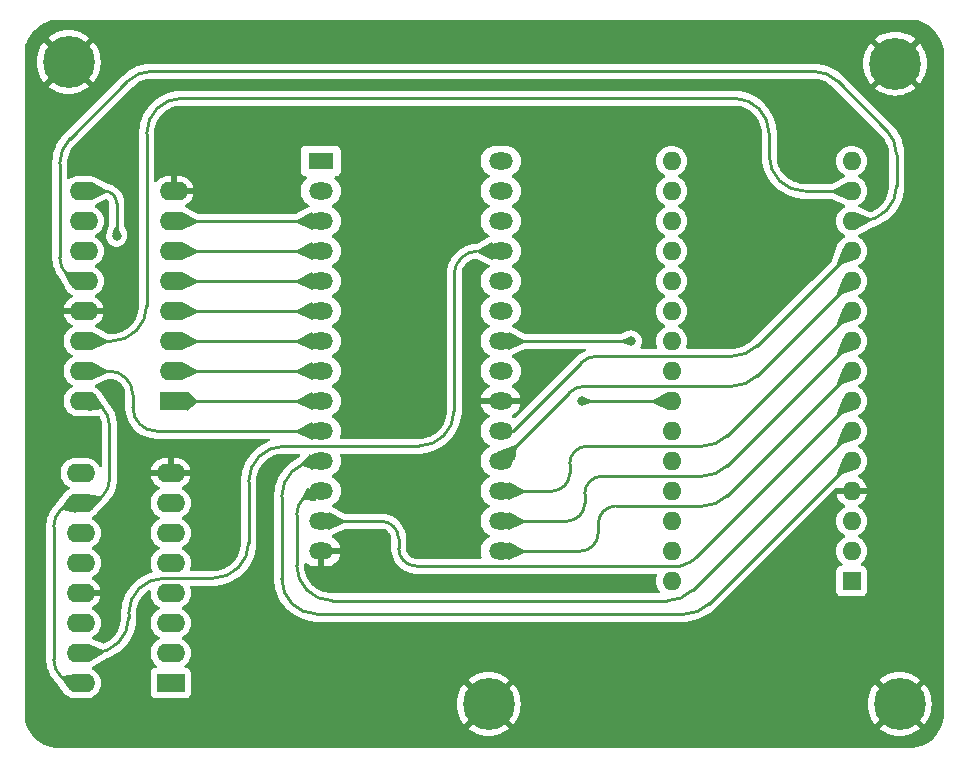
<source format=gbr>
%TF.GenerationSoftware,KiCad,Pcbnew,7.0.9*%
%TF.CreationDate,2024-03-10T15:23:14-03:00*%
%TF.ProjectId,prompcb,70726f6d-7063-4622-9e6b-696361645f70,rev?*%
%TF.SameCoordinates,Original*%
%TF.FileFunction,Copper,L1,Top*%
%TF.FilePolarity,Positive*%
%FSLAX46Y46*%
G04 Gerber Fmt 4.6, Leading zero omitted, Abs format (unit mm)*
G04 Created by KiCad (PCBNEW 7.0.9) date 2024-03-10 15:23:14*
%MOMM*%
%LPD*%
G01*
G04 APERTURE LIST*
%TA.AperFunction,ComponentPad*%
%ADD10R,2.000000X1.440000*%
%TD*%
%TA.AperFunction,ComponentPad*%
%ADD11O,2.000000X1.440000*%
%TD*%
%TA.AperFunction,ComponentPad*%
%ADD12C,0.700000*%
%TD*%
%TA.AperFunction,ComponentPad*%
%ADD13C,4.400000*%
%TD*%
%TA.AperFunction,ComponentPad*%
%ADD14R,1.600000X1.600000*%
%TD*%
%TA.AperFunction,ComponentPad*%
%ADD15O,1.600000X1.600000*%
%TD*%
%TA.AperFunction,ComponentPad*%
%ADD16O,2.400000X1.600000*%
%TD*%
%TA.AperFunction,ComponentPad*%
%ADD17R,2.400000X1.600000*%
%TD*%
%TA.AperFunction,ViaPad*%
%ADD18C,0.800000*%
%TD*%
%TA.AperFunction,Conductor*%
%ADD19C,0.250000*%
%TD*%
G04 APERTURE END LIST*
D10*
%TO.P,U3,1,A14*%
%TO.N,/A14*%
X146558000Y-70612000D03*
D11*
%TO.P,U3,2,A12*%
%TO.N,/A12*%
X146558000Y-73152000D03*
%TO.P,U3,3,A7*%
%TO.N,/A7*%
X146558000Y-75692000D03*
%TO.P,U3,4,A6*%
%TO.N,/A6*%
X146558000Y-78232000D03*
%TO.P,U3,5,A5*%
%TO.N,/A5*%
X146558000Y-80772000D03*
%TO.P,U3,6,A4*%
%TO.N,/A4*%
X146558000Y-83312000D03*
%TO.P,U3,7,A3*%
%TO.N,/A3*%
X146558000Y-85852000D03*
%TO.P,U3,8,A2*%
%TO.N,/A2*%
X146558000Y-88392000D03*
%TO.P,U3,9,A1*%
%TO.N,/A1*%
X146558000Y-90932000D03*
%TO.P,U3,10,A0*%
%TO.N,/A0*%
X146558000Y-93472000D03*
%TO.P,U3,11,D0*%
%TO.N,/D0*%
X146558000Y-96012000D03*
%TO.P,U3,12,D1*%
%TO.N,/D1*%
X146558000Y-98552000D03*
%TO.P,U3,13,D2*%
%TO.N,/D2*%
X146558000Y-101092000D03*
%TO.P,U3,14,GND*%
%TO.N,Earth*%
X146558000Y-103632000D03*
%TO.P,U3,15,D3*%
%TO.N,/D3*%
X161798000Y-103632000D03*
%TO.P,U3,16,D4*%
%TO.N,/D4*%
X161798000Y-101092000D03*
%TO.P,U3,17,D5*%
%TO.N,/D5*%
X161798000Y-98552000D03*
%TO.P,U3,18,D6*%
%TO.N,/D6*%
X161798000Y-96012000D03*
%TO.P,U3,19,D7*%
%TO.N,/D7*%
X161798000Y-93472000D03*
%TO.P,U3,20,~{CS}*%
%TO.N,Earth*%
X161798000Y-90932000D03*
%TO.P,U3,21,A10*%
%TO.N,/A10*%
X161798000Y-88392000D03*
%TO.P,U3,22,~{OE}*%
%TO.N,Net-(A1-A4)*%
X161798000Y-85852000D03*
%TO.P,U3,23,A11*%
%TO.N,/A11*%
X161798000Y-83312000D03*
%TO.P,U3,24,A9*%
%TO.N,/A9*%
X161798000Y-80772000D03*
%TO.P,U3,25,A8*%
%TO.N,/A8*%
X161798000Y-78232000D03*
%TO.P,U3,26,A13*%
%TO.N,/A13*%
X161798000Y-75692000D03*
%TO.P,U3,27,~{WE}*%
%TO.N,Net-(A1-A5)*%
X161798000Y-73152000D03*
%TO.P,U3,28,VCC*%
%TO.N,+5V*%
X161798000Y-70612000D03*
%TD*%
D12*
%TO.P,H4,1,1*%
%TO.N,Earth*%
X162432000Y-116586000D03*
D13*
X160782000Y-116586000D03*
D12*
X160782000Y-118236000D03*
X159615274Y-117752726D03*
X161948726Y-115419274D03*
X159132000Y-116586000D03*
X159615274Y-115419274D03*
X160782000Y-114936000D03*
X161948726Y-117752726D03*
%TD*%
D14*
%TO.P,A1,1,D1/TX*%
%TO.N,unconnected-(A1-D1{slash}TX-Pad1)*%
X191516000Y-106172000D03*
D15*
%TO.P,A1,2,D0/RX*%
%TO.N,unconnected-(A1-D0{slash}RX-Pad2)*%
X191516000Y-103632000D03*
%TO.P,A1,3,~{RESET}*%
%TO.N,unconnected-(A1-~{RESET}-Pad3)*%
X191516000Y-101092000D03*
%TO.P,A1,4,GND*%
%TO.N,Earth*%
X191516000Y-98552000D03*
%TO.P,A1,5,D2*%
%TO.N,/D0*%
X191516000Y-96012000D03*
%TO.P,A1,6,D3*%
%TO.N,/D1*%
X191516000Y-93472000D03*
%TO.P,A1,7,D4*%
%TO.N,/D2*%
X191516000Y-90932000D03*
%TO.P,A1,8,D5*%
%TO.N,/D3*%
X191516000Y-88392000D03*
%TO.P,A1,9,D6*%
%TO.N,/D4*%
X191516000Y-85852000D03*
%TO.P,A1,10,D7*%
%TO.N,/D5*%
X191516000Y-83312000D03*
%TO.P,A1,11,D8*%
%TO.N,/D6*%
X191516000Y-80772000D03*
%TO.P,A1,12,D9*%
%TO.N,/D7*%
X191516000Y-78232000D03*
%TO.P,A1,13,D10*%
%TO.N,Net-(A1-D10)*%
X191516000Y-75692000D03*
%TO.P,A1,14,D11*%
%TO.N,Net-(A1-D11)*%
X191516000Y-73152000D03*
%TO.P,A1,15,D12*%
%TO.N,unconnected-(A1-D12-Pad15)*%
X191516000Y-70612000D03*
%TO.P,A1,16,D13*%
%TO.N,Net-(A1-D13)*%
X176276000Y-70612000D03*
%TO.P,A1,17,3V3*%
%TO.N,unconnected-(A1-3V3-Pad17)*%
X176276000Y-73152000D03*
%TO.P,A1,18,AREF*%
%TO.N,unconnected-(A1-AREF-Pad18)*%
X176276000Y-75692000D03*
%TO.P,A1,19,A0*%
%TO.N,unconnected-(A1-A0-Pad19)*%
X176276000Y-78232000D03*
%TO.P,A1,20,A1*%
%TO.N,unconnected-(A1-A1-Pad20)*%
X176276000Y-80772000D03*
%TO.P,A1,21,A2*%
%TO.N,unconnected-(A1-A2-Pad21)*%
X176276000Y-83312000D03*
%TO.P,A1,22,A3*%
%TO.N,unconnected-(A1-A3-Pad22)*%
X176276000Y-85852000D03*
%TO.P,A1,23,A4*%
%TO.N,Net-(A1-A4)*%
X176276000Y-88392000D03*
%TO.P,A1,24,A5*%
%TO.N,Net-(A1-A5)*%
X176276000Y-90932000D03*
%TO.P,A1,25,A6*%
%TO.N,unconnected-(A1-A6-Pad25)*%
X176276000Y-93472000D03*
%TO.P,A1,26,A7*%
%TO.N,unconnected-(A1-A7-Pad26)*%
X176276000Y-96012000D03*
%TO.P,A1,27,+5V*%
%TO.N,+5V*%
X176276000Y-98552000D03*
%TO.P,A1,28,~{RESET}*%
%TO.N,unconnected-(A1-~{RESET}-Pad28)*%
X176276000Y-101092000D03*
%TO.P,A1,29,GND*%
%TO.N,unconnected-(A1-GND-Pad29)*%
X176276000Y-103632000D03*
%TO.P,A1,30,VIN*%
%TO.N,unconnected-(A1-VIN-Pad30)*%
X176276000Y-106172000D03*
%TD*%
D16*
%TO.P,U2,16,VCC*%
%TO.N,+5V*%
X126238000Y-114808000D03*
%TO.P,U2,15,QA*%
%TO.N,/A8*%
X126238000Y-112268000D03*
%TO.P,U2,14,SER*%
%TO.N,Net-(U1-QH')*%
X126238000Y-109728000D03*
%TO.P,U2,13,~{OE}*%
%TO.N,Earth*%
X126238000Y-107188000D03*
%TO.P,U2,12,RCLK*%
%TO.N,Net-(A1-D10)*%
X126238000Y-104648000D03*
%TO.P,U2,11,SRCLK*%
%TO.N,Net-(A1-D13)*%
X126238000Y-102108000D03*
%TO.P,U2,10,~{SRCLR}*%
%TO.N,+5V*%
X126238000Y-99568000D03*
%TO.P,U2,9,QH'*%
%TO.N,unconnected-(U2-QH'-Pad9)*%
X126238000Y-97028000D03*
%TO.P,U2,8,GND*%
%TO.N,Earth*%
X133858000Y-97028000D03*
%TO.P,U2,7,QH*%
%TO.N,unconnected-(U2-QH-Pad7)*%
X133858000Y-99568000D03*
%TO.P,U2,6,QG*%
%TO.N,/A14*%
X133858000Y-102108000D03*
%TO.P,U2,5,QF*%
%TO.N,/A13*%
X133858000Y-104648000D03*
%TO.P,U2,4,QE*%
%TO.N,/A12*%
X133858000Y-107188000D03*
%TO.P,U2,3,QD*%
%TO.N,/A11*%
X133858000Y-109728000D03*
%TO.P,U2,2,QC*%
%TO.N,/A10*%
X133858000Y-112268000D03*
D17*
%TO.P,U2,1,QB*%
%TO.N,/A9*%
X133858000Y-114808000D03*
%TD*%
D12*
%TO.P,H2,1,1*%
%TO.N,Earth*%
X193549000Y-62357000D03*
X194032274Y-61190274D03*
X194032274Y-63523726D03*
X195199000Y-60707000D03*
D13*
X195199000Y-62357000D03*
D12*
X195199000Y-64007000D03*
X196365726Y-61190274D03*
X196365726Y-63523726D03*
X196849000Y-62357000D03*
%TD*%
%TO.P,H1,1,1*%
%TO.N,Earth*%
X123572000Y-62229000D03*
X124055274Y-61062274D03*
X124055274Y-63395726D03*
X125222000Y-60579000D03*
D13*
X125222000Y-62229000D03*
D12*
X125222000Y-63879000D03*
X126388726Y-61062274D03*
X126388726Y-63395726D03*
X126872000Y-62229000D03*
%TD*%
%TO.P,H3,1,1*%
%TO.N,Earth*%
X193930000Y-116586000D03*
X194413274Y-115419274D03*
X194413274Y-117752726D03*
X195580000Y-114936000D03*
D13*
X195580000Y-116586000D03*
D12*
X195580000Y-118236000D03*
X196746726Y-115419274D03*
X196746726Y-117752726D03*
X197230000Y-116586000D03*
%TD*%
D16*
%TO.P,U1,16,VCC*%
%TO.N,+5V*%
X126492000Y-90932000D03*
%TO.P,U1,15,QA*%
%TO.N,/A0*%
X126492000Y-88392000D03*
%TO.P,U1,14,SER*%
%TO.N,Net-(A1-D11)*%
X126492000Y-85852000D03*
%TO.P,U1,13,~{OE}*%
%TO.N,Earth*%
X126492000Y-83312000D03*
%TO.P,U1,12,RCLK*%
%TO.N,Net-(A1-D10)*%
X126492000Y-80772000D03*
%TO.P,U1,11,SRCLK*%
%TO.N,Net-(A1-D13)*%
X126492000Y-78232000D03*
%TO.P,U1,10,~{SRCLR}*%
%TO.N,+5V*%
X126492000Y-75692000D03*
%TO.P,U1,9,QH'*%
%TO.N,Net-(U1-QH')*%
X126492000Y-73152000D03*
%TO.P,U1,8,GND*%
%TO.N,Earth*%
X134112000Y-73152000D03*
%TO.P,U1,7,QH*%
%TO.N,/A7*%
X134112000Y-75692000D03*
%TO.P,U1,6,QG*%
%TO.N,/A6*%
X134112000Y-78232000D03*
%TO.P,U1,5,QF*%
%TO.N,/A5*%
X134112000Y-80772000D03*
%TO.P,U1,4,QE*%
%TO.N,/A4*%
X134112000Y-83312000D03*
%TO.P,U1,3,QD*%
%TO.N,/A3*%
X134112000Y-85852000D03*
%TO.P,U1,2,QC*%
%TO.N,/A2*%
X134112000Y-88392000D03*
D17*
%TO.P,U1,1,QB*%
%TO.N,/A1*%
X134112000Y-90932000D03*
%TD*%
D18*
%TO.N,Earth*%
X172720000Y-79756000D03*
X164846000Y-68834000D03*
X164846000Y-72136000D03*
X188214000Y-65659000D03*
X151130000Y-96393000D03*
X159372600Y-102362000D03*
X151130000Y-85852002D03*
X164846000Y-88519000D03*
X164846000Y-79629000D03*
X128651000Y-70104000D03*
X151130000Y-71882000D03*
X159372600Y-111472545D03*
X139869418Y-106693000D03*
%TO.N,Net-(A1-A4)*%
X172847000Y-85852000D03*
%TO.N,Net-(A1-A5)*%
X168656000Y-90932000D03*
%TO.N,Net-(U1-QH')*%
X129286004Y-76961994D03*
%TD*%
D19*
%TO.N,Net-(U1-QH')*%
X129286000Y-74152000D02*
G75*
G03*
X128286004Y-73152000I-1000000J0D01*
G01*
X126492000Y-73152000D02*
X128286004Y-73152000D01*
X129286004Y-74152000D02*
X129286004Y-76961994D01*
%TO.N,/A8*%
X159861000Y-78232000D02*
G75*
G03*
X157861000Y-80232000I0J-2000000D01*
G01*
%TO.N,+5V*%
X126676400Y-99568000D02*
G75*
G03*
X128676400Y-97568000I0J2000000D01*
G01*
X128676400Y-92932000D02*
G75*
G03*
X126676400Y-90932000I-2000000J0D01*
G01*
X126492000Y-90932000D02*
X126676400Y-90932000D01*
X128676400Y-92932000D02*
X128676400Y-97568000D01*
X126676400Y-99568000D02*
X126238000Y-99568000D01*
%TO.N,/A0*%
X130657600Y-91472000D02*
G75*
G03*
X132657600Y-93472000I2000000J0D01*
G01*
X130657600Y-90392000D02*
G75*
G03*
X128657600Y-88392000I-2000000J0D01*
G01*
X126492000Y-88392000D02*
X128657600Y-88392000D01*
X130657600Y-90392000D02*
X130657600Y-91472000D01*
X132657600Y-93472000D02*
X146558000Y-93472000D01*
%TO.N,Net-(A1-D11)*%
X128826000Y-85852000D02*
G75*
G03*
X131826000Y-82852000I0J3000000D01*
G01*
X134826000Y-65278000D02*
G75*
G03*
X131826000Y-68278000I0J-3000000D01*
G01*
X184531000Y-68278000D02*
G75*
G03*
X181531000Y-65278000I-3000000J0D01*
G01*
X126492000Y-85852000D02*
X128826000Y-85852000D01*
X184531000Y-68278000D02*
X184531000Y-70152000D01*
X184531000Y-70152000D02*
G75*
G03*
X187531000Y-73152000I3000000J0D01*
G01*
X131826000Y-82852000D02*
X131826000Y-68278000D01*
X134826000Y-65278000D02*
X181531000Y-65278000D01*
X187531000Y-73152000D02*
X191516000Y-73152000D01*
%TO.N,Net-(A1-D10)*%
X190362700Y-63870660D02*
G75*
G03*
X188241359Y-62992000I-2121300J-2121340D01*
G01*
X195325971Y-70076641D02*
G75*
G03*
X194447321Y-67955321I-2999971J41D01*
G01*
X192326000Y-75692000D02*
G75*
G03*
X195326000Y-72692000I0J3000000D01*
G01*
X124460000Y-78772000D02*
G75*
G03*
X126460000Y-80772000I2000000J0D01*
G01*
X132306641Y-62992029D02*
G75*
G03*
X130185321Y-63870679I-41J-2999971D01*
G01*
X195326000Y-70076641D02*
X195326000Y-72692000D01*
X125338660Y-68717300D02*
G75*
G03*
X124460000Y-70838641I2121340J-2121300D01*
G01*
X124460000Y-78772000D02*
X124460000Y-70838641D01*
X190362680Y-63870680D02*
X194447321Y-67955321D01*
X126492000Y-80772000D02*
X126460000Y-80772000D01*
X132306641Y-62992000D02*
X188241359Y-62992000D01*
X125338680Y-68717320D02*
X130185321Y-63870679D01*
X192326000Y-75692000D02*
X191516000Y-75692000D01*
%TO.N,/D2*%
X153162000Y-102592000D02*
G75*
G03*
X151662000Y-101092000I-1500000J0D01*
G01*
X153162000Y-103402000D02*
G75*
G03*
X154662000Y-104902000I1500000J0D01*
G01*
X191516000Y-90932000D02*
X178424679Y-104023321D01*
X178424679Y-104023321D02*
X178304098Y-104140828D01*
X178304098Y-104140828D02*
X178040848Y-104350759D01*
X177755748Y-104529895D02*
X177452383Y-104675984D01*
X178040848Y-104350759D02*
X177755748Y-104529895D01*
X176806303Y-104862107D02*
X176471713Y-104899802D01*
X177452383Y-104675984D02*
X177134570Y-104787187D01*
X177134570Y-104787187D02*
X176806303Y-104862107D01*
X153162000Y-103402000D02*
X153162000Y-102592000D01*
X176471713Y-104899802D02*
X176303359Y-104902000D01*
X176303359Y-104902000D02*
X154662000Y-104902000D01*
X151662000Y-101092000D02*
X146558000Y-101092000D01*
%TO.N,/D1*%
X175922359Y-107822971D02*
G75*
G03*
X178043680Y-106944320I41J2999971D01*
G01*
%TO.N,/D0*%
X177319359Y-108965971D02*
G75*
G03*
X179440679Y-108087321I41J2999971D01*
G01*
%TO.N,/D4*%
X178843359Y-97281971D02*
G75*
G03*
X180964679Y-96403321I41J2999971D01*
G01*
%TO.N,/D3*%
X178843359Y-99821971D02*
G75*
G03*
X180964679Y-98943321I41J2999971D01*
G01*
%TO.N,/D5*%
X178843359Y-94741971D02*
G75*
G03*
X180964680Y-93863320I41J2999971D01*
G01*
%TO.N,/D7*%
X181383359Y-87121971D02*
G75*
G03*
X183504679Y-86243321I41J2999971D01*
G01*
%TO.N,/D6*%
X181383359Y-89661971D02*
G75*
G03*
X183504679Y-88783321I41J2999971D01*
G01*
%TO.N,/D7*%
X169992427Y-87122020D02*
G75*
G03*
X168578214Y-87707788I-27J-1999980D01*
G01*
%TO.N,/D6*%
X168976427Y-89662020D02*
G75*
G03*
X167562214Y-90247788I-27J-1999980D01*
G01*
%TO.N,/D5*%
X166140000Y-98552000D02*
G75*
G03*
X167640000Y-97052000I0J1500000D01*
G01*
%TO.N,/D4*%
X170410000Y-97282000D02*
G75*
G03*
X168910000Y-98782000I0J-1500000D01*
G01*
%TO.N,/D5*%
X169140000Y-94742000D02*
G75*
G03*
X167640000Y-96242000I0J-1500000D01*
G01*
%TO.N,/D4*%
X167410000Y-101092000D02*
G75*
G03*
X168910000Y-99592000I0J1500000D01*
G01*
%TO.N,/D3*%
X168553000Y-103632000D02*
G75*
G03*
X170053000Y-102132000I0J1500000D01*
G01*
X171553000Y-99822000D02*
G75*
G03*
X170053000Y-101322000I0J-1500000D01*
G01*
X191516000Y-88392000D02*
X180964679Y-98943321D01*
X170053000Y-101322000D02*
X170053000Y-102132000D01*
X178843359Y-99822000D02*
X171553000Y-99822000D01*
X168553000Y-103632000D02*
X161798000Y-103632000D01*
%TO.N,/D4*%
X191516000Y-85852000D02*
X180964679Y-96403321D01*
X178843359Y-97282000D02*
X170410000Y-97282000D01*
X168910000Y-98782000D02*
X168910000Y-99592000D01*
X167410000Y-101092000D02*
X161798000Y-101092000D01*
%TO.N,/D5*%
X161798000Y-98552000D02*
X166140000Y-98552000D01*
X167640000Y-97052000D02*
X167640000Y-96242000D01*
X169140000Y-94742000D02*
X178843359Y-94742000D01*
X180964680Y-93863320D02*
X191516000Y-83312000D01*
%TO.N,/A8*%
X154861000Y-94742000D02*
G75*
G03*
X157861000Y-91742000I0J3000000D01*
G01*
X127302000Y-112268000D02*
G75*
G03*
X130302000Y-109268000I0J3000000D01*
G01*
X140462000Y-102918000D02*
X140462000Y-97742000D01*
X133302000Y-105918000D02*
G75*
G03*
X130302000Y-108918000I0J-3000000D01*
G01*
X157861000Y-91742000D02*
X157861000Y-80232000D01*
X137462000Y-105918000D02*
G75*
G03*
X140462000Y-102918000I0J3000000D01*
G01*
X143462000Y-94742000D02*
G75*
G03*
X140462000Y-97742000I0J-3000000D01*
G01*
X126238000Y-112268000D02*
X127302000Y-112268000D01*
X130302000Y-109268000D02*
X130302000Y-108918000D01*
X133302000Y-105918000D02*
X137462000Y-105918000D01*
X143462000Y-94742000D02*
X154861000Y-94742000D01*
X159861000Y-78232000D02*
X161798000Y-78232000D01*
%TO.N,/D0*%
X146256000Y-96012000D02*
G75*
G03*
X143256000Y-99012000I0J-3000000D01*
G01*
X143256000Y-105966000D02*
G75*
G03*
X146256000Y-108966000I3000000J0D01*
G01*
%TO.N,/D1*%
X144526000Y-104823000D02*
G75*
G03*
X147526000Y-107823000I3000000J0D01*
G01*
X146526000Y-98552000D02*
G75*
G03*
X144526000Y-100552000I0J-2000000D01*
G01*
X146558000Y-98552000D02*
X146526000Y-98552000D01*
X144526000Y-100552000D02*
X144526000Y-104823000D01*
X178043680Y-106944320D02*
X191516000Y-93472000D01*
X147526000Y-107823000D02*
X175922359Y-107823000D01*
%TO.N,/D0*%
X191516000Y-96012000D02*
X179440679Y-108087321D01*
X177319359Y-108966000D02*
X146256000Y-108966000D01*
X146256000Y-96012000D02*
X146558000Y-96012000D01*
X143256000Y-105966000D02*
X143256000Y-99012000D01*
%TO.N,+5V*%
X123952000Y-112808000D02*
G75*
G03*
X125952000Y-114808000I2000000J0D01*
G01*
X125952000Y-99568000D02*
G75*
G03*
X123952000Y-101568000I0J-2000000D01*
G01*
X126238000Y-99568000D02*
X125952000Y-99568000D01*
X123952000Y-101568000D02*
X123952000Y-112808000D01*
X125952000Y-114808000D02*
X126238000Y-114808000D01*
%TO.N,/D6*%
X167562213Y-90247787D02*
X161798000Y-96012000D01*
X191516000Y-80772000D02*
X183504679Y-88783321D01*
X181383359Y-89662000D02*
X168976427Y-89662000D01*
%TO.N,/D7*%
X168578213Y-87707787D02*
X162814000Y-93472000D01*
X162814000Y-93472000D02*
X161798000Y-93472000D01*
X181383359Y-87122000D02*
X169992427Y-87122000D01*
X191516000Y-78232000D02*
X183504679Y-86243321D01*
%TO.N,Net-(A1-A4)*%
X161798000Y-85852000D02*
X172847000Y-85852000D01*
%TO.N,Net-(A1-A5)*%
X168656000Y-90932000D02*
X176276000Y-90932000D01*
%TO.N,/A1*%
X134112000Y-90932000D02*
X146558000Y-90932000D01*
%TO.N,/A2*%
X134112000Y-88392000D02*
X146558000Y-88392000D01*
%TO.N,/A3*%
X134112000Y-85852000D02*
X146558000Y-85852000D01*
%TO.N,/A4*%
X134112000Y-83312000D02*
X146558000Y-83312000D01*
%TO.N,/A5*%
X134112000Y-80772000D02*
X146558000Y-80772000D01*
%TO.N,/A6*%
X134112000Y-78232000D02*
X146558000Y-78232000D01*
%TO.N,/A7*%
X134112000Y-75692000D02*
X146558000Y-75692000D01*
%TD*%
%TA.AperFunction,Conductor*%
%TO.N,Earth*%
G36*
X128660026Y-89017691D02*
G01*
X128697312Y-89020625D01*
X128862894Y-89033656D01*
X128882104Y-89036699D01*
X129072861Y-89082496D01*
X129091353Y-89088504D01*
X129167382Y-89119997D01*
X129272590Y-89163576D01*
X129289926Y-89172409D01*
X129457192Y-89274908D01*
X129472929Y-89286341D01*
X129475521Y-89288555D01*
X129622097Y-89413744D01*
X129635855Y-89427502D01*
X129763256Y-89576668D01*
X129774691Y-89592407D01*
X129877190Y-89759673D01*
X129886023Y-89777009D01*
X129961092Y-89958239D01*
X129967105Y-89976745D01*
X130012899Y-90167490D01*
X130015943Y-90186708D01*
X130031909Y-90389574D01*
X130032100Y-90394440D01*
X130032100Y-91619451D01*
X130065114Y-91912466D01*
X130065117Y-91912484D01*
X130130735Y-92199976D01*
X130130739Y-92199988D01*
X130228133Y-92478322D01*
X130356078Y-92744002D01*
X130379643Y-92781505D01*
X130512971Y-92993695D01*
X130696832Y-93224250D01*
X130905350Y-93432768D01*
X131135905Y-93616629D01*
X131385595Y-93773520D01*
X131651281Y-93901468D01*
X131820434Y-93960657D01*
X131929611Y-93998860D01*
X131929623Y-93998864D01*
X132217119Y-94064483D01*
X132217125Y-94064483D01*
X132217133Y-94064485D01*
X132412476Y-94086494D01*
X132510149Y-94097499D01*
X132510152Y-94097500D01*
X132510155Y-94097500D01*
X132578581Y-94097500D01*
X142163326Y-94097500D01*
X142230365Y-94117185D01*
X142276120Y-94169989D01*
X142286064Y-94239147D01*
X142257039Y-94302703D01*
X142210780Y-94336060D01*
X142026801Y-94412266D01*
X141910027Y-94460636D01*
X141910022Y-94460638D01*
X141595884Y-94628548D01*
X141595866Y-94628559D01*
X141299696Y-94826453D01*
X141299682Y-94826463D01*
X141024321Y-95052446D01*
X140772446Y-95304321D01*
X140546463Y-95579682D01*
X140546453Y-95579696D01*
X140348559Y-95875866D01*
X140348548Y-95875884D01*
X140180638Y-96190022D01*
X140180636Y-96190027D01*
X140044316Y-96519131D01*
X139940908Y-96860022D01*
X139940905Y-96860033D01*
X139871417Y-97209380D01*
X139871414Y-97209397D01*
X139845305Y-97474496D01*
X139836553Y-97563358D01*
X139836500Y-97563894D01*
X139836500Y-102916122D01*
X139836387Y-102919867D01*
X139819412Y-103200467D01*
X139818509Y-103207906D01*
X139768175Y-103482568D01*
X139766382Y-103489844D01*
X139683315Y-103756418D01*
X139680657Y-103763425D01*
X139566055Y-104018062D01*
X139562572Y-104024697D01*
X139418117Y-104263657D01*
X139413860Y-104269824D01*
X139395293Y-104293522D01*
X139241651Y-104489633D01*
X139236682Y-104495242D01*
X139039242Y-104692682D01*
X139033633Y-104697651D01*
X138857423Y-104835703D01*
X138827109Y-104859453D01*
X138813825Y-104869860D01*
X138807657Y-104874117D01*
X138568697Y-105018572D01*
X138562062Y-105022055D01*
X138307425Y-105136657D01*
X138300418Y-105139315D01*
X138033844Y-105222382D01*
X138026568Y-105224175D01*
X137751906Y-105274509D01*
X137744467Y-105275412D01*
X137463867Y-105292387D01*
X137460122Y-105292500D01*
X135587049Y-105292500D01*
X135520010Y-105272815D01*
X135474255Y-105220011D01*
X135464311Y-105150853D01*
X135474667Y-105116095D01*
X135484739Y-105094496D01*
X135543635Y-104874692D01*
X135562868Y-104654862D01*
X135563468Y-104648001D01*
X135563468Y-104647998D01*
X135549871Y-104492585D01*
X135543635Y-104421308D01*
X135489998Y-104221132D01*
X135484741Y-104201511D01*
X135484738Y-104201502D01*
X135456463Y-104140867D01*
X135388568Y-103995266D01*
X135258047Y-103808861D01*
X135258045Y-103808858D01*
X135097141Y-103647954D01*
X134910734Y-103517432D01*
X134910728Y-103517429D01*
X134852725Y-103490382D01*
X134800285Y-103444210D01*
X134781133Y-103377017D01*
X134801348Y-103310135D01*
X134852725Y-103265618D01*
X134910734Y-103238568D01*
X135097139Y-103108047D01*
X135258047Y-102947139D01*
X135388568Y-102760734D01*
X135484739Y-102554496D01*
X135543635Y-102334692D01*
X135563468Y-102108000D01*
X135563306Y-102106154D01*
X135552538Y-101983075D01*
X135543635Y-101881308D01*
X135484739Y-101661504D01*
X135388568Y-101455266D01*
X135258047Y-101268861D01*
X135258045Y-101268858D01*
X135097141Y-101107954D01*
X134910734Y-100977432D01*
X134910728Y-100977429D01*
X134852725Y-100950382D01*
X134800285Y-100904210D01*
X134781133Y-100837017D01*
X134801348Y-100770135D01*
X134852725Y-100725618D01*
X134910734Y-100698568D01*
X135097139Y-100568047D01*
X135258047Y-100407139D01*
X135388568Y-100220734D01*
X135484739Y-100014496D01*
X135543635Y-99794692D01*
X135563468Y-99568000D01*
X135543635Y-99341308D01*
X135484739Y-99121504D01*
X135388568Y-98915266D01*
X135258047Y-98728861D01*
X135258045Y-98728858D01*
X135097141Y-98567954D01*
X134910734Y-98437432D01*
X134910732Y-98437431D01*
X134852725Y-98410382D01*
X134852132Y-98410105D01*
X134799694Y-98363934D01*
X134780542Y-98296740D01*
X134800758Y-98229859D01*
X134852134Y-98185341D01*
X134910484Y-98158132D01*
X135096820Y-98027657D01*
X135257657Y-97866820D01*
X135388134Y-97680482D01*
X135484265Y-97474326D01*
X135484269Y-97474317D01*
X135536872Y-97278000D01*
X134173686Y-97278000D01*
X134185641Y-97266045D01*
X134243165Y-97153148D01*
X134262986Y-97028000D01*
X134243165Y-96902852D01*
X134185641Y-96789955D01*
X134173686Y-96778000D01*
X135536872Y-96778000D01*
X135536872Y-96777999D01*
X135484269Y-96581682D01*
X135484265Y-96581673D01*
X135388134Y-96375517D01*
X135257657Y-96189179D01*
X135096820Y-96028342D01*
X134910482Y-95897865D01*
X134704326Y-95801734D01*
X134704317Y-95801730D01*
X134484610Y-95742860D01*
X134484599Y-95742858D01*
X134314763Y-95728000D01*
X134108000Y-95728000D01*
X134108000Y-96712314D01*
X134096045Y-96700359D01*
X133983148Y-96642835D01*
X133889481Y-96628000D01*
X133826519Y-96628000D01*
X133732852Y-96642835D01*
X133619955Y-96700359D01*
X133608000Y-96712314D01*
X133608000Y-95728000D01*
X133401237Y-95728000D01*
X133231400Y-95742858D01*
X133231389Y-95742860D01*
X133011682Y-95801730D01*
X133011673Y-95801734D01*
X132805517Y-95897865D01*
X132619179Y-96028342D01*
X132458342Y-96189179D01*
X132327865Y-96375517D01*
X132231734Y-96581673D01*
X132231730Y-96581682D01*
X132179127Y-96777999D01*
X132179128Y-96778000D01*
X133542314Y-96778000D01*
X133530359Y-96789955D01*
X133472835Y-96902852D01*
X133453014Y-97028000D01*
X133472835Y-97153148D01*
X133530359Y-97266045D01*
X133542314Y-97278000D01*
X132179128Y-97278000D01*
X132231730Y-97474317D01*
X132231734Y-97474326D01*
X132327865Y-97680482D01*
X132458342Y-97866820D01*
X132619179Y-98027657D01*
X132805518Y-98158134D01*
X132805520Y-98158135D01*
X132863865Y-98185342D01*
X132916305Y-98231514D01*
X132935457Y-98298707D01*
X132915242Y-98365589D01*
X132863867Y-98410105D01*
X132805268Y-98437431D01*
X132805264Y-98437433D01*
X132618858Y-98567954D01*
X132457954Y-98728858D01*
X132327432Y-98915265D01*
X132327431Y-98915267D01*
X132231261Y-99121502D01*
X132231258Y-99121511D01*
X132172366Y-99341302D01*
X132172364Y-99341313D01*
X132152532Y-99567998D01*
X132152532Y-99568001D01*
X132172364Y-99794686D01*
X132172366Y-99794697D01*
X132231258Y-100014488D01*
X132231261Y-100014497D01*
X132327431Y-100220732D01*
X132327432Y-100220734D01*
X132457954Y-100407141D01*
X132618858Y-100568045D01*
X132618861Y-100568047D01*
X132805266Y-100698568D01*
X132863275Y-100725618D01*
X132915714Y-100771791D01*
X132934866Y-100838984D01*
X132914650Y-100905865D01*
X132863275Y-100950382D01*
X132805267Y-100977431D01*
X132805265Y-100977432D01*
X132618858Y-101107954D01*
X132457954Y-101268858D01*
X132327432Y-101455265D01*
X132327431Y-101455267D01*
X132231261Y-101661502D01*
X132231258Y-101661511D01*
X132172366Y-101881302D01*
X132172364Y-101881313D01*
X132152532Y-102107998D01*
X132152532Y-102108001D01*
X132172364Y-102334686D01*
X132172366Y-102334697D01*
X132231258Y-102554488D01*
X132231261Y-102554497D01*
X132327431Y-102760732D01*
X132327432Y-102760734D01*
X132457954Y-102947141D01*
X132618858Y-103108045D01*
X132618861Y-103108047D01*
X132805266Y-103238568D01*
X132822995Y-103246835D01*
X132863275Y-103265618D01*
X132915714Y-103311791D01*
X132934866Y-103378984D01*
X132914650Y-103445865D01*
X132863275Y-103490382D01*
X132805267Y-103517431D01*
X132805265Y-103517432D01*
X132618858Y-103647954D01*
X132457954Y-103808858D01*
X132327432Y-103995265D01*
X132327431Y-103995267D01*
X132231261Y-104201502D01*
X132231258Y-104201511D01*
X132172366Y-104421302D01*
X132172364Y-104421313D01*
X132152532Y-104647998D01*
X132152532Y-104648001D01*
X132172364Y-104874686D01*
X132172366Y-104874697D01*
X132231258Y-105094488D01*
X132231260Y-105094492D01*
X132231261Y-105094496D01*
X132291732Y-105224175D01*
X132317777Y-105280029D01*
X132328269Y-105349107D01*
X132299749Y-105412891D01*
X132241391Y-105451094D01*
X132079134Y-105500315D01*
X131750027Y-105636636D01*
X131750022Y-105636638D01*
X131435884Y-105804548D01*
X131435866Y-105804559D01*
X131139696Y-106002453D01*
X131139682Y-106002463D01*
X130864321Y-106228446D01*
X130612446Y-106480321D01*
X130386463Y-106755682D01*
X130386453Y-106755696D01*
X130188559Y-107051866D01*
X130188548Y-107051884D01*
X130020638Y-107366022D01*
X130020636Y-107366027D01*
X129884316Y-107695131D01*
X129780908Y-108036022D01*
X129780905Y-108036033D01*
X129711417Y-108385380D01*
X129711414Y-108385397D01*
X129676500Y-108739894D01*
X129676500Y-109266122D01*
X129676387Y-109269867D01*
X129659412Y-109550467D01*
X129658509Y-109557906D01*
X129608175Y-109832568D01*
X129606382Y-109839844D01*
X129523315Y-110106418D01*
X129520657Y-110113425D01*
X129406055Y-110368062D01*
X129402572Y-110374697D01*
X129258117Y-110613657D01*
X129253860Y-110619825D01*
X129081651Y-110839633D01*
X129076682Y-110845242D01*
X128879242Y-111042682D01*
X128873633Y-111047651D01*
X128653825Y-111219860D01*
X128647657Y-111224117D01*
X128408698Y-111368571D01*
X128402063Y-111372054D01*
X128230720Y-111449169D01*
X128161508Y-111458732D01*
X128134679Y-111451581D01*
X127409219Y-111167959D01*
X127253619Y-111107126D01*
X127198350Y-111064383D01*
X127174962Y-110998544D01*
X127190883Y-110930512D01*
X127241057Y-110881888D01*
X127246356Y-110879261D01*
X127290734Y-110858568D01*
X127477139Y-110728047D01*
X127638047Y-110567139D01*
X127768568Y-110380734D01*
X127864739Y-110174496D01*
X127923635Y-109954692D01*
X127943468Y-109728000D01*
X127923635Y-109501308D01*
X127864739Y-109281504D01*
X127768568Y-109075266D01*
X127638047Y-108888861D01*
X127638045Y-108888858D01*
X127477141Y-108727954D01*
X127290734Y-108597432D01*
X127290732Y-108597431D01*
X127265129Y-108585492D01*
X127232132Y-108570105D01*
X127179694Y-108523934D01*
X127160542Y-108456740D01*
X127180758Y-108389859D01*
X127232134Y-108345341D01*
X127290484Y-108318132D01*
X127476820Y-108187657D01*
X127637657Y-108026820D01*
X127768134Y-107840482D01*
X127864265Y-107634326D01*
X127864269Y-107634317D01*
X127916872Y-107438000D01*
X126553686Y-107438000D01*
X126565641Y-107426045D01*
X126623165Y-107313148D01*
X126642986Y-107188000D01*
X126623165Y-107062852D01*
X126565641Y-106949955D01*
X126553686Y-106938000D01*
X127916872Y-106938000D01*
X127916872Y-106937999D01*
X127864269Y-106741682D01*
X127864265Y-106741673D01*
X127768134Y-106535517D01*
X127637657Y-106349179D01*
X127476820Y-106188342D01*
X127290482Y-106057865D01*
X127232133Y-106030657D01*
X127179694Y-105984484D01*
X127160542Y-105917291D01*
X127180758Y-105850410D01*
X127232129Y-105805895D01*
X127290734Y-105778568D01*
X127477139Y-105648047D01*
X127638047Y-105487139D01*
X127768568Y-105300734D01*
X127864739Y-105094496D01*
X127923635Y-104874692D01*
X127942868Y-104654862D01*
X127943468Y-104648001D01*
X127943468Y-104647998D01*
X127929871Y-104492585D01*
X127923635Y-104421308D01*
X127869998Y-104221132D01*
X127864741Y-104201511D01*
X127864738Y-104201502D01*
X127836463Y-104140867D01*
X127768568Y-103995266D01*
X127638047Y-103808861D01*
X127638045Y-103808858D01*
X127477141Y-103647954D01*
X127290734Y-103517432D01*
X127290728Y-103517429D01*
X127232725Y-103490382D01*
X127180285Y-103444210D01*
X127161133Y-103377017D01*
X127181348Y-103310135D01*
X127232725Y-103265618D01*
X127290734Y-103238568D01*
X127477139Y-103108047D01*
X127638047Y-102947139D01*
X127768568Y-102760734D01*
X127864739Y-102554496D01*
X127923635Y-102334692D01*
X127943468Y-102108000D01*
X127943306Y-102106154D01*
X127932538Y-101983075D01*
X127923635Y-101881308D01*
X127864739Y-101661504D01*
X127768568Y-101455266D01*
X127638047Y-101268861D01*
X127638045Y-101268858D01*
X127477141Y-101107954D01*
X127290734Y-100977432D01*
X127290728Y-100977429D01*
X127232725Y-100950382D01*
X127180285Y-100904210D01*
X127161133Y-100837017D01*
X127181348Y-100770135D01*
X127232725Y-100725618D01*
X127290734Y-100698568D01*
X127477139Y-100568047D01*
X127560580Y-100484604D01*
X127564572Y-100480947D01*
X127588710Y-100460704D01*
X127623661Y-100421654D01*
X127625967Y-100419217D01*
X127638047Y-100407139D01*
X127640925Y-100403027D01*
X127645519Y-100397234D01*
X127661036Y-100379898D01*
X128401496Y-99552639D01*
X128416573Y-99538398D01*
X128428650Y-99528768D01*
X128637168Y-99320250D01*
X128821029Y-99089695D01*
X128977920Y-98840005D01*
X129105868Y-98574319D01*
X129203264Y-98295977D01*
X129268883Y-98008481D01*
X129269641Y-98001760D01*
X129287878Y-97839898D01*
X129301900Y-97715445D01*
X129301900Y-97568000D01*
X129301900Y-97492051D01*
X129301900Y-92892650D01*
X129301900Y-92784555D01*
X129284808Y-92632858D01*
X129268885Y-92491533D01*
X129268882Y-92491515D01*
X129237502Y-92354032D01*
X129203264Y-92204023D01*
X129187418Y-92158739D01*
X129171297Y-92112666D01*
X129105868Y-91925681D01*
X128977920Y-91659995D01*
X128821029Y-91410305D01*
X128637168Y-91179750D01*
X128622427Y-91165009D01*
X128608004Y-91147690D01*
X128566119Y-91086910D01*
X128055694Y-90346223D01*
X128045418Y-90328268D01*
X128029682Y-90294522D01*
X128022568Y-90279266D01*
X127998259Y-90244548D01*
X127892045Y-90092858D01*
X127731141Y-89931954D01*
X127544734Y-89801432D01*
X127544732Y-89801431D01*
X127537419Y-89798020D01*
X127491048Y-89776398D01*
X127438611Y-89730227D01*
X127419459Y-89663033D01*
X127439675Y-89596152D01*
X127490285Y-89551995D01*
X128138851Y-89244164D01*
X128591172Y-89029477D01*
X128644341Y-89017500D01*
X128655160Y-89017500D01*
X128660026Y-89017691D01*
G37*
%TD.AperFunction*%
%TA.AperFunction,Conductor*%
G36*
X151665032Y-101717799D02*
G01*
X151721853Y-101723394D01*
X151820455Y-101733106D01*
X151844285Y-101737845D01*
X151984973Y-101780522D01*
X152007425Y-101789823D01*
X152137076Y-101859123D01*
X152157287Y-101872628D01*
X152270924Y-101965887D01*
X152288112Y-101983075D01*
X152381371Y-102096712D01*
X152394876Y-102116923D01*
X152464175Y-102246571D01*
X152473478Y-102269030D01*
X152516152Y-102409708D01*
X152520894Y-102433549D01*
X152536201Y-102588967D01*
X152536500Y-102595048D01*
X152536500Y-103541306D01*
X152536501Y-103541322D01*
X152572866Y-103817543D01*
X152572867Y-103817548D01*
X152572868Y-103817554D01*
X152642787Y-104078496D01*
X152644981Y-104086685D01*
X152644984Y-104086695D01*
X152751604Y-104344098D01*
X152751609Y-104344109D01*
X152890914Y-104585390D01*
X152890925Y-104585406D01*
X153060533Y-104806445D01*
X153060539Y-104806452D01*
X153257547Y-105003460D01*
X153257554Y-105003466D01*
X153376189Y-105094497D01*
X153478602Y-105173081D01*
X153478609Y-105173085D01*
X153719890Y-105312390D01*
X153719895Y-105312392D01*
X153719898Y-105312394D01*
X153785094Y-105339399D01*
X153962519Y-105412891D01*
X153977314Y-105419019D01*
X154246446Y-105491132D01*
X154522687Y-105527500D01*
X154582981Y-105527500D01*
X174946951Y-105527500D01*
X175013990Y-105547185D01*
X175059745Y-105599989D01*
X175069689Y-105669147D01*
X175059333Y-105703905D01*
X175049262Y-105725502D01*
X175049258Y-105725511D01*
X174990366Y-105945302D01*
X174990364Y-105945313D01*
X174970532Y-106171998D01*
X174970532Y-106172001D01*
X174990364Y-106398686D01*
X174990366Y-106398697D01*
X175049258Y-106618488D01*
X175049261Y-106618497D01*
X175145431Y-106824732D01*
X175145432Y-106824734D01*
X175269817Y-107002377D01*
X175292145Y-107068584D01*
X175275133Y-107136351D01*
X175224185Y-107184163D01*
X175168242Y-107197500D01*
X147527878Y-107197500D01*
X147524133Y-107197387D01*
X147243532Y-107180413D01*
X147236093Y-107179509D01*
X146961431Y-107129175D01*
X146954155Y-107127382D01*
X146778663Y-107072697D01*
X146687576Y-107044313D01*
X146680574Y-107041657D01*
X146425937Y-106927055D01*
X146419302Y-106923572D01*
X146240503Y-106815485D01*
X146180338Y-106779114D01*
X146174183Y-106774866D01*
X145954365Y-106602650D01*
X145948765Y-106597689D01*
X145751309Y-106400233D01*
X145746348Y-106394633D01*
X145574130Y-106174813D01*
X145569887Y-106168664D01*
X145447373Y-105966000D01*
X145425427Y-105929697D01*
X145421944Y-105923062D01*
X145307342Y-105668425D01*
X145304689Y-105661432D01*
X145221615Y-105394838D01*
X145219824Y-105387568D01*
X145169490Y-105112906D01*
X145168586Y-105105467D01*
X145167922Y-105094497D01*
X145154627Y-104874692D01*
X145151613Y-104824866D01*
X145151500Y-104821122D01*
X145151500Y-104752449D01*
X145171185Y-104685410D01*
X145223989Y-104639655D01*
X145293147Y-104629711D01*
X145346624Y-104650875D01*
X145505510Y-104762129D01*
X145505516Y-104762133D01*
X145711673Y-104858265D01*
X145711682Y-104858269D01*
X145931389Y-104917139D01*
X145931400Y-104917141D01*
X146101237Y-104932000D01*
X146308000Y-104932000D01*
X146308000Y-103947686D01*
X146319955Y-103959641D01*
X146432852Y-104017165D01*
X146526519Y-104032000D01*
X146589481Y-104032000D01*
X146683148Y-104017165D01*
X146796045Y-103959641D01*
X146808000Y-103947686D01*
X146808000Y-104932000D01*
X147014763Y-104932000D01*
X147184599Y-104917141D01*
X147184610Y-104917139D01*
X147404317Y-104858269D01*
X147404326Y-104858265D01*
X147610482Y-104762134D01*
X147796820Y-104631657D01*
X147957657Y-104470820D01*
X148088134Y-104284482D01*
X148184265Y-104078326D01*
X148184269Y-104078317D01*
X148236872Y-103882000D01*
X146873686Y-103882000D01*
X146885641Y-103870045D01*
X146943165Y-103757148D01*
X146962986Y-103632000D01*
X146943165Y-103506852D01*
X146885641Y-103393955D01*
X146873686Y-103382000D01*
X148236872Y-103382000D01*
X148236872Y-103381999D01*
X148184269Y-103185682D01*
X148184265Y-103185673D01*
X148088134Y-102979517D01*
X147957657Y-102793179D01*
X147796820Y-102632342D01*
X147610481Y-102501865D01*
X147610479Y-102501864D01*
X147556465Y-102476677D01*
X147504025Y-102430505D01*
X147484873Y-102363312D01*
X147505089Y-102296430D01*
X147555699Y-102252273D01*
X147859664Y-102108001D01*
X148657172Y-101729477D01*
X148710341Y-101717500D01*
X151586051Y-101717500D01*
X151658952Y-101717500D01*
X151665032Y-101717799D01*
G37*
%TD.AperFunction*%
%TA.AperFunction,Conductor*%
G36*
X159781954Y-78881549D02*
G01*
X160803793Y-79392253D01*
X160854960Y-79439831D01*
X160872281Y-79507520D01*
X160850257Y-79573828D01*
X160800763Y-79615552D01*
X160745272Y-79641428D01*
X160745265Y-79641432D01*
X160558858Y-79771954D01*
X160397954Y-79932858D01*
X160267432Y-80119265D01*
X160267431Y-80119267D01*
X160171261Y-80325502D01*
X160171258Y-80325511D01*
X160112366Y-80545302D01*
X160112364Y-80545313D01*
X160092532Y-80771998D01*
X160092532Y-80772001D01*
X160112364Y-80998686D01*
X160112366Y-80998697D01*
X160171258Y-81218488D01*
X160171261Y-81218497D01*
X160267431Y-81424732D01*
X160267432Y-81424734D01*
X160397954Y-81611141D01*
X160558858Y-81772045D01*
X160558861Y-81772047D01*
X160745266Y-81902568D01*
X160803275Y-81929618D01*
X160855714Y-81975791D01*
X160874866Y-82042984D01*
X160854650Y-82109865D01*
X160803275Y-82154382D01*
X160745267Y-82181431D01*
X160745265Y-82181432D01*
X160558858Y-82311954D01*
X160397954Y-82472858D01*
X160267432Y-82659265D01*
X160267431Y-82659267D01*
X160171261Y-82865502D01*
X160171258Y-82865511D01*
X160112366Y-83085302D01*
X160112364Y-83085313D01*
X160092532Y-83311998D01*
X160092532Y-83312001D01*
X160112364Y-83538686D01*
X160112366Y-83538697D01*
X160171258Y-83758488D01*
X160171261Y-83758497D01*
X160267431Y-83964732D01*
X160267432Y-83964734D01*
X160397954Y-84151141D01*
X160558858Y-84312045D01*
X160558861Y-84312047D01*
X160745266Y-84442568D01*
X160802683Y-84469342D01*
X160803275Y-84469618D01*
X160855714Y-84515791D01*
X160874866Y-84582984D01*
X160854650Y-84649865D01*
X160803275Y-84694382D01*
X160745267Y-84721431D01*
X160745265Y-84721432D01*
X160558858Y-84851954D01*
X160397954Y-85012858D01*
X160267432Y-85199265D01*
X160267431Y-85199267D01*
X160171261Y-85405502D01*
X160171258Y-85405511D01*
X160112366Y-85625302D01*
X160112364Y-85625313D01*
X160092532Y-85851998D01*
X160092532Y-85852001D01*
X160112364Y-86078686D01*
X160112366Y-86078697D01*
X160171258Y-86298488D01*
X160171261Y-86298497D01*
X160267431Y-86504732D01*
X160267432Y-86504734D01*
X160397954Y-86691141D01*
X160558858Y-86852045D01*
X160558861Y-86852047D01*
X160745266Y-86982568D01*
X160803275Y-87009618D01*
X160855714Y-87055791D01*
X160874866Y-87122984D01*
X160854650Y-87189865D01*
X160803275Y-87234381D01*
X160798949Y-87236399D01*
X160745267Y-87261431D01*
X160745265Y-87261432D01*
X160558858Y-87391954D01*
X160397954Y-87552858D01*
X160267432Y-87739265D01*
X160267431Y-87739267D01*
X160171261Y-87945502D01*
X160171258Y-87945511D01*
X160112366Y-88165302D01*
X160112364Y-88165313D01*
X160092532Y-88391998D01*
X160092532Y-88392001D01*
X160112364Y-88618686D01*
X160112366Y-88618697D01*
X160171258Y-88838488D01*
X160171261Y-88838497D01*
X160267431Y-89044732D01*
X160267432Y-89044734D01*
X160397954Y-89231141D01*
X160558858Y-89392045D01*
X160584207Y-89409794D01*
X160745266Y-89522568D01*
X160803865Y-89549893D01*
X160856305Y-89596065D01*
X160875457Y-89663258D01*
X160855242Y-89730139D01*
X160803867Y-89774657D01*
X160745515Y-89801867D01*
X160559179Y-89932342D01*
X160398342Y-90093179D01*
X160267865Y-90279517D01*
X160171734Y-90485673D01*
X160171730Y-90485682D01*
X160119127Y-90681999D01*
X160119128Y-90682000D01*
X161482314Y-90682000D01*
X161470359Y-90693955D01*
X161412835Y-90806852D01*
X161393014Y-90932000D01*
X161412835Y-91057148D01*
X161470359Y-91170045D01*
X161482314Y-91182000D01*
X160119128Y-91182000D01*
X160171730Y-91378317D01*
X160171734Y-91378326D01*
X160267865Y-91584482D01*
X160398342Y-91770820D01*
X160559179Y-91931657D01*
X160745518Y-92062134D01*
X160745520Y-92062135D01*
X160803865Y-92089342D01*
X160856305Y-92135514D01*
X160875457Y-92202707D01*
X160855242Y-92269589D01*
X160803867Y-92314105D01*
X160745268Y-92341431D01*
X160745264Y-92341433D01*
X160558858Y-92471954D01*
X160397954Y-92632858D01*
X160267432Y-92819265D01*
X160267431Y-92819267D01*
X160171261Y-93025502D01*
X160171258Y-93025511D01*
X160112366Y-93245302D01*
X160112364Y-93245313D01*
X160092532Y-93471998D01*
X160092532Y-93472001D01*
X160112364Y-93698686D01*
X160112366Y-93698697D01*
X160171258Y-93918488D01*
X160171261Y-93918497D01*
X160267431Y-94124732D01*
X160267432Y-94124734D01*
X160397954Y-94311141D01*
X160558858Y-94472045D01*
X160558861Y-94472047D01*
X160745266Y-94602568D01*
X160800980Y-94628548D01*
X160803275Y-94629618D01*
X160855714Y-94675791D01*
X160874866Y-94742984D01*
X160854650Y-94809865D01*
X160803275Y-94854381D01*
X160800995Y-94855445D01*
X160745267Y-94881431D01*
X160745265Y-94881432D01*
X160558858Y-95011954D01*
X160397954Y-95172858D01*
X160267432Y-95359265D01*
X160267431Y-95359267D01*
X160171261Y-95565502D01*
X160171258Y-95565511D01*
X160112366Y-95785302D01*
X160112364Y-95785313D01*
X160092532Y-96011998D01*
X160092532Y-96012001D01*
X160112364Y-96238686D01*
X160112366Y-96238697D01*
X160171258Y-96458488D01*
X160171261Y-96458497D01*
X160267431Y-96664732D01*
X160267432Y-96664734D01*
X160397954Y-96851141D01*
X160558858Y-97012045D01*
X160558861Y-97012047D01*
X160745266Y-97142568D01*
X160803275Y-97169618D01*
X160855714Y-97215791D01*
X160874866Y-97282984D01*
X160854650Y-97349865D01*
X160803275Y-97394381D01*
X160796110Y-97397723D01*
X160745267Y-97421431D01*
X160745265Y-97421432D01*
X160558858Y-97551954D01*
X160397954Y-97712858D01*
X160267432Y-97899265D01*
X160267431Y-97899267D01*
X160171261Y-98105502D01*
X160171258Y-98105511D01*
X160112366Y-98325302D01*
X160112364Y-98325313D01*
X160092532Y-98551998D01*
X160092532Y-98552001D01*
X160112364Y-98778686D01*
X160112366Y-98778697D01*
X160171258Y-98998488D01*
X160171261Y-98998497D01*
X160267431Y-99204732D01*
X160267432Y-99204734D01*
X160397954Y-99391141D01*
X160558858Y-99552045D01*
X160581642Y-99567998D01*
X160745266Y-99682568D01*
X160802681Y-99709341D01*
X160803275Y-99709618D01*
X160855714Y-99755791D01*
X160874866Y-99822984D01*
X160854650Y-99889865D01*
X160803275Y-99934381D01*
X160786272Y-99942310D01*
X160745267Y-99961431D01*
X160745265Y-99961432D01*
X160558858Y-100091954D01*
X160397954Y-100252858D01*
X160267432Y-100439265D01*
X160267431Y-100439267D01*
X160171261Y-100645502D01*
X160171258Y-100645511D01*
X160112366Y-100865302D01*
X160112364Y-100865313D01*
X160092532Y-101091998D01*
X160092532Y-101092001D01*
X160112364Y-101318686D01*
X160112366Y-101318697D01*
X160171258Y-101538488D01*
X160171261Y-101538497D01*
X160267431Y-101744732D01*
X160267432Y-101744734D01*
X160397954Y-101931141D01*
X160558858Y-102092045D01*
X160558861Y-102092047D01*
X160745266Y-102222568D01*
X160803275Y-102249618D01*
X160855714Y-102295791D01*
X160874866Y-102362984D01*
X160854650Y-102429865D01*
X160803275Y-102474381D01*
X160786272Y-102482310D01*
X160745267Y-102501431D01*
X160745265Y-102501432D01*
X160558858Y-102631954D01*
X160397954Y-102792858D01*
X160267432Y-102979265D01*
X160267431Y-102979267D01*
X160171261Y-103185502D01*
X160171258Y-103185511D01*
X160112366Y-103405302D01*
X160112364Y-103405313D01*
X160092532Y-103631998D01*
X160092532Y-103632001D01*
X160112364Y-103858686D01*
X160112366Y-103858697D01*
X160171258Y-104078488D01*
X160171260Y-104078492D01*
X160171261Y-104078496D01*
X160181333Y-104100095D01*
X160191825Y-104169173D01*
X160163305Y-104232957D01*
X160104829Y-104271196D01*
X160068951Y-104276500D01*
X154665048Y-104276500D01*
X154658967Y-104276201D01*
X154503549Y-104260894D01*
X154479708Y-104256152D01*
X154339030Y-104213478D01*
X154316571Y-104204175D01*
X154186923Y-104134876D01*
X154166712Y-104121371D01*
X154053075Y-104028112D01*
X154035887Y-104010924D01*
X153942628Y-103897287D01*
X153929123Y-103877076D01*
X153919299Y-103858697D01*
X153859823Y-103747425D01*
X153850522Y-103724973D01*
X153807845Y-103584285D01*
X153803106Y-103560455D01*
X153794239Y-103470426D01*
X153787799Y-103405031D01*
X153787500Y-103398951D01*
X153787500Y-102452693D01*
X153787500Y-102452687D01*
X153751132Y-102176446D01*
X153679019Y-101907314D01*
X153668244Y-101881302D01*
X153629391Y-101787502D01*
X153572394Y-101649898D01*
X153572392Y-101649895D01*
X153572390Y-101649890D01*
X153433085Y-101408609D01*
X153433081Y-101408602D01*
X153305996Y-101242981D01*
X153263466Y-101187554D01*
X153263460Y-101187547D01*
X153066452Y-100990539D01*
X153066445Y-100990533D01*
X152845406Y-100820925D01*
X152845399Y-100820920D01*
X152845398Y-100820919D01*
X152845393Y-100820916D01*
X152845390Y-100820914D01*
X152604109Y-100681609D01*
X152604098Y-100681604D01*
X152346695Y-100574984D01*
X152346688Y-100574982D01*
X152346686Y-100574981D01*
X152077554Y-100502868D01*
X152077548Y-100502867D01*
X152077543Y-100502866D01*
X151801322Y-100466501D01*
X151801319Y-100466500D01*
X151801313Y-100466500D01*
X151801306Y-100466500D01*
X148710343Y-100466500D01*
X148657174Y-100454522D01*
X147556286Y-99932005D01*
X147504162Y-99885477D01*
X147485468Y-99818154D01*
X147506140Y-99751412D01*
X147557048Y-99707601D01*
X147610734Y-99682568D01*
X147797139Y-99552047D01*
X147958047Y-99391139D01*
X148088568Y-99204734D01*
X148184739Y-98998496D01*
X148243635Y-98778692D01*
X148263468Y-98552000D01*
X148243635Y-98325308D01*
X148198239Y-98155887D01*
X148184741Y-98105511D01*
X148184738Y-98105502D01*
X148161132Y-98054880D01*
X148088568Y-97899266D01*
X147958047Y-97712861D01*
X147958045Y-97712858D01*
X147797141Y-97551954D01*
X147610734Y-97421432D01*
X147610728Y-97421429D01*
X147559890Y-97397723D01*
X147552724Y-97394381D01*
X147500285Y-97348210D01*
X147481133Y-97281017D01*
X147501348Y-97214135D01*
X147552725Y-97169618D01*
X147610734Y-97142568D01*
X147797139Y-97012047D01*
X147958047Y-96851139D01*
X148088568Y-96664734D01*
X148184739Y-96458496D01*
X148243635Y-96238692D01*
X148263468Y-96012000D01*
X148243635Y-95785308D01*
X148188538Y-95579682D01*
X148184741Y-95565511D01*
X148184740Y-95565510D01*
X148184739Y-95565504D01*
X148174666Y-95543904D01*
X148164175Y-95474827D01*
X148192695Y-95411043D01*
X148251171Y-95372804D01*
X148287049Y-95367500D01*
X155039106Y-95367500D01*
X155039109Y-95367500D01*
X155393613Y-95332584D01*
X155566544Y-95298185D01*
X155742966Y-95263094D01*
X155742977Y-95263091D01*
X155742977Y-95263090D01*
X155742987Y-95263089D01*
X156083867Y-95159684D01*
X156412970Y-95023365D01*
X156727127Y-94855445D01*
X157023312Y-94657541D01*
X157298673Y-94431558D01*
X157550558Y-94179673D01*
X157776541Y-93904312D01*
X157974445Y-93608127D01*
X158142365Y-93293970D01*
X158278684Y-92964867D01*
X158382089Y-92623987D01*
X158382091Y-92623977D01*
X158382094Y-92623966D01*
X158430117Y-92382533D01*
X158451584Y-92274613D01*
X158486500Y-91920109D01*
X158486500Y-91742000D01*
X158486500Y-91666051D01*
X158486500Y-80234440D01*
X158486691Y-80229574D01*
X158493229Y-80146500D01*
X158502656Y-80026703D01*
X158505698Y-80007497D01*
X158551497Y-79816734D01*
X158557503Y-79798249D01*
X158632577Y-79617006D01*
X158641409Y-79599673D01*
X158690613Y-79519378D01*
X158743912Y-79432400D01*
X158755336Y-79416676D01*
X158882748Y-79267497D01*
X158896497Y-79253748D01*
X159045676Y-79126336D01*
X159061400Y-79114912D01*
X159214118Y-79021328D01*
X159228673Y-79012409D01*
X159246009Y-79003576D01*
X159427249Y-78928503D01*
X159445734Y-78922497D01*
X159636497Y-78876698D01*
X159655702Y-78873656D01*
X159716789Y-78868849D01*
X159781954Y-78881549D01*
G37*
%TD.AperFunction*%
%TA.AperFunction,Conductor*%
G36*
X181532866Y-65903613D02*
G01*
X181608011Y-65908158D01*
X181813472Y-65920586D01*
X181820906Y-65921490D01*
X182095568Y-65971824D01*
X182102838Y-65973615D01*
X182369432Y-66056689D01*
X182376425Y-66059342D01*
X182522697Y-66125173D01*
X182631067Y-66173947D01*
X182637697Y-66177427D01*
X182876664Y-66321887D01*
X182882813Y-66326130D01*
X183102633Y-66498348D01*
X183108233Y-66503309D01*
X183305689Y-66700765D01*
X183310650Y-66706365D01*
X183482866Y-66926183D01*
X183487117Y-66932342D01*
X183631572Y-67171302D01*
X183635055Y-67177937D01*
X183749657Y-67432574D01*
X183752315Y-67439581D01*
X183835382Y-67706155D01*
X183837175Y-67713431D01*
X183887509Y-67988093D01*
X183888412Y-67995532D01*
X183905387Y-68276132D01*
X183905500Y-68279877D01*
X183905500Y-70330105D01*
X183940414Y-70684602D01*
X183940417Y-70684619D01*
X184009905Y-71033966D01*
X184009908Y-71033977D01*
X184113316Y-71374868D01*
X184173218Y-71519483D01*
X184229075Y-71654335D01*
X184249636Y-71703972D01*
X184249638Y-71703977D01*
X184417548Y-72018115D01*
X184417559Y-72018133D01*
X184615453Y-72314303D01*
X184615463Y-72314317D01*
X184841446Y-72589678D01*
X185093321Y-72841553D01*
X185093326Y-72841557D01*
X185093327Y-72841558D01*
X185368688Y-73067541D01*
X185664873Y-73265445D01*
X185664882Y-73265450D01*
X185664884Y-73265451D01*
X185979022Y-73433361D01*
X185979024Y-73433361D01*
X185979030Y-73433365D01*
X186308133Y-73569684D01*
X186649013Y-73673089D01*
X186649019Y-73673090D01*
X186649022Y-73673091D01*
X186649033Y-73673094D01*
X186868103Y-73716668D01*
X186998387Y-73742584D01*
X187352891Y-73777500D01*
X187451981Y-73777500D01*
X189763659Y-73777500D01*
X189816828Y-73789478D01*
X190917714Y-74311994D01*
X190969838Y-74358522D01*
X190988532Y-74425845D01*
X190967860Y-74492587D01*
X190916951Y-74536397D01*
X190863272Y-74561428D01*
X190863265Y-74561432D01*
X190676858Y-74691954D01*
X190515954Y-74852858D01*
X190385432Y-75039265D01*
X190385431Y-75039267D01*
X190289261Y-75245502D01*
X190289258Y-75245511D01*
X190230366Y-75465302D01*
X190230364Y-75465313D01*
X190210532Y-75691998D01*
X190210532Y-75692001D01*
X190230364Y-75918686D01*
X190230366Y-75918697D01*
X190289258Y-76138488D01*
X190289261Y-76138497D01*
X190385431Y-76344732D01*
X190385432Y-76344734D01*
X190515954Y-76531141D01*
X190676858Y-76692045D01*
X190676861Y-76692047D01*
X190863266Y-76822568D01*
X190921275Y-76849618D01*
X190973714Y-76895791D01*
X190992866Y-76962984D01*
X190972650Y-77029865D01*
X190921275Y-77074382D01*
X190863267Y-77101431D01*
X190863265Y-77101432D01*
X190676858Y-77231954D01*
X190515954Y-77392858D01*
X190385431Y-77579266D01*
X190305363Y-77750969D01*
X190304024Y-77753667D01*
X190296595Y-77767766D01*
X190296584Y-77767789D01*
X190294532Y-77773550D01*
X190292324Y-77778931D01*
X190289263Y-77785498D01*
X190289261Y-77785502D01*
X190286831Y-77794570D01*
X190285348Y-77799327D01*
X189863736Y-78982733D01*
X189834609Y-79028799D01*
X188122567Y-80740842D01*
X183071106Y-85792303D01*
X183067358Y-85796051D01*
X183063613Y-85799795D01*
X183061088Y-85802182D01*
X182866437Y-85976130D01*
X182860996Y-85980468D01*
X182649515Y-86130519D01*
X182643623Y-86134220D01*
X182416673Y-86259648D01*
X182410404Y-86262667D01*
X182170826Y-86361900D01*
X182164258Y-86364198D01*
X181915087Y-86435980D01*
X181908304Y-86437528D01*
X181780482Y-86459244D01*
X181652662Y-86480960D01*
X181645748Y-86481739D01*
X181384592Y-86496401D01*
X181381116Y-86496499D01*
X181303679Y-86496499D01*
X181303663Y-86496500D01*
X177605049Y-86496500D01*
X177538010Y-86476815D01*
X177492255Y-86424011D01*
X177482311Y-86354853D01*
X177492667Y-86320095D01*
X177497141Y-86310500D01*
X177502739Y-86298496D01*
X177561635Y-86078692D01*
X177581468Y-85852000D01*
X177577109Y-85802182D01*
X177574078Y-85767536D01*
X177561635Y-85625308D01*
X177502739Y-85405504D01*
X177406568Y-85199266D01*
X177308839Y-85059693D01*
X177276045Y-85012858D01*
X177115141Y-84851954D01*
X176928734Y-84721432D01*
X176928728Y-84721429D01*
X176870725Y-84694382D01*
X176818285Y-84648210D01*
X176799133Y-84581017D01*
X176819348Y-84514135D01*
X176870725Y-84469618D01*
X176871317Y-84469342D01*
X176928734Y-84442568D01*
X177115139Y-84312047D01*
X177276047Y-84151139D01*
X177406568Y-83964734D01*
X177502739Y-83758496D01*
X177561635Y-83538692D01*
X177581468Y-83312000D01*
X177561635Y-83085308D01*
X177502739Y-82865504D01*
X177406568Y-82659266D01*
X177276047Y-82472861D01*
X177276045Y-82472858D01*
X177115141Y-82311954D01*
X176928734Y-82181432D01*
X176928728Y-82181429D01*
X176870725Y-82154382D01*
X176818285Y-82108210D01*
X176799133Y-82041017D01*
X176819348Y-81974135D01*
X176870725Y-81929618D01*
X176928734Y-81902568D01*
X177115139Y-81772047D01*
X177276047Y-81611139D01*
X177406568Y-81424734D01*
X177502739Y-81218496D01*
X177561635Y-80998692D01*
X177581468Y-80772000D01*
X177561635Y-80545308D01*
X177502739Y-80325504D01*
X177406568Y-80119266D01*
X177276047Y-79932861D01*
X177276045Y-79932858D01*
X177115141Y-79771954D01*
X176928734Y-79641432D01*
X176928728Y-79641429D01*
X176876359Y-79617009D01*
X176870724Y-79614381D01*
X176818285Y-79568210D01*
X176799133Y-79501017D01*
X176819348Y-79434135D01*
X176870725Y-79389618D01*
X176928734Y-79362568D01*
X177115139Y-79232047D01*
X177276047Y-79071139D01*
X177406568Y-78884734D01*
X177502739Y-78678496D01*
X177561635Y-78458692D01*
X177581468Y-78232000D01*
X177561635Y-78005308D01*
X177502739Y-77785504D01*
X177406568Y-77579266D01*
X177276047Y-77392861D01*
X177276045Y-77392858D01*
X177115141Y-77231954D01*
X176928734Y-77101432D01*
X176928728Y-77101429D01*
X176870725Y-77074382D01*
X176818285Y-77028210D01*
X176799133Y-76961017D01*
X176819348Y-76894135D01*
X176870725Y-76849618D01*
X176928734Y-76822568D01*
X177115139Y-76692047D01*
X177276047Y-76531139D01*
X177406568Y-76344734D01*
X177502739Y-76138496D01*
X177561635Y-75918692D01*
X177581468Y-75692000D01*
X177561635Y-75465308D01*
X177502739Y-75245504D01*
X177406568Y-75039266D01*
X177282263Y-74861739D01*
X177276045Y-74852858D01*
X177115141Y-74691954D01*
X176928734Y-74561432D01*
X176928728Y-74561429D01*
X176901038Y-74548517D01*
X176870724Y-74534381D01*
X176818285Y-74488210D01*
X176799133Y-74421017D01*
X176819348Y-74354135D01*
X176870725Y-74309618D01*
X176871317Y-74309342D01*
X176928734Y-74282568D01*
X177115139Y-74152047D01*
X177276047Y-73991139D01*
X177406568Y-73804734D01*
X177502739Y-73598496D01*
X177561635Y-73378692D01*
X177581468Y-73152000D01*
X177561635Y-72925308D01*
X177502739Y-72705504D01*
X177406568Y-72499266D01*
X177282499Y-72322076D01*
X177276045Y-72312858D01*
X177115141Y-72151954D01*
X176928734Y-72021432D01*
X176928728Y-72021429D01*
X176870725Y-71994382D01*
X176818285Y-71948210D01*
X176799133Y-71881017D01*
X176819348Y-71814135D01*
X176870725Y-71769618D01*
X176928734Y-71742568D01*
X177115139Y-71612047D01*
X177276047Y-71451139D01*
X177406568Y-71264734D01*
X177502739Y-71058496D01*
X177561635Y-70838692D01*
X177581468Y-70612000D01*
X177561635Y-70385308D01*
X177502739Y-70165504D01*
X177406568Y-69959266D01*
X177305028Y-69814251D01*
X177276045Y-69772858D01*
X177115141Y-69611954D01*
X176928734Y-69481432D01*
X176928732Y-69481431D01*
X176722497Y-69385261D01*
X176722488Y-69385258D01*
X176502697Y-69326366D01*
X176502693Y-69326365D01*
X176502692Y-69326365D01*
X176502691Y-69326364D01*
X176502686Y-69326364D01*
X176276002Y-69306532D01*
X176275998Y-69306532D01*
X176049313Y-69326364D01*
X176049302Y-69326366D01*
X175829511Y-69385258D01*
X175829502Y-69385261D01*
X175623267Y-69481431D01*
X175623265Y-69481432D01*
X175436858Y-69611954D01*
X175275954Y-69772858D01*
X175145432Y-69959265D01*
X175145431Y-69959267D01*
X175049261Y-70165502D01*
X175049258Y-70165511D01*
X174990366Y-70385302D01*
X174990364Y-70385313D01*
X174970532Y-70611998D01*
X174970532Y-70612001D01*
X174990364Y-70838686D01*
X174990366Y-70838697D01*
X175049258Y-71058488D01*
X175049261Y-71058497D01*
X175145431Y-71264732D01*
X175145432Y-71264734D01*
X175275954Y-71451141D01*
X175436858Y-71612045D01*
X175436861Y-71612047D01*
X175623266Y-71742568D01*
X175681275Y-71769618D01*
X175733714Y-71815791D01*
X175752866Y-71882984D01*
X175732650Y-71949865D01*
X175681275Y-71994382D01*
X175623267Y-72021431D01*
X175623265Y-72021432D01*
X175436858Y-72151954D01*
X175275954Y-72312858D01*
X175145432Y-72499265D01*
X175145431Y-72499267D01*
X175049261Y-72705502D01*
X175049258Y-72705511D01*
X174990366Y-72925302D01*
X174990364Y-72925313D01*
X174970532Y-73151998D01*
X174970532Y-73152001D01*
X174990364Y-73378686D01*
X174990366Y-73378697D01*
X175049258Y-73598488D01*
X175049261Y-73598497D01*
X175145431Y-73804732D01*
X175145432Y-73804734D01*
X175275954Y-73991141D01*
X175436858Y-74152045D01*
X175448600Y-74160267D01*
X175623266Y-74282568D01*
X175673988Y-74306220D01*
X175681275Y-74309618D01*
X175733714Y-74355791D01*
X175752866Y-74422984D01*
X175732650Y-74489865D01*
X175681275Y-74534381D01*
X175664272Y-74542310D01*
X175623267Y-74561431D01*
X175623265Y-74561432D01*
X175436858Y-74691954D01*
X175275954Y-74852858D01*
X175145432Y-75039265D01*
X175145431Y-75039267D01*
X175049261Y-75245502D01*
X175049258Y-75245511D01*
X174990366Y-75465302D01*
X174990364Y-75465313D01*
X174970532Y-75691998D01*
X174970532Y-75692001D01*
X174990364Y-75918686D01*
X174990366Y-75918697D01*
X175049258Y-76138488D01*
X175049261Y-76138497D01*
X175145431Y-76344732D01*
X175145432Y-76344734D01*
X175275954Y-76531141D01*
X175436858Y-76692045D01*
X175436861Y-76692047D01*
X175623266Y-76822568D01*
X175681275Y-76849618D01*
X175733714Y-76895791D01*
X175752866Y-76962984D01*
X175732650Y-77029865D01*
X175681275Y-77074382D01*
X175623267Y-77101431D01*
X175623265Y-77101432D01*
X175436858Y-77231954D01*
X175275954Y-77392858D01*
X175145432Y-77579265D01*
X175145431Y-77579267D01*
X175049261Y-77785502D01*
X175049258Y-77785511D01*
X174990366Y-78005302D01*
X174990364Y-78005313D01*
X174970532Y-78231998D01*
X174970532Y-78232001D01*
X174990364Y-78458686D01*
X174990366Y-78458697D01*
X175049258Y-78678488D01*
X175049261Y-78678497D01*
X175145431Y-78884732D01*
X175145432Y-78884734D01*
X175275954Y-79071141D01*
X175436858Y-79232045D01*
X175436861Y-79232047D01*
X175623266Y-79362568D01*
X175681275Y-79389618D01*
X175733714Y-79435791D01*
X175752866Y-79502984D01*
X175732650Y-79569865D01*
X175681275Y-79614381D01*
X175675641Y-79617009D01*
X175623267Y-79641431D01*
X175623265Y-79641432D01*
X175436858Y-79771954D01*
X175275954Y-79932858D01*
X175145432Y-80119265D01*
X175145431Y-80119267D01*
X175049261Y-80325502D01*
X175049258Y-80325511D01*
X174990366Y-80545302D01*
X174990364Y-80545313D01*
X174970532Y-80771998D01*
X174970532Y-80772001D01*
X174990364Y-80998686D01*
X174990366Y-80998697D01*
X175049258Y-81218488D01*
X175049261Y-81218497D01*
X175145431Y-81424732D01*
X175145432Y-81424734D01*
X175275954Y-81611141D01*
X175436858Y-81772045D01*
X175436861Y-81772047D01*
X175623266Y-81902568D01*
X175681275Y-81929618D01*
X175733714Y-81975791D01*
X175752866Y-82042984D01*
X175732650Y-82109865D01*
X175681275Y-82154382D01*
X175623267Y-82181431D01*
X175623265Y-82181432D01*
X175436858Y-82311954D01*
X175275954Y-82472858D01*
X175145432Y-82659265D01*
X175145431Y-82659267D01*
X175049261Y-82865502D01*
X175049258Y-82865511D01*
X174990366Y-83085302D01*
X174990364Y-83085313D01*
X174970532Y-83311998D01*
X174970532Y-83312001D01*
X174990364Y-83538686D01*
X174990366Y-83538697D01*
X175049258Y-83758488D01*
X175049261Y-83758497D01*
X175145431Y-83964732D01*
X175145432Y-83964734D01*
X175275954Y-84151141D01*
X175436858Y-84312045D01*
X175436861Y-84312047D01*
X175623266Y-84442568D01*
X175680683Y-84469342D01*
X175681275Y-84469618D01*
X175733714Y-84515791D01*
X175752866Y-84582984D01*
X175732650Y-84649865D01*
X175681275Y-84694382D01*
X175623267Y-84721431D01*
X175623265Y-84721432D01*
X175436858Y-84851954D01*
X175275954Y-85012858D01*
X175145432Y-85199265D01*
X175145431Y-85199267D01*
X175049261Y-85405502D01*
X175049258Y-85405511D01*
X174990366Y-85625302D01*
X174990364Y-85625313D01*
X174970532Y-85851998D01*
X174970532Y-85852001D01*
X174990364Y-86078686D01*
X174990366Y-86078697D01*
X175049258Y-86298488D01*
X175049260Y-86298492D01*
X175049261Y-86298496D01*
X175054859Y-86310500D01*
X175059333Y-86320095D01*
X175069825Y-86389173D01*
X175041305Y-86452957D01*
X174982829Y-86491196D01*
X174946951Y-86496500D01*
X173729480Y-86496500D01*
X173662441Y-86476815D01*
X173616686Y-86424011D01*
X173606742Y-86354853D01*
X173622093Y-86310500D01*
X173645658Y-86269684D01*
X173674179Y-86220284D01*
X173732674Y-86040256D01*
X173752460Y-85852000D01*
X173732674Y-85663744D01*
X173674179Y-85483716D01*
X173579533Y-85319784D01*
X173452871Y-85179112D01*
X173421586Y-85156382D01*
X173299734Y-85067851D01*
X173299729Y-85067848D01*
X173126807Y-84990857D01*
X173126802Y-84990855D01*
X172981001Y-84959865D01*
X172941646Y-84951500D01*
X172752354Y-84951500D01*
X172712999Y-84959865D01*
X172567198Y-84990855D01*
X172567193Y-84990857D01*
X172538938Y-85003437D01*
X172515400Y-85011205D01*
X172504607Y-85013602D01*
X172504593Y-85013607D01*
X171962609Y-85218489D01*
X171918763Y-85226500D01*
X163950343Y-85226500D01*
X163897174Y-85214522D01*
X162796286Y-84692005D01*
X162744162Y-84645477D01*
X162725468Y-84578154D01*
X162746140Y-84511412D01*
X162797048Y-84467601D01*
X162850734Y-84442568D01*
X163037139Y-84312047D01*
X163198047Y-84151139D01*
X163328568Y-83964734D01*
X163424739Y-83758496D01*
X163483635Y-83538692D01*
X163503468Y-83312000D01*
X163483635Y-83085308D01*
X163424739Y-82865504D01*
X163328568Y-82659266D01*
X163198047Y-82472861D01*
X163198045Y-82472858D01*
X163037141Y-82311954D01*
X162850734Y-82181432D01*
X162850728Y-82181429D01*
X162792725Y-82154382D01*
X162740285Y-82108210D01*
X162721133Y-82041017D01*
X162741348Y-81974135D01*
X162792725Y-81929618D01*
X162850734Y-81902568D01*
X163037139Y-81772047D01*
X163198047Y-81611139D01*
X163328568Y-81424734D01*
X163424739Y-81218496D01*
X163483635Y-80998692D01*
X163503468Y-80772000D01*
X163483635Y-80545308D01*
X163424739Y-80325504D01*
X163328568Y-80119266D01*
X163198047Y-79932861D01*
X163198045Y-79932858D01*
X163037141Y-79771954D01*
X162850734Y-79641432D01*
X162850728Y-79641429D01*
X162798359Y-79617009D01*
X162792724Y-79614381D01*
X162740285Y-79568210D01*
X162721133Y-79501017D01*
X162741348Y-79434135D01*
X162792725Y-79389618D01*
X162850734Y-79362568D01*
X163037139Y-79232047D01*
X163198047Y-79071139D01*
X163328568Y-78884734D01*
X163424739Y-78678496D01*
X163483635Y-78458692D01*
X163503468Y-78232000D01*
X163483635Y-78005308D01*
X163424739Y-77785504D01*
X163328568Y-77579266D01*
X163198047Y-77392861D01*
X163198045Y-77392858D01*
X163037141Y-77231954D01*
X162850734Y-77101432D01*
X162850728Y-77101429D01*
X162792725Y-77074382D01*
X162740285Y-77028210D01*
X162721133Y-76961017D01*
X162741348Y-76894135D01*
X162792725Y-76849618D01*
X162850734Y-76822568D01*
X163037139Y-76692047D01*
X163198047Y-76531139D01*
X163328568Y-76344734D01*
X163424739Y-76138496D01*
X163483635Y-75918692D01*
X163503468Y-75692000D01*
X163483635Y-75465308D01*
X163424739Y-75245504D01*
X163328568Y-75039266D01*
X163204263Y-74861739D01*
X163198045Y-74852858D01*
X163037141Y-74691954D01*
X162850734Y-74561432D01*
X162850728Y-74561429D01*
X162823038Y-74548517D01*
X162792724Y-74534381D01*
X162740285Y-74488210D01*
X162721133Y-74421017D01*
X162741348Y-74354135D01*
X162792725Y-74309618D01*
X162793317Y-74309342D01*
X162850734Y-74282568D01*
X163037139Y-74152047D01*
X163198047Y-73991139D01*
X163328568Y-73804734D01*
X163424739Y-73598496D01*
X163483635Y-73378692D01*
X163503468Y-73152000D01*
X163483635Y-72925308D01*
X163424739Y-72705504D01*
X163328568Y-72499266D01*
X163204499Y-72322076D01*
X163198045Y-72312858D01*
X163037141Y-72151954D01*
X162850734Y-72021432D01*
X162850728Y-72021429D01*
X162792725Y-71994382D01*
X162740285Y-71948210D01*
X162721133Y-71881017D01*
X162741348Y-71814135D01*
X162792725Y-71769618D01*
X162850734Y-71742568D01*
X163037139Y-71612047D01*
X163198047Y-71451139D01*
X163328568Y-71264734D01*
X163424739Y-71058496D01*
X163483635Y-70838692D01*
X163503468Y-70612000D01*
X163483635Y-70385308D01*
X163424739Y-70165504D01*
X163328568Y-69959266D01*
X163227028Y-69814251D01*
X163198045Y-69772858D01*
X163037141Y-69611954D01*
X162850734Y-69481432D01*
X162850732Y-69481431D01*
X162644497Y-69385261D01*
X162644488Y-69385258D01*
X162424697Y-69326366D01*
X162424687Y-69326364D01*
X162254784Y-69311500D01*
X161341216Y-69311500D01*
X161171312Y-69326364D01*
X161171302Y-69326366D01*
X160951511Y-69385258D01*
X160951502Y-69385261D01*
X160745267Y-69481431D01*
X160745265Y-69481432D01*
X160558858Y-69611954D01*
X160397954Y-69772858D01*
X160267432Y-69959265D01*
X160267431Y-69959267D01*
X160171261Y-70165502D01*
X160171258Y-70165511D01*
X160112366Y-70385302D01*
X160112364Y-70385313D01*
X160092532Y-70611998D01*
X160092532Y-70612001D01*
X160112364Y-70838686D01*
X160112366Y-70838697D01*
X160171258Y-71058488D01*
X160171261Y-71058497D01*
X160267431Y-71264732D01*
X160267432Y-71264734D01*
X160397954Y-71451141D01*
X160558858Y-71612045D01*
X160558861Y-71612047D01*
X160745266Y-71742568D01*
X160803275Y-71769618D01*
X160855714Y-71815791D01*
X160874866Y-71882984D01*
X160854650Y-71949865D01*
X160803275Y-71994382D01*
X160745267Y-72021431D01*
X160745265Y-72021432D01*
X160558858Y-72151954D01*
X160397954Y-72312858D01*
X160267432Y-72499265D01*
X160267431Y-72499267D01*
X160171261Y-72705502D01*
X160171258Y-72705511D01*
X160112366Y-72925302D01*
X160112364Y-72925313D01*
X160092532Y-73151998D01*
X160092532Y-73152001D01*
X160112364Y-73378686D01*
X160112366Y-73378697D01*
X160171258Y-73598488D01*
X160171261Y-73598497D01*
X160267431Y-73804732D01*
X160267432Y-73804734D01*
X160397954Y-73991141D01*
X160558858Y-74152045D01*
X160570600Y-74160267D01*
X160745266Y-74282568D01*
X160795988Y-74306220D01*
X160803275Y-74309618D01*
X160855714Y-74355791D01*
X160874866Y-74422984D01*
X160854650Y-74489865D01*
X160803275Y-74534381D01*
X160786272Y-74542310D01*
X160745267Y-74561431D01*
X160745265Y-74561432D01*
X160558858Y-74691954D01*
X160397954Y-74852858D01*
X160267432Y-75039265D01*
X160267431Y-75039267D01*
X160171261Y-75245502D01*
X160171258Y-75245511D01*
X160112366Y-75465302D01*
X160112364Y-75465313D01*
X160092532Y-75691998D01*
X160092532Y-75692001D01*
X160112364Y-75918686D01*
X160112366Y-75918697D01*
X160171258Y-76138488D01*
X160171261Y-76138497D01*
X160267431Y-76344732D01*
X160267432Y-76344734D01*
X160397954Y-76531141D01*
X160558858Y-76692045D01*
X160558861Y-76692047D01*
X160745266Y-76822568D01*
X160800650Y-76848394D01*
X160853089Y-76894567D01*
X160872241Y-76961760D01*
X160852025Y-77028641D01*
X160803530Y-77071769D01*
X159754405Y-77594334D01*
X159713004Y-77606561D01*
X159420531Y-77639515D01*
X159420515Y-77639517D01*
X159133023Y-77705135D01*
X159133011Y-77705139D01*
X158854677Y-77802533D01*
X158588997Y-77930478D01*
X158339306Y-78087370D01*
X158108750Y-78271231D01*
X157900231Y-78479750D01*
X157716370Y-78710306D01*
X157559478Y-78959997D01*
X157431533Y-79225677D01*
X157334139Y-79504011D01*
X157334135Y-79504023D01*
X157268517Y-79791515D01*
X157268514Y-79791533D01*
X157235500Y-80084548D01*
X157235500Y-91740122D01*
X157235387Y-91743867D01*
X157218412Y-92024467D01*
X157217509Y-92031906D01*
X157167175Y-92306568D01*
X157165382Y-92313844D01*
X157082315Y-92580418D01*
X157079657Y-92587425D01*
X156965055Y-92842062D01*
X156961572Y-92848697D01*
X156817117Y-93087657D01*
X156812860Y-93093825D01*
X156640651Y-93313633D01*
X156635682Y-93319242D01*
X156438242Y-93516682D01*
X156432633Y-93521651D01*
X156212825Y-93693860D01*
X156206657Y-93698117D01*
X155967697Y-93842572D01*
X155961062Y-93846055D01*
X155706425Y-93960657D01*
X155699418Y-93963315D01*
X155432844Y-94046382D01*
X155425568Y-94048175D01*
X155150906Y-94098509D01*
X155143467Y-94099412D01*
X154862867Y-94116387D01*
X154859122Y-94116500D01*
X148287049Y-94116500D01*
X148220010Y-94096815D01*
X148174255Y-94044011D01*
X148164311Y-93974853D01*
X148174667Y-93940095D01*
X148184739Y-93918496D01*
X148243635Y-93698692D01*
X148263468Y-93472000D01*
X148243635Y-93245308D01*
X148184739Y-93025504D01*
X148088568Y-92819266D01*
X147958047Y-92632861D01*
X147958045Y-92632858D01*
X147797141Y-92471954D01*
X147610734Y-92341432D01*
X147610728Y-92341429D01*
X147583038Y-92328517D01*
X147552724Y-92314381D01*
X147500285Y-92268210D01*
X147481133Y-92201017D01*
X147501348Y-92134135D01*
X147552725Y-92089618D01*
X147610734Y-92062568D01*
X147797139Y-91932047D01*
X147958047Y-91771139D01*
X148088568Y-91584734D01*
X148184739Y-91378496D01*
X148243635Y-91158692D01*
X148263468Y-90932000D01*
X148243635Y-90705308D01*
X148184739Y-90485504D01*
X148088568Y-90279266D01*
X147958047Y-90092861D01*
X147958045Y-90092858D01*
X147797141Y-89931954D01*
X147610734Y-89801432D01*
X147610728Y-89801429D01*
X147557051Y-89776399D01*
X147552724Y-89774381D01*
X147500285Y-89728210D01*
X147481133Y-89661017D01*
X147501348Y-89594135D01*
X147552725Y-89549618D01*
X147610734Y-89522568D01*
X147797139Y-89392047D01*
X147958047Y-89231139D01*
X148088568Y-89044734D01*
X148184739Y-88838496D01*
X148243635Y-88618692D01*
X148263468Y-88392000D01*
X148243635Y-88165308D01*
X148184739Y-87945504D01*
X148088568Y-87739266D01*
X147958047Y-87552861D01*
X147958045Y-87552858D01*
X147797141Y-87391954D01*
X147610734Y-87261432D01*
X147610728Y-87261429D01*
X147557051Y-87236399D01*
X147552724Y-87234381D01*
X147500285Y-87188210D01*
X147481133Y-87121017D01*
X147501348Y-87054135D01*
X147552725Y-87009618D01*
X147610734Y-86982568D01*
X147797139Y-86852047D01*
X147958047Y-86691139D01*
X148088568Y-86504734D01*
X148184739Y-86298496D01*
X148243635Y-86078692D01*
X148263468Y-85852000D01*
X148259109Y-85802182D01*
X148256078Y-85767536D01*
X148243635Y-85625308D01*
X148184739Y-85405504D01*
X148088568Y-85199266D01*
X147990839Y-85059693D01*
X147958045Y-85012858D01*
X147797141Y-84851954D01*
X147610734Y-84721432D01*
X147610728Y-84721429D01*
X147552725Y-84694382D01*
X147500285Y-84648210D01*
X147481133Y-84581017D01*
X147501348Y-84514135D01*
X147552725Y-84469618D01*
X147553317Y-84469342D01*
X147610734Y-84442568D01*
X147797139Y-84312047D01*
X147958047Y-84151139D01*
X148088568Y-83964734D01*
X148184739Y-83758496D01*
X148243635Y-83538692D01*
X148263468Y-83312000D01*
X148243635Y-83085308D01*
X148184739Y-82865504D01*
X148088568Y-82659266D01*
X147958047Y-82472861D01*
X147958045Y-82472858D01*
X147797141Y-82311954D01*
X147610734Y-82181432D01*
X147610728Y-82181429D01*
X147552725Y-82154382D01*
X147500285Y-82108210D01*
X147481133Y-82041017D01*
X147501348Y-81974135D01*
X147552725Y-81929618D01*
X147610734Y-81902568D01*
X147797139Y-81772047D01*
X147958047Y-81611139D01*
X148088568Y-81424734D01*
X148184739Y-81218496D01*
X148243635Y-80998692D01*
X148263468Y-80772000D01*
X148243635Y-80545308D01*
X148184739Y-80325504D01*
X148088568Y-80119266D01*
X147958047Y-79932861D01*
X147958045Y-79932858D01*
X147797141Y-79771954D01*
X147610734Y-79641432D01*
X147610728Y-79641429D01*
X147558359Y-79617009D01*
X147552724Y-79614381D01*
X147500285Y-79568210D01*
X147481133Y-79501017D01*
X147501348Y-79434135D01*
X147552725Y-79389618D01*
X147610734Y-79362568D01*
X147797139Y-79232047D01*
X147958047Y-79071139D01*
X148088568Y-78884734D01*
X148184739Y-78678496D01*
X148243635Y-78458692D01*
X148263468Y-78232000D01*
X148243635Y-78005308D01*
X148184739Y-77785504D01*
X148088568Y-77579266D01*
X147958047Y-77392861D01*
X147958045Y-77392858D01*
X147797141Y-77231954D01*
X147610734Y-77101432D01*
X147610728Y-77101429D01*
X147552725Y-77074382D01*
X147500285Y-77028210D01*
X147481133Y-76961017D01*
X147501348Y-76894135D01*
X147552725Y-76849618D01*
X147610734Y-76822568D01*
X147797139Y-76692047D01*
X147958047Y-76531139D01*
X148088568Y-76344734D01*
X148184739Y-76138496D01*
X148243635Y-75918692D01*
X148263468Y-75692000D01*
X148243635Y-75465308D01*
X148184739Y-75245504D01*
X148088568Y-75039266D01*
X147964263Y-74861739D01*
X147958045Y-74852858D01*
X147797141Y-74691954D01*
X147610734Y-74561432D01*
X147610728Y-74561429D01*
X147583038Y-74548517D01*
X147552724Y-74534381D01*
X147500285Y-74488210D01*
X147481133Y-74421017D01*
X147501348Y-74354135D01*
X147552725Y-74309618D01*
X147553317Y-74309342D01*
X147610734Y-74282568D01*
X147797139Y-74152047D01*
X147958047Y-73991139D01*
X148088568Y-73804734D01*
X148184739Y-73598496D01*
X148243635Y-73378692D01*
X148263468Y-73152000D01*
X148243635Y-72925308D01*
X148184739Y-72705504D01*
X148088568Y-72499266D01*
X147964499Y-72322076D01*
X147958045Y-72312858D01*
X147797143Y-72151956D01*
X147772536Y-72134726D01*
X147728912Y-72080149D01*
X147721719Y-72010650D01*
X147753241Y-71948296D01*
X147813471Y-71912882D01*
X147830404Y-71909861D01*
X147865483Y-71906091D01*
X148000331Y-71855796D01*
X148115546Y-71769546D01*
X148201796Y-71654331D01*
X148252091Y-71519483D01*
X148258500Y-71459873D01*
X148258499Y-69764128D01*
X148252091Y-69704517D01*
X148217567Y-69611954D01*
X148201797Y-69569671D01*
X148201793Y-69569664D01*
X148115547Y-69454455D01*
X148115544Y-69454452D01*
X148000335Y-69368206D01*
X148000328Y-69368202D01*
X147865482Y-69317908D01*
X147865483Y-69317908D01*
X147805883Y-69311501D01*
X147805881Y-69311500D01*
X147805873Y-69311500D01*
X147805864Y-69311500D01*
X145310129Y-69311500D01*
X145310123Y-69311501D01*
X145250516Y-69317908D01*
X145115671Y-69368202D01*
X145115664Y-69368206D01*
X145000455Y-69454452D01*
X145000452Y-69454455D01*
X144914206Y-69569664D01*
X144914202Y-69569671D01*
X144863908Y-69704517D01*
X144857501Y-69764116D01*
X144857501Y-69764123D01*
X144857500Y-69764135D01*
X144857500Y-71459870D01*
X144857501Y-71459876D01*
X144863908Y-71519483D01*
X144914202Y-71654328D01*
X144914206Y-71654335D01*
X145000452Y-71769544D01*
X145000455Y-71769547D01*
X145115664Y-71855793D01*
X145115671Y-71855797D01*
X145145328Y-71866858D01*
X145250517Y-71906091D01*
X145285596Y-71909862D01*
X145350144Y-71936599D01*
X145389993Y-71993991D01*
X145392488Y-72063816D01*
X145356836Y-72123905D01*
X145343464Y-72134725D01*
X145318858Y-72151954D01*
X145157954Y-72312858D01*
X145027432Y-72499265D01*
X145027431Y-72499267D01*
X144931261Y-72705502D01*
X144931258Y-72705511D01*
X144872366Y-72925302D01*
X144872364Y-72925313D01*
X144852532Y-73151998D01*
X144852532Y-73152001D01*
X144872364Y-73378686D01*
X144872366Y-73378697D01*
X144931258Y-73598488D01*
X144931261Y-73598497D01*
X145027431Y-73804732D01*
X145027432Y-73804734D01*
X145157954Y-73991141D01*
X145318858Y-74152045D01*
X145330600Y-74160267D01*
X145505266Y-74282568D01*
X145558949Y-74307601D01*
X145611387Y-74353772D01*
X145630539Y-74420966D01*
X145610323Y-74487847D01*
X145559713Y-74532004D01*
X144738853Y-74921612D01*
X144458825Y-75054522D01*
X144405657Y-75066500D01*
X136264343Y-75066500D01*
X136211174Y-75054522D01*
X135666611Y-74796055D01*
X135109699Y-74531726D01*
X135057576Y-74485198D01*
X135038882Y-74417875D01*
X135059554Y-74351133D01*
X135110466Y-74307321D01*
X135164483Y-74282133D01*
X135350820Y-74151657D01*
X135511657Y-73990820D01*
X135642134Y-73804482D01*
X135738265Y-73598326D01*
X135738269Y-73598317D01*
X135790872Y-73402000D01*
X134427686Y-73402000D01*
X134439641Y-73390045D01*
X134497165Y-73277148D01*
X134516986Y-73152000D01*
X134497165Y-73026852D01*
X134439641Y-72913955D01*
X134427686Y-72902000D01*
X135790872Y-72902000D01*
X135790872Y-72901999D01*
X135738269Y-72705682D01*
X135738265Y-72705673D01*
X135642134Y-72499517D01*
X135511657Y-72313179D01*
X135350820Y-72152342D01*
X135164482Y-72021865D01*
X134958326Y-71925734D01*
X134958317Y-71925730D01*
X134738610Y-71866860D01*
X134738599Y-71866858D01*
X134568763Y-71852000D01*
X134362000Y-71852000D01*
X134362000Y-72836314D01*
X134350045Y-72824359D01*
X134237148Y-72766835D01*
X134143481Y-72752000D01*
X134080519Y-72752000D01*
X133986852Y-72766835D01*
X133873955Y-72824359D01*
X133862000Y-72836314D01*
X133862000Y-71852000D01*
X133655237Y-71852000D01*
X133485400Y-71866858D01*
X133485389Y-71866860D01*
X133265682Y-71925730D01*
X133265673Y-71925734D01*
X133059517Y-72021865D01*
X132873179Y-72152342D01*
X132712338Y-72313183D01*
X132677074Y-72363546D01*
X132622497Y-72407171D01*
X132552999Y-72414363D01*
X132490644Y-72382841D01*
X132455231Y-72322611D01*
X132451500Y-72292422D01*
X132451500Y-68279877D01*
X132451613Y-68276133D01*
X132456280Y-68198981D01*
X132468586Y-67995525D01*
X132469490Y-67988093D01*
X132519824Y-67713431D01*
X132521614Y-67706165D01*
X132604691Y-67439561D01*
X132607342Y-67432574D01*
X132623797Y-67396013D01*
X132721950Y-67177925D01*
X132725427Y-67171302D01*
X132869892Y-66932327D01*
X132874125Y-66926194D01*
X133046357Y-66706355D01*
X133051301Y-66700774D01*
X133248774Y-66503301D01*
X133254355Y-66498357D01*
X133474194Y-66326125D01*
X133480327Y-66321892D01*
X133719306Y-66177424D01*
X133725925Y-66173950D01*
X133980574Y-66059342D01*
X133987561Y-66056691D01*
X134254165Y-65973614D01*
X134261431Y-65971824D01*
X134536093Y-65921490D01*
X134543525Y-65920586D01*
X134757536Y-65907641D01*
X134824134Y-65903613D01*
X134827878Y-65903500D01*
X134901949Y-65903500D01*
X181455051Y-65903500D01*
X181529122Y-65903500D01*
X181532866Y-65903613D01*
G37*
%TD.AperFunction*%
%TA.AperFunction,Conductor*%
G36*
X168956409Y-86497185D02*
G01*
X169002164Y-86549989D01*
X169012108Y-86619147D01*
X168983083Y-86682703D01*
X168943171Y-86713219D01*
X168884464Y-86741491D01*
X168720427Y-86820484D01*
X168720426Y-86820485D01*
X168470743Y-86977368D01*
X168470734Y-86977374D01*
X168240182Y-87161229D01*
X168195498Y-87205913D01*
X168195457Y-87205950D01*
X163047375Y-92354032D01*
X162986052Y-92387517D01*
X162916360Y-92382533D01*
X162888573Y-92367927D01*
X162850734Y-92341432D01*
X162850725Y-92341428D01*
X162839275Y-92336088D01*
X162792132Y-92314105D01*
X162739694Y-92267934D01*
X162720542Y-92200740D01*
X162740758Y-92133859D01*
X162792134Y-92089341D01*
X162850484Y-92062132D01*
X163036820Y-91931657D01*
X163197657Y-91770820D01*
X163328134Y-91584482D01*
X163424265Y-91378326D01*
X163424269Y-91378317D01*
X163476872Y-91182000D01*
X162113686Y-91182000D01*
X162125641Y-91170045D01*
X162183165Y-91057148D01*
X162202986Y-90932000D01*
X162183165Y-90806852D01*
X162125641Y-90693955D01*
X162113686Y-90682000D01*
X163476872Y-90682000D01*
X163476872Y-90681999D01*
X163424269Y-90485682D01*
X163424265Y-90485673D01*
X163328134Y-90279517D01*
X163197657Y-90093179D01*
X163036820Y-89932342D01*
X162850482Y-89801865D01*
X162792133Y-89774657D01*
X162739694Y-89728484D01*
X162720542Y-89661291D01*
X162740758Y-89594410D01*
X162792129Y-89549895D01*
X162850734Y-89522568D01*
X163037139Y-89392047D01*
X163198047Y-89231139D01*
X163328568Y-89044734D01*
X163424739Y-88838496D01*
X163483635Y-88618692D01*
X163503468Y-88392000D01*
X163483635Y-88165308D01*
X163424739Y-87945504D01*
X163328568Y-87739266D01*
X163198047Y-87552861D01*
X163198045Y-87552858D01*
X163037141Y-87391954D01*
X162850734Y-87261432D01*
X162850732Y-87261431D01*
X162843419Y-87258020D01*
X162797048Y-87236398D01*
X162744611Y-87190227D01*
X162725459Y-87123033D01*
X162745675Y-87056152D01*
X162796285Y-87011995D01*
X163444851Y-86704164D01*
X163897172Y-86489477D01*
X163950341Y-86477500D01*
X168889370Y-86477500D01*
X168956409Y-86497185D01*
G37*
%TD.AperFunction*%
%TA.AperFunction,Conductor*%
G36*
X188165418Y-63617501D02*
G01*
X188239628Y-63617500D01*
X188243087Y-63617596D01*
X188503765Y-63632232D01*
X188510649Y-63633008D01*
X188766328Y-63676446D01*
X188773090Y-63677990D01*
X189022268Y-63749774D01*
X189028836Y-63752072D01*
X189268417Y-63851306D01*
X189274681Y-63854323D01*
X189501657Y-63979764D01*
X189507513Y-63983443D01*
X189719022Y-64133513D01*
X189724448Y-64137841D01*
X189784860Y-64191827D01*
X189918734Y-64311462D01*
X189921262Y-64313852D01*
X193978170Y-68370760D01*
X194003800Y-68396392D01*
X194006188Y-68398918D01*
X194180134Y-68593567D01*
X194184468Y-68599002D01*
X194334519Y-68810484D01*
X194338220Y-68816376D01*
X194463648Y-69043326D01*
X194466667Y-69049595D01*
X194565900Y-69289173D01*
X194568198Y-69295741D01*
X194639980Y-69544912D01*
X194641528Y-69551691D01*
X194667492Y-69704516D01*
X194684960Y-69807337D01*
X194685739Y-69814251D01*
X194700401Y-70075407D01*
X194700499Y-70078883D01*
X194700499Y-70156320D01*
X194700500Y-70156337D01*
X194700500Y-72690122D01*
X194700387Y-72693867D01*
X194683412Y-72974467D01*
X194682509Y-72981906D01*
X194632175Y-73256568D01*
X194630382Y-73263844D01*
X194547315Y-73530418D01*
X194544657Y-73537425D01*
X194430055Y-73792062D01*
X194426572Y-73798697D01*
X194282117Y-74037657D01*
X194277860Y-74043825D01*
X194105651Y-74263633D01*
X194100682Y-74269242D01*
X193903242Y-74466682D01*
X193897633Y-74471651D01*
X193677825Y-74643860D01*
X193671657Y-74648117D01*
X193432697Y-74792572D01*
X193426062Y-74796055D01*
X193171432Y-74910654D01*
X193164427Y-74913311D01*
X193141488Y-74920459D01*
X193071628Y-74921612D01*
X193057204Y-74916662D01*
X193023377Y-74902672D01*
X192126299Y-74531659D01*
X192071874Y-74487849D01*
X192049773Y-74421567D01*
X192067016Y-74353858D01*
X192118127Y-74306220D01*
X192121197Y-74304734D01*
X192168734Y-74282568D01*
X192355139Y-74152047D01*
X192516047Y-73991139D01*
X192646568Y-73804734D01*
X192742739Y-73598496D01*
X192801635Y-73378692D01*
X192821468Y-73152000D01*
X192801635Y-72925308D01*
X192742739Y-72705504D01*
X192646568Y-72499266D01*
X192522499Y-72322076D01*
X192516045Y-72312858D01*
X192355141Y-72151954D01*
X192168734Y-72021432D01*
X192168728Y-72021429D01*
X192110725Y-71994382D01*
X192058285Y-71948210D01*
X192039133Y-71881017D01*
X192059348Y-71814135D01*
X192110725Y-71769618D01*
X192168734Y-71742568D01*
X192355139Y-71612047D01*
X192516047Y-71451139D01*
X192646568Y-71264734D01*
X192742739Y-71058496D01*
X192801635Y-70838692D01*
X192821468Y-70612000D01*
X192801635Y-70385308D01*
X192742739Y-70165504D01*
X192646568Y-69959266D01*
X192545028Y-69814251D01*
X192516045Y-69772858D01*
X192355141Y-69611954D01*
X192168734Y-69481432D01*
X192168732Y-69481431D01*
X191962497Y-69385261D01*
X191962488Y-69385258D01*
X191742697Y-69326366D01*
X191742693Y-69326365D01*
X191742692Y-69326365D01*
X191742691Y-69326364D01*
X191742686Y-69326364D01*
X191516002Y-69306532D01*
X191515998Y-69306532D01*
X191289313Y-69326364D01*
X191289302Y-69326366D01*
X191069511Y-69385258D01*
X191069502Y-69385261D01*
X190863267Y-69481431D01*
X190863265Y-69481432D01*
X190676858Y-69611954D01*
X190515954Y-69772858D01*
X190385432Y-69959265D01*
X190385431Y-69959267D01*
X190289261Y-70165502D01*
X190289258Y-70165511D01*
X190230366Y-70385302D01*
X190230364Y-70385313D01*
X190210532Y-70611998D01*
X190210532Y-70612001D01*
X190230364Y-70838686D01*
X190230366Y-70838697D01*
X190289258Y-71058488D01*
X190289261Y-71058497D01*
X190385431Y-71264732D01*
X190385432Y-71264734D01*
X190515954Y-71451141D01*
X190676858Y-71612045D01*
X190676861Y-71612047D01*
X190863266Y-71742568D01*
X190916949Y-71767601D01*
X190969387Y-71813772D01*
X190988539Y-71880966D01*
X190968323Y-71947847D01*
X190917713Y-71992004D01*
X189816826Y-72514522D01*
X189763656Y-72526500D01*
X187532878Y-72526500D01*
X187529133Y-72526387D01*
X187248532Y-72509413D01*
X187241093Y-72508509D01*
X186966431Y-72458175D01*
X186959155Y-72456382D01*
X186801230Y-72407171D01*
X186692576Y-72373313D01*
X186685574Y-72370657D01*
X186430937Y-72256055D01*
X186424302Y-72252572D01*
X186229359Y-72134726D01*
X186185338Y-72108114D01*
X186179183Y-72103866D01*
X185959365Y-71931650D01*
X185953765Y-71926689D01*
X185756309Y-71729233D01*
X185751348Y-71723633D01*
X185579130Y-71503813D01*
X185574887Y-71497664D01*
X185430427Y-71258697D01*
X185426944Y-71252062D01*
X185312342Y-70997425D01*
X185309689Y-70990432D01*
X185226615Y-70723838D01*
X185224824Y-70716568D01*
X185174490Y-70441906D01*
X185173586Y-70434467D01*
X185170612Y-70385308D01*
X185156613Y-70153866D01*
X185156500Y-70150122D01*
X185156500Y-68099894D01*
X185138224Y-67914340D01*
X185121584Y-67745387D01*
X185086479Y-67568901D01*
X185052094Y-67396033D01*
X185052091Y-67396022D01*
X185052090Y-67396019D01*
X185052089Y-67396013D01*
X184948684Y-67055133D01*
X184812365Y-66726030D01*
X184801854Y-66706366D01*
X184644451Y-66411884D01*
X184644450Y-66411882D01*
X184644445Y-66411873D01*
X184446541Y-66115688D01*
X184220558Y-65840327D01*
X184220557Y-65840326D01*
X184220553Y-65840321D01*
X183968678Y-65588446D01*
X183693317Y-65362463D01*
X183693316Y-65362462D01*
X183693312Y-65362459D01*
X183397127Y-65164555D01*
X183397122Y-65164552D01*
X183397115Y-65164548D01*
X183082977Y-64996638D01*
X183082972Y-64996636D01*
X183050853Y-64983332D01*
X182986579Y-64956708D01*
X182753868Y-64860316D01*
X182446853Y-64767184D01*
X182412987Y-64756911D01*
X182412986Y-64756910D01*
X182412977Y-64756908D01*
X182412966Y-64756905D01*
X182063619Y-64687417D01*
X182063602Y-64687414D01*
X181795525Y-64661011D01*
X181709109Y-64652500D01*
X181610019Y-64652500D01*
X134901949Y-64652500D01*
X134826000Y-64652500D01*
X134647891Y-64652500D01*
X134567968Y-64660371D01*
X134293397Y-64687414D01*
X134293380Y-64687417D01*
X133944033Y-64756905D01*
X133944022Y-64756908D01*
X133603131Y-64860316D01*
X133274027Y-64996636D01*
X133274022Y-64996638D01*
X132959884Y-65164548D01*
X132959866Y-65164559D01*
X132663696Y-65362453D01*
X132663682Y-65362463D01*
X132388321Y-65588446D01*
X132136446Y-65840321D01*
X131910463Y-66115682D01*
X131910453Y-66115696D01*
X131712559Y-66411866D01*
X131712548Y-66411884D01*
X131544638Y-66726022D01*
X131544636Y-66726027D01*
X131408316Y-67055131D01*
X131304908Y-67396022D01*
X131304905Y-67396033D01*
X131235417Y-67745380D01*
X131235414Y-67745397D01*
X131200500Y-68099894D01*
X131200500Y-82850122D01*
X131200387Y-82853867D01*
X131183412Y-83134467D01*
X131182509Y-83141906D01*
X131132175Y-83416568D01*
X131130382Y-83423844D01*
X131047315Y-83690418D01*
X131044657Y-83697425D01*
X130930055Y-83952062D01*
X130926572Y-83958697D01*
X130782117Y-84197657D01*
X130777860Y-84203825D01*
X130605651Y-84423633D01*
X130600682Y-84429242D01*
X130403242Y-84626682D01*
X130397633Y-84631651D01*
X130177825Y-84803860D01*
X130171657Y-84808117D01*
X129932697Y-84952572D01*
X129926062Y-84956055D01*
X129671425Y-85070657D01*
X129664418Y-85073315D01*
X129397844Y-85156382D01*
X129390568Y-85158175D01*
X129115906Y-85208509D01*
X129108467Y-85209412D01*
X128827867Y-85226387D01*
X128824122Y-85226500D01*
X128644343Y-85226500D01*
X128591174Y-85214522D01*
X128167867Y-85013607D01*
X127489699Y-84691726D01*
X127437576Y-84645198D01*
X127418882Y-84577875D01*
X127439554Y-84511133D01*
X127490466Y-84467321D01*
X127544483Y-84442133D01*
X127730820Y-84311657D01*
X127891657Y-84150820D01*
X128022134Y-83964482D01*
X128118265Y-83758326D01*
X128118269Y-83758317D01*
X128170872Y-83562000D01*
X126807686Y-83562000D01*
X126819641Y-83550045D01*
X126877165Y-83437148D01*
X126896986Y-83312000D01*
X126877165Y-83186852D01*
X126819641Y-83073955D01*
X126807686Y-83062000D01*
X128170872Y-83062000D01*
X128170872Y-83061999D01*
X128118269Y-82865682D01*
X128118265Y-82865673D01*
X128022134Y-82659517D01*
X127891657Y-82473179D01*
X127730820Y-82312342D01*
X127544482Y-82181865D01*
X127486133Y-82154657D01*
X127433694Y-82108484D01*
X127414542Y-82041291D01*
X127434758Y-81974410D01*
X127486129Y-81929895D01*
X127544734Y-81902568D01*
X127731139Y-81772047D01*
X127892047Y-81611139D01*
X128022568Y-81424734D01*
X128118739Y-81218496D01*
X128177635Y-80998692D01*
X128197468Y-80772000D01*
X128177635Y-80545308D01*
X128118739Y-80325504D01*
X128022568Y-80119266D01*
X127892047Y-79932861D01*
X127892045Y-79932858D01*
X127731141Y-79771954D01*
X127544734Y-79641432D01*
X127544728Y-79641429D01*
X127492359Y-79617009D01*
X127486724Y-79614381D01*
X127434285Y-79568210D01*
X127415133Y-79501017D01*
X127435348Y-79434135D01*
X127486725Y-79389618D01*
X127544734Y-79362568D01*
X127731139Y-79232047D01*
X127892047Y-79071139D01*
X128022568Y-78884734D01*
X128118739Y-78678496D01*
X128177635Y-78458692D01*
X128197468Y-78232000D01*
X128177635Y-78005308D01*
X128118739Y-77785504D01*
X128022568Y-77579266D01*
X127892047Y-77392861D01*
X127892045Y-77392858D01*
X127731141Y-77231954D01*
X127544734Y-77101432D01*
X127544728Y-77101429D01*
X127486725Y-77074382D01*
X127434285Y-77028210D01*
X127415133Y-76961017D01*
X127435348Y-76894135D01*
X127486725Y-76849618D01*
X127544734Y-76822568D01*
X127731139Y-76692047D01*
X127892047Y-76531139D01*
X128022568Y-76344734D01*
X128118739Y-76138496D01*
X128177635Y-75918692D01*
X128197468Y-75692000D01*
X128177635Y-75465308D01*
X128118739Y-75245504D01*
X128022568Y-75039266D01*
X127898263Y-74861739D01*
X127892045Y-74852858D01*
X127731141Y-74691954D01*
X127544735Y-74561433D01*
X127544736Y-74561433D01*
X127544734Y-74561432D01*
X127487610Y-74534794D01*
X127435172Y-74488622D01*
X127416021Y-74421428D01*
X127436237Y-74354547D01*
X127482040Y-74312803D01*
X127496704Y-74305048D01*
X127499405Y-74303704D01*
X127544734Y-74282568D01*
X127558610Y-74272850D01*
X127565184Y-74268831D01*
X128372771Y-73841734D01*
X128441231Y-73827796D01*
X128506225Y-73852976D01*
X128537861Y-73877252D01*
X128560748Y-73900139D01*
X128600387Y-73951796D01*
X128616573Y-73979832D01*
X128641492Y-74039993D01*
X128649869Y-74071258D01*
X128655319Y-74112650D01*
X128659973Y-74147995D01*
X128660504Y-74156096D01*
X128660504Y-76033755D01*
X128652493Y-76077601D01*
X128447610Y-76619592D01*
X128433422Y-76662939D01*
X128432984Y-76666338D01*
X128427936Y-76688772D01*
X128400332Y-76773731D01*
X128400330Y-76773737D01*
X128392355Y-76849616D01*
X128380544Y-76961994D01*
X128400330Y-77150250D01*
X128400331Y-77150253D01*
X128458822Y-77330271D01*
X128458825Y-77330278D01*
X128553471Y-77494210D01*
X128643793Y-77594522D01*
X128680133Y-77634882D01*
X128833269Y-77746142D01*
X128833274Y-77746145D01*
X129006196Y-77823136D01*
X129006201Y-77823138D01*
X129191358Y-77862494D01*
X129191359Y-77862494D01*
X129380648Y-77862494D01*
X129380650Y-77862494D01*
X129565807Y-77823138D01*
X129738734Y-77746145D01*
X129891875Y-77634882D01*
X130018537Y-77494210D01*
X130113183Y-77330278D01*
X130171678Y-77150250D01*
X130191464Y-76961994D01*
X130171678Y-76773738D01*
X130131378Y-76649709D01*
X130129818Y-76643992D01*
X130124398Y-76619594D01*
X129919514Y-76077601D01*
X129911504Y-76033758D01*
X129911504Y-74110764D01*
X129911500Y-74110634D01*
X129911500Y-74035745D01*
X129911500Y-74035742D01*
X129878410Y-73805593D01*
X129812903Y-73582496D01*
X129721483Y-73382315D01*
X129716315Y-73370999D01*
X129716305Y-73370981D01*
X129590609Y-73175394D01*
X129590608Y-73175392D01*
X129590605Y-73175388D01*
X129570340Y-73152001D01*
X129438343Y-72999666D01*
X129262616Y-72847398D01*
X129067022Y-72721696D01*
X129067011Y-72721690D01*
X128855515Y-72625102D01*
X128855511Y-72625100D01*
X128855510Y-72625100D01*
X128855507Y-72625099D01*
X128855504Y-72625098D01*
X128632421Y-72559594D01*
X128632410Y-72559591D01*
X128602250Y-72555254D01*
X128563476Y-72542935D01*
X127553306Y-72026710D01*
X127545948Y-72022282D01*
X127544734Y-72021432D01*
X127524653Y-72012068D01*
X127485391Y-71992004D01*
X127435930Y-71966728D01*
X127425988Y-71963112D01*
X127399827Y-71953598D01*
X127394812Y-71951522D01*
X127338495Y-71925260D01*
X127118697Y-71866366D01*
X127118687Y-71866364D01*
X126948784Y-71851500D01*
X126035216Y-71851500D01*
X125865312Y-71866364D01*
X125865302Y-71866366D01*
X125645511Y-71925258D01*
X125645502Y-71925261D01*
X125439267Y-72021431D01*
X125280622Y-72132514D01*
X125214416Y-72154841D01*
X125146649Y-72137829D01*
X125098837Y-72086881D01*
X125085500Y-72030938D01*
X125085500Y-70914586D01*
X125085501Y-70914582D01*
X125085500Y-70840370D01*
X125085596Y-70836913D01*
X125100232Y-70576232D01*
X125101007Y-70569352D01*
X125144446Y-70313667D01*
X125145989Y-70306913D01*
X125217775Y-70057725D01*
X125220072Y-70051163D01*
X125226445Y-70035776D01*
X125319308Y-69811576D01*
X125322319Y-69805324D01*
X125447768Y-69578334D01*
X125451438Y-69572494D01*
X125601520Y-69360968D01*
X125605833Y-69355559D01*
X125779471Y-69161255D01*
X125781843Y-69158745D01*
X130626399Y-64314191D01*
X130628890Y-64311836D01*
X130823578Y-64137856D01*
X130828996Y-64133535D01*
X131040498Y-63983470D01*
X131046376Y-63979779D01*
X131093079Y-63953968D01*
X131273337Y-63854345D01*
X131279589Y-63851334D01*
X131519174Y-63752098D01*
X131525735Y-63749802D01*
X131774920Y-63678017D01*
X131781674Y-63676474D01*
X132037355Y-63633036D01*
X132044236Y-63632261D01*
X132305434Y-63617596D01*
X132308882Y-63617500D01*
X132382582Y-63617501D01*
X132382586Y-63617500D01*
X188165414Y-63617500D01*
X188165418Y-63617501D01*
G37*
%TD.AperFunction*%
%TA.AperFunction,Conductor*%
G36*
X196391735Y-58622598D02*
G01*
X196545063Y-58631208D01*
X196713971Y-58640694D01*
X196720862Y-58641470D01*
X196991850Y-58687512D01*
X197037324Y-58695239D01*
X197044108Y-58696787D01*
X197352555Y-58785649D01*
X197359122Y-58787948D01*
X197507397Y-58849365D01*
X197655684Y-58910787D01*
X197661933Y-58913797D01*
X197942892Y-59069077D01*
X197948754Y-59072760D01*
X198210562Y-59258523D01*
X198215988Y-59262850D01*
X198455335Y-59476744D01*
X198460255Y-59481664D01*
X198498147Y-59524065D01*
X198655228Y-59699839D01*
X198674149Y-59721011D01*
X198678478Y-59726440D01*
X198864236Y-59988241D01*
X198867925Y-59994112D01*
X198943518Y-60130887D01*
X199023198Y-60275058D01*
X199026217Y-60281327D01*
X199149051Y-60577877D01*
X199151350Y-60584444D01*
X199240212Y-60892891D01*
X199241760Y-60899675D01*
X199295527Y-61216123D01*
X199296306Y-61223037D01*
X199314402Y-61545264D01*
X199314500Y-61548741D01*
X199314500Y-117394258D01*
X199314402Y-117397735D01*
X199296306Y-117719962D01*
X199295527Y-117726876D01*
X199241760Y-118043324D01*
X199240212Y-118050108D01*
X199151350Y-118358555D01*
X199149051Y-118365122D01*
X199026217Y-118661672D01*
X199023198Y-118667941D01*
X198867927Y-118948884D01*
X198864230Y-118954766D01*
X198750426Y-119115160D01*
X198678487Y-119216548D01*
X198674149Y-119221988D01*
X198460255Y-119461335D01*
X198455335Y-119466255D01*
X198215988Y-119680149D01*
X198210550Y-119684484D01*
X197948766Y-119870230D01*
X197942884Y-119873927D01*
X197661941Y-120029198D01*
X197655672Y-120032217D01*
X197359122Y-120155051D01*
X197352555Y-120157350D01*
X197044108Y-120246212D01*
X197037324Y-120247760D01*
X196720876Y-120301527D01*
X196713962Y-120302306D01*
X196391735Y-120320402D01*
X196388258Y-120320500D01*
X124413742Y-120320500D01*
X124410265Y-120320402D01*
X124088037Y-120302306D01*
X124081123Y-120301527D01*
X123764675Y-120247760D01*
X123757891Y-120246212D01*
X123449444Y-120157350D01*
X123442877Y-120155051D01*
X123187594Y-120049310D01*
X123146323Y-120032215D01*
X123140058Y-120029198D01*
X122859115Y-119873927D01*
X122853241Y-119870236D01*
X122591440Y-119684478D01*
X122586011Y-119680149D01*
X122346664Y-119466255D01*
X122341744Y-119461335D01*
X122127850Y-119221988D01*
X122123523Y-119216562D01*
X121937760Y-118954754D01*
X121934077Y-118948892D01*
X121778797Y-118667933D01*
X121775787Y-118661684D01*
X121682306Y-118436000D01*
X121652948Y-118365122D01*
X121650649Y-118358555D01*
X121561787Y-118050108D01*
X121560239Y-118043324D01*
X121542268Y-117937553D01*
X121506470Y-117726862D01*
X121505694Y-117719971D01*
X121490791Y-117454592D01*
X121487598Y-117397735D01*
X121487500Y-117394258D01*
X121487500Y-116586000D01*
X158077065Y-116586000D01*
X158096786Y-116912038D01*
X158155667Y-117233341D01*
X158252835Y-117545164D01*
X158252839Y-117545175D01*
X158386897Y-117843041D01*
X158386898Y-117843043D01*
X158555887Y-118122586D01*
X158703477Y-118310968D01*
X159216070Y-117798375D01*
X159415274Y-117798375D01*
X159454887Y-117880631D01*
X159526266Y-117937553D01*
X159592742Y-117952726D01*
X159637806Y-117952726D01*
X159704282Y-117937553D01*
X159775661Y-117880631D01*
X159815274Y-117798375D01*
X159815274Y-117707077D01*
X159775661Y-117624821D01*
X159704282Y-117567899D01*
X159637806Y-117552726D01*
X159592742Y-117552726D01*
X159526266Y-117567899D01*
X159454887Y-117624821D01*
X159415274Y-117707077D01*
X159415274Y-117798375D01*
X159216070Y-117798375D01*
X159846210Y-117168234D01*
X159946894Y-117309624D01*
X160098932Y-117454592D01*
X160201222Y-117520330D01*
X159057030Y-118664521D01*
X159057030Y-118664522D01*
X159245414Y-118812112D01*
X159245423Y-118812118D01*
X159524956Y-118981101D01*
X159524958Y-118981102D01*
X159822824Y-119115160D01*
X159822835Y-119115164D01*
X160134658Y-119212332D01*
X160455961Y-119271213D01*
X160782000Y-119290934D01*
X161108038Y-119271213D01*
X161429341Y-119212332D01*
X161741164Y-119115164D01*
X161741175Y-119115160D01*
X162039041Y-118981102D01*
X162039043Y-118981101D01*
X162318576Y-118812118D01*
X162318584Y-118812112D01*
X162506968Y-118664522D01*
X162506968Y-118664521D01*
X161640822Y-117798375D01*
X161748726Y-117798375D01*
X161788339Y-117880631D01*
X161859718Y-117937553D01*
X161926194Y-117952726D01*
X161971258Y-117952726D01*
X162037734Y-117937553D01*
X162109113Y-117880631D01*
X162148726Y-117798375D01*
X162148726Y-117707077D01*
X162109113Y-117624821D01*
X162037734Y-117567899D01*
X161971258Y-117552726D01*
X161926194Y-117552726D01*
X161859718Y-117567899D01*
X161788339Y-117624821D01*
X161748726Y-117707077D01*
X161748726Y-117798375D01*
X161640822Y-117798375D01*
X161365306Y-117522859D01*
X161379410Y-117515589D01*
X161544540Y-117385729D01*
X161682110Y-117226965D01*
X161716665Y-117167112D01*
X162860521Y-118310968D01*
X162860522Y-118310968D01*
X163008112Y-118122584D01*
X163008118Y-118122576D01*
X163177101Y-117843043D01*
X163177102Y-117843041D01*
X163311160Y-117545175D01*
X163311164Y-117545164D01*
X163408332Y-117233341D01*
X163467213Y-116912038D01*
X163486934Y-116586000D01*
X192875065Y-116586000D01*
X192894786Y-116912038D01*
X192953667Y-117233341D01*
X193050835Y-117545164D01*
X193050839Y-117545175D01*
X193184897Y-117843041D01*
X193184898Y-117843043D01*
X193353887Y-118122586D01*
X193501477Y-118310968D01*
X194014070Y-117798375D01*
X194213274Y-117798375D01*
X194252887Y-117880631D01*
X194324266Y-117937553D01*
X194390742Y-117952726D01*
X194435806Y-117952726D01*
X194502282Y-117937553D01*
X194573661Y-117880631D01*
X194613274Y-117798375D01*
X194613274Y-117707077D01*
X194573661Y-117624821D01*
X194502282Y-117567899D01*
X194435806Y-117552726D01*
X194390742Y-117552726D01*
X194324266Y-117567899D01*
X194252887Y-117624821D01*
X194213274Y-117707077D01*
X194213274Y-117798375D01*
X194014070Y-117798375D01*
X194644210Y-117168234D01*
X194744894Y-117309624D01*
X194896932Y-117454592D01*
X194999222Y-117520330D01*
X193855030Y-118664521D01*
X193855030Y-118664522D01*
X194043414Y-118812112D01*
X194043423Y-118812118D01*
X194322956Y-118981101D01*
X194322958Y-118981102D01*
X194620824Y-119115160D01*
X194620835Y-119115164D01*
X194932658Y-119212332D01*
X195253961Y-119271213D01*
X195580000Y-119290934D01*
X195906038Y-119271213D01*
X196227341Y-119212332D01*
X196539164Y-119115164D01*
X196539175Y-119115160D01*
X196837041Y-118981102D01*
X196837043Y-118981101D01*
X197116576Y-118812118D01*
X197116584Y-118812112D01*
X197304968Y-118664522D01*
X197304968Y-118664521D01*
X196438822Y-117798375D01*
X196546726Y-117798375D01*
X196586339Y-117880631D01*
X196657718Y-117937553D01*
X196724194Y-117952726D01*
X196769258Y-117952726D01*
X196835734Y-117937553D01*
X196907113Y-117880631D01*
X196946726Y-117798375D01*
X196946726Y-117707077D01*
X196907113Y-117624821D01*
X196835734Y-117567899D01*
X196769258Y-117552726D01*
X196724194Y-117552726D01*
X196657718Y-117567899D01*
X196586339Y-117624821D01*
X196546726Y-117707077D01*
X196546726Y-117798375D01*
X196438822Y-117798375D01*
X196163306Y-117522859D01*
X196177410Y-117515589D01*
X196342540Y-117385729D01*
X196480110Y-117226965D01*
X196514665Y-117167112D01*
X197658521Y-118310968D01*
X197658522Y-118310968D01*
X197806112Y-118122584D01*
X197806118Y-118122576D01*
X197975101Y-117843043D01*
X197975102Y-117843041D01*
X198109160Y-117545175D01*
X198109164Y-117545164D01*
X198206332Y-117233341D01*
X198265213Y-116912038D01*
X198284934Y-116586000D01*
X198265213Y-116259961D01*
X198206332Y-115938658D01*
X198109164Y-115626835D01*
X198109160Y-115626824D01*
X197975102Y-115328958D01*
X197975101Y-115328956D01*
X197806118Y-115049423D01*
X197806112Y-115049414D01*
X197658521Y-114861030D01*
X196515788Y-116003763D01*
X196415106Y-115862376D01*
X196263068Y-115717408D01*
X196160777Y-115651669D01*
X196347523Y-115464923D01*
X196546726Y-115464923D01*
X196586339Y-115547179D01*
X196657718Y-115604101D01*
X196724194Y-115619274D01*
X196769258Y-115619274D01*
X196835734Y-115604101D01*
X196907113Y-115547179D01*
X196946726Y-115464923D01*
X196946726Y-115373625D01*
X196907113Y-115291369D01*
X196835734Y-115234447D01*
X196769258Y-115219274D01*
X196724194Y-115219274D01*
X196657718Y-115234447D01*
X196586339Y-115291369D01*
X196546726Y-115373625D01*
X196546726Y-115464923D01*
X196347523Y-115464923D01*
X197304968Y-114507477D01*
X197304968Y-114507476D01*
X197116586Y-114359887D01*
X196837043Y-114190898D01*
X196837041Y-114190897D01*
X196539175Y-114056839D01*
X196539164Y-114056835D01*
X196227341Y-113959667D01*
X195906038Y-113900786D01*
X195580000Y-113881065D01*
X195253961Y-113900786D01*
X194932658Y-113959667D01*
X194620835Y-114056835D01*
X194620824Y-114056839D01*
X194322958Y-114190897D01*
X194322956Y-114190898D01*
X194043423Y-114359881D01*
X193855030Y-114507476D01*
X193855030Y-114507477D01*
X194996693Y-115649140D01*
X194982590Y-115656411D01*
X194817460Y-115786271D01*
X194679890Y-115945035D01*
X194645334Y-116004887D01*
X194105370Y-115464923D01*
X194213274Y-115464923D01*
X194252887Y-115547179D01*
X194324266Y-115604101D01*
X194390742Y-115619274D01*
X194435806Y-115619274D01*
X194502282Y-115604101D01*
X194573661Y-115547179D01*
X194613274Y-115464923D01*
X194613274Y-115373625D01*
X194573661Y-115291369D01*
X194502282Y-115234447D01*
X194435806Y-115219274D01*
X194390742Y-115219274D01*
X194324266Y-115234447D01*
X194252887Y-115291369D01*
X194213274Y-115373625D01*
X194213274Y-115464923D01*
X194105370Y-115464923D01*
X193501477Y-114861030D01*
X193501476Y-114861030D01*
X193353881Y-115049423D01*
X193184898Y-115328956D01*
X193184897Y-115328958D01*
X193050839Y-115626824D01*
X193050835Y-115626835D01*
X192953667Y-115938658D01*
X192894786Y-116259961D01*
X192875065Y-116586000D01*
X163486934Y-116586000D01*
X163467213Y-116259961D01*
X163408332Y-115938658D01*
X163311164Y-115626835D01*
X163311160Y-115626824D01*
X163177102Y-115328958D01*
X163177101Y-115328956D01*
X163008118Y-115049423D01*
X163008112Y-115049414D01*
X162860521Y-114861030D01*
X161717788Y-116003763D01*
X161617106Y-115862376D01*
X161465068Y-115717408D01*
X161362777Y-115651669D01*
X161549523Y-115464923D01*
X161748726Y-115464923D01*
X161788339Y-115547179D01*
X161859718Y-115604101D01*
X161926194Y-115619274D01*
X161971258Y-115619274D01*
X162037734Y-115604101D01*
X162109113Y-115547179D01*
X162148726Y-115464923D01*
X162148726Y-115373625D01*
X162109113Y-115291369D01*
X162037734Y-115234447D01*
X161971258Y-115219274D01*
X161926194Y-115219274D01*
X161859718Y-115234447D01*
X161788339Y-115291369D01*
X161748726Y-115373625D01*
X161748726Y-115464923D01*
X161549523Y-115464923D01*
X162506968Y-114507477D01*
X162506968Y-114507476D01*
X162318586Y-114359887D01*
X162039043Y-114190898D01*
X162039041Y-114190897D01*
X161741175Y-114056839D01*
X161741164Y-114056835D01*
X161429341Y-113959667D01*
X161108038Y-113900786D01*
X160782000Y-113881065D01*
X160455961Y-113900786D01*
X160134658Y-113959667D01*
X159822835Y-114056835D01*
X159822824Y-114056839D01*
X159524958Y-114190897D01*
X159524956Y-114190898D01*
X159245423Y-114359881D01*
X159057030Y-114507476D01*
X159057030Y-114507477D01*
X160198693Y-115649140D01*
X160184590Y-115656411D01*
X160019460Y-115786271D01*
X159881890Y-115945035D01*
X159847334Y-116004887D01*
X159307370Y-115464923D01*
X159415274Y-115464923D01*
X159454887Y-115547179D01*
X159526266Y-115604101D01*
X159592742Y-115619274D01*
X159637806Y-115619274D01*
X159704282Y-115604101D01*
X159775661Y-115547179D01*
X159815274Y-115464923D01*
X159815274Y-115373625D01*
X159775661Y-115291369D01*
X159704282Y-115234447D01*
X159637806Y-115219274D01*
X159592742Y-115219274D01*
X159526266Y-115234447D01*
X159454887Y-115291369D01*
X159415274Y-115373625D01*
X159415274Y-115464923D01*
X159307370Y-115464923D01*
X158703477Y-114861030D01*
X158703476Y-114861030D01*
X158555881Y-115049423D01*
X158386898Y-115328956D01*
X158386897Y-115328958D01*
X158252839Y-115626824D01*
X158252835Y-115626835D01*
X158155667Y-115938658D01*
X158096786Y-116259961D01*
X158077065Y-116586000D01*
X121487500Y-116586000D01*
X121487500Y-112955451D01*
X123326500Y-112955451D01*
X123359514Y-113248466D01*
X123359517Y-113248484D01*
X123425135Y-113535976D01*
X123425139Y-113535988D01*
X123522533Y-113814322D01*
X123650478Y-114080002D01*
X123650480Y-114080005D01*
X123807371Y-114329695D01*
X123944537Y-114501696D01*
X123991231Y-114560249D01*
X124152665Y-114721683D01*
X124164160Y-114734932D01*
X124700369Y-115449396D01*
X124704472Y-115455608D01*
X124707431Y-115460732D01*
X124707432Y-115460734D01*
X124767961Y-115547179D01*
X124837954Y-115647141D01*
X124998858Y-115808045D01*
X124998861Y-115808047D01*
X125185266Y-115938568D01*
X125391504Y-116034739D01*
X125611308Y-116093635D01*
X125781216Y-116108500D01*
X126694784Y-116108500D01*
X126864692Y-116093635D01*
X127084496Y-116034739D01*
X127290734Y-115938568D01*
X127477139Y-115808047D01*
X127638047Y-115647139D01*
X127768568Y-115460734D01*
X127864739Y-115254496D01*
X127923635Y-115034692D01*
X127943468Y-114808000D01*
X127923635Y-114581308D01*
X127864739Y-114361504D01*
X127768568Y-114155266D01*
X127638047Y-113968861D01*
X127638045Y-113968858D01*
X127477141Y-113807954D01*
X127290735Y-113677433D01*
X127290736Y-113677433D01*
X127290734Y-113677432D01*
X127232722Y-113650380D01*
X127180284Y-113604208D01*
X127161133Y-113537014D01*
X127181349Y-113470133D01*
X127232725Y-113425617D01*
X127290734Y-113398568D01*
X127360913Y-113349427D01*
X127365205Y-113346679D01*
X128456458Y-112709954D01*
X128482954Y-112698397D01*
X128511200Y-112689829D01*
X128524861Y-112685686D01*
X128524862Y-112685685D01*
X128524867Y-112685684D01*
X128853970Y-112549365D01*
X129168127Y-112381445D01*
X129464312Y-112183541D01*
X129739673Y-111957558D01*
X129991558Y-111705673D01*
X130217541Y-111430312D01*
X130415445Y-111134127D01*
X130583365Y-110819970D01*
X130719684Y-110490867D01*
X130823089Y-110149987D01*
X130823091Y-110149977D01*
X130823094Y-110149966D01*
X130885494Y-109836255D01*
X130892584Y-109800613D01*
X130927500Y-109446109D01*
X130927500Y-109268000D01*
X130927500Y-109192051D01*
X130927500Y-108919877D01*
X130927613Y-108916133D01*
X130932280Y-108838981D01*
X130944586Y-108635525D01*
X130945490Y-108628093D01*
X130995824Y-108353431D01*
X130997614Y-108346165D01*
X131080691Y-108079561D01*
X131083342Y-108072574D01*
X131103790Y-108027141D01*
X131197950Y-107817925D01*
X131201427Y-107811302D01*
X131345892Y-107572327D01*
X131350125Y-107566194D01*
X131522357Y-107346355D01*
X131527301Y-107340774D01*
X131724774Y-107143301D01*
X131730355Y-107138357D01*
X131950183Y-106966133D01*
X131956330Y-106961890D01*
X131975418Y-106950351D01*
X132042969Y-106932516D01*
X132109443Y-106954033D01*
X132153731Y-107008074D01*
X132163093Y-107067276D01*
X132152532Y-107187997D01*
X132152532Y-107188001D01*
X132172364Y-107414686D01*
X132172366Y-107414697D01*
X132231258Y-107634488D01*
X132231261Y-107634497D01*
X132327431Y-107840732D01*
X132327432Y-107840734D01*
X132457954Y-108027141D01*
X132618858Y-108188045D01*
X132618861Y-108188047D01*
X132805266Y-108318568D01*
X132862681Y-108345341D01*
X132863275Y-108345618D01*
X132915714Y-108391791D01*
X132934866Y-108458984D01*
X132914650Y-108525865D01*
X132863275Y-108570382D01*
X132805267Y-108597431D01*
X132805265Y-108597432D01*
X132618858Y-108727954D01*
X132457954Y-108888858D01*
X132327432Y-109075265D01*
X132327431Y-109075267D01*
X132231261Y-109281502D01*
X132231258Y-109281511D01*
X132172366Y-109501302D01*
X132172364Y-109501313D01*
X132152532Y-109727998D01*
X132152532Y-109728001D01*
X132172364Y-109954686D01*
X132172366Y-109954697D01*
X132231258Y-110174488D01*
X132231261Y-110174497D01*
X132327431Y-110380732D01*
X132327432Y-110380734D01*
X132457954Y-110567141D01*
X132618858Y-110728045D01*
X132618861Y-110728047D01*
X132805266Y-110858568D01*
X132855276Y-110881888D01*
X132863275Y-110885618D01*
X132915714Y-110931791D01*
X132934866Y-110998984D01*
X132914650Y-111065865D01*
X132863275Y-111110382D01*
X132805267Y-111137431D01*
X132805265Y-111137432D01*
X132618858Y-111267954D01*
X132457954Y-111428858D01*
X132327432Y-111615265D01*
X132327431Y-111615267D01*
X132231261Y-111821502D01*
X132231258Y-111821511D01*
X132172366Y-112041302D01*
X132172364Y-112041313D01*
X132152532Y-112267998D01*
X132152532Y-112268001D01*
X132172364Y-112494686D01*
X132172366Y-112494697D01*
X132231258Y-112714488D01*
X132231261Y-112714497D01*
X132327431Y-112920732D01*
X132327432Y-112920734D01*
X132457954Y-113107141D01*
X132618858Y-113268045D01*
X132643462Y-113285273D01*
X132687087Y-113339849D01*
X132694281Y-113409348D01*
X132662758Y-113471703D01*
X132602529Y-113507117D01*
X132585593Y-113510138D01*
X132550516Y-113513908D01*
X132415671Y-113564202D01*
X132415664Y-113564206D01*
X132300455Y-113650452D01*
X132300452Y-113650455D01*
X132214206Y-113765664D01*
X132214202Y-113765671D01*
X132163908Y-113900517D01*
X132157549Y-113959667D01*
X132157501Y-113960123D01*
X132157500Y-113960135D01*
X132157500Y-115655870D01*
X132157501Y-115655876D01*
X132163908Y-115715483D01*
X132214202Y-115850328D01*
X132214206Y-115850335D01*
X132300452Y-115965544D01*
X132300455Y-115965547D01*
X132415664Y-116051793D01*
X132415671Y-116051797D01*
X132550517Y-116102091D01*
X132550516Y-116102091D01*
X132557444Y-116102835D01*
X132610127Y-116108500D01*
X135105872Y-116108499D01*
X135165483Y-116102091D01*
X135300331Y-116051796D01*
X135415546Y-115965546D01*
X135501796Y-115850331D01*
X135552091Y-115715483D01*
X135558500Y-115655873D01*
X135558499Y-113960128D01*
X135552091Y-113900517D01*
X135519942Y-113814322D01*
X135501797Y-113765671D01*
X135501793Y-113765664D01*
X135415547Y-113650455D01*
X135415544Y-113650452D01*
X135300335Y-113564206D01*
X135300328Y-113564202D01*
X135165482Y-113513908D01*
X135165483Y-113513908D01*
X135130404Y-113510137D01*
X135065853Y-113483399D01*
X135026005Y-113426006D01*
X135023512Y-113356181D01*
X135059165Y-113296092D01*
X135072539Y-113285272D01*
X135097140Y-113268046D01*
X135258045Y-113107141D01*
X135258047Y-113107139D01*
X135388568Y-112920734D01*
X135484739Y-112714496D01*
X135543635Y-112494692D01*
X135563468Y-112268000D01*
X135543635Y-112041308D01*
X135484739Y-111821504D01*
X135388568Y-111615266D01*
X135264263Y-111437739D01*
X135258045Y-111428858D01*
X135097141Y-111267954D01*
X134910734Y-111137432D01*
X134910728Y-111137429D01*
X134852725Y-111110382D01*
X134800285Y-111064210D01*
X134781133Y-110997017D01*
X134801348Y-110930135D01*
X134852725Y-110885618D01*
X134860724Y-110881888D01*
X134910734Y-110858568D01*
X135097139Y-110728047D01*
X135258047Y-110567139D01*
X135388568Y-110380734D01*
X135484739Y-110174496D01*
X135543635Y-109954692D01*
X135563468Y-109728000D01*
X135543635Y-109501308D01*
X135484739Y-109281504D01*
X135388568Y-109075266D01*
X135258047Y-108888861D01*
X135258045Y-108888858D01*
X135097141Y-108727954D01*
X134910734Y-108597432D01*
X134910728Y-108597429D01*
X134852725Y-108570382D01*
X134800285Y-108524210D01*
X134781133Y-108457017D01*
X134801348Y-108390135D01*
X134852725Y-108345618D01*
X134853319Y-108345341D01*
X134910734Y-108318568D01*
X135097139Y-108188047D01*
X135258047Y-108027139D01*
X135388568Y-107840734D01*
X135484739Y-107634496D01*
X135543635Y-107414692D01*
X135563468Y-107188000D01*
X135562784Y-107180187D01*
X135550799Y-107043196D01*
X135543635Y-106961308D01*
X135484739Y-106741504D01*
X135474666Y-106719904D01*
X135464175Y-106650827D01*
X135492695Y-106587043D01*
X135551171Y-106548804D01*
X135587049Y-106543500D01*
X137640106Y-106543500D01*
X137640109Y-106543500D01*
X137994613Y-106508584D01*
X138167544Y-106474185D01*
X138343966Y-106439094D01*
X138343977Y-106439091D01*
X138343977Y-106439090D01*
X138343987Y-106439089D01*
X138684867Y-106335684D01*
X139013970Y-106199365D01*
X139328127Y-106031445D01*
X139624312Y-105833541D01*
X139899673Y-105607558D01*
X140151558Y-105355673D01*
X140377541Y-105080312D01*
X140575445Y-104784127D01*
X140743365Y-104469970D01*
X140879684Y-104140867D01*
X140983089Y-103799987D01*
X140983091Y-103799977D01*
X140983094Y-103799966D01*
X141030736Y-103560449D01*
X141052584Y-103450613D01*
X141087500Y-103096109D01*
X141087500Y-102918000D01*
X141087500Y-102842051D01*
X141087500Y-97743877D01*
X141087613Y-97740133D01*
X141091833Y-97670365D01*
X141104586Y-97459525D01*
X141105490Y-97452093D01*
X141155824Y-97177431D01*
X141157614Y-97170165D01*
X141240691Y-96903561D01*
X141243342Y-96896574D01*
X141263790Y-96851141D01*
X141357950Y-96641925D01*
X141361427Y-96635302D01*
X141505892Y-96396327D01*
X141510125Y-96390194D01*
X141682357Y-96170355D01*
X141687301Y-96164774D01*
X141884774Y-95967301D01*
X141890355Y-95962357D01*
X142110194Y-95790125D01*
X142116327Y-95785892D01*
X142355306Y-95641424D01*
X142361925Y-95637950D01*
X142616574Y-95523342D01*
X142623561Y-95520691D01*
X142890165Y-95437614D01*
X142897431Y-95435824D01*
X143172093Y-95385490D01*
X143179525Y-95384586D01*
X143393536Y-95371641D01*
X143460134Y-95367613D01*
X143463878Y-95367500D01*
X143537949Y-95367500D01*
X144705839Y-95367500D01*
X144772878Y-95387185D01*
X144818633Y-95439989D01*
X144828577Y-95509147D01*
X144799552Y-95572703D01*
X144798115Y-95574332D01*
X144629758Y-95761886D01*
X144595935Y-95788412D01*
X144389884Y-95898548D01*
X144389866Y-95898559D01*
X144093696Y-96096453D01*
X144093682Y-96096463D01*
X143818321Y-96322446D01*
X143566446Y-96574321D01*
X143340463Y-96849682D01*
X143340453Y-96849696D01*
X143142559Y-97145866D01*
X143142548Y-97145884D01*
X142974638Y-97460022D01*
X142974636Y-97460027D01*
X142838316Y-97789131D01*
X142734908Y-98130022D01*
X142734905Y-98130033D01*
X142665417Y-98479380D01*
X142665414Y-98479397D01*
X142638371Y-98753968D01*
X142630500Y-98833891D01*
X142630500Y-98932981D01*
X142630500Y-105890051D01*
X142630500Y-105966000D01*
X142630500Y-106144109D01*
X142640779Y-106248468D01*
X142665414Y-106498602D01*
X142665417Y-106498619D01*
X142734905Y-106847966D01*
X142734908Y-106847977D01*
X142838316Y-107188868D01*
X142974636Y-107517972D01*
X142974638Y-107517977D01*
X143142548Y-107832115D01*
X143142559Y-107832133D01*
X143340453Y-108128303D01*
X143340463Y-108128317D01*
X143566446Y-108403678D01*
X143818321Y-108655553D01*
X143818325Y-108655556D01*
X143818327Y-108655558D01*
X144093688Y-108881541D01*
X144389873Y-109079445D01*
X144389882Y-109079450D01*
X144389884Y-109079451D01*
X144704022Y-109247361D01*
X144704024Y-109247361D01*
X144704030Y-109247365D01*
X145033133Y-109383684D01*
X145374013Y-109487089D01*
X145374019Y-109487090D01*
X145374022Y-109487091D01*
X145374033Y-109487094D01*
X145593103Y-109530668D01*
X145723387Y-109556584D01*
X146077891Y-109591500D01*
X146077894Y-109591500D01*
X177360227Y-109591500D01*
X177361133Y-109591471D01*
X177497459Y-109591473D01*
X177851962Y-109556562D01*
X178201336Y-109487072D01*
X178542216Y-109383672D01*
X178871320Y-109247357D01*
X179185478Y-109079441D01*
X179481664Y-108881540D01*
X179757026Y-108655561D01*
X179827097Y-108585492D01*
X179827099Y-108585491D01*
X179865172Y-108547418D01*
X179874073Y-108538517D01*
X179882972Y-108529620D01*
X179911478Y-108501112D01*
X179936675Y-108475917D01*
X179936675Y-108475915D01*
X179943734Y-108468857D01*
X179943746Y-108468842D01*
X190082210Y-98330378D01*
X190143529Y-98296896D01*
X190213221Y-98301880D01*
X190213383Y-98302000D01*
X191082314Y-98302000D01*
X191056507Y-98342156D01*
X191016000Y-98480111D01*
X191016000Y-98623889D01*
X191056507Y-98761844D01*
X191082314Y-98802000D01*
X190237128Y-98802000D01*
X190289730Y-98998317D01*
X190289734Y-98998326D01*
X190385865Y-99204482D01*
X190516342Y-99390820D01*
X190677179Y-99551657D01*
X190863518Y-99682134D01*
X190863520Y-99682135D01*
X190921865Y-99709342D01*
X190974305Y-99755514D01*
X190993457Y-99822707D01*
X190973242Y-99889589D01*
X190921867Y-99934105D01*
X190863268Y-99961431D01*
X190863264Y-99961433D01*
X190676858Y-100091954D01*
X190515954Y-100252858D01*
X190385432Y-100439265D01*
X190385431Y-100439267D01*
X190289261Y-100645502D01*
X190289258Y-100645511D01*
X190230366Y-100865302D01*
X190230364Y-100865313D01*
X190210532Y-101091998D01*
X190210532Y-101092001D01*
X190230364Y-101318686D01*
X190230366Y-101318697D01*
X190289258Y-101538488D01*
X190289261Y-101538497D01*
X190385431Y-101744732D01*
X190385432Y-101744734D01*
X190515954Y-101931141D01*
X190676858Y-102092045D01*
X190676861Y-102092047D01*
X190863266Y-102222568D01*
X190921275Y-102249618D01*
X190973714Y-102295791D01*
X190992866Y-102362984D01*
X190972650Y-102429865D01*
X190921275Y-102474381D01*
X190904272Y-102482310D01*
X190863267Y-102501431D01*
X190863265Y-102501432D01*
X190676858Y-102631954D01*
X190515954Y-102792858D01*
X190385432Y-102979265D01*
X190385431Y-102979267D01*
X190289261Y-103185502D01*
X190289258Y-103185511D01*
X190230366Y-103405302D01*
X190230364Y-103405313D01*
X190210532Y-103631998D01*
X190210532Y-103632001D01*
X190230364Y-103858686D01*
X190230366Y-103858697D01*
X190289258Y-104078488D01*
X190289261Y-104078497D01*
X190385431Y-104284732D01*
X190385432Y-104284734D01*
X190515954Y-104471141D01*
X190676858Y-104632045D01*
X190701462Y-104649273D01*
X190745087Y-104703849D01*
X190752281Y-104773348D01*
X190720758Y-104835703D01*
X190660529Y-104871117D01*
X190643593Y-104874138D01*
X190608516Y-104877908D01*
X190473671Y-104928202D01*
X190473664Y-104928206D01*
X190358455Y-105014452D01*
X190358452Y-105014455D01*
X190272206Y-105129664D01*
X190272202Y-105129671D01*
X190221908Y-105264517D01*
X190218900Y-105292500D01*
X190215501Y-105324123D01*
X190215500Y-105324135D01*
X190215500Y-107019870D01*
X190215501Y-107019876D01*
X190221908Y-107079483D01*
X190272202Y-107214328D01*
X190272206Y-107214335D01*
X190358452Y-107329544D01*
X190358455Y-107329547D01*
X190473664Y-107415793D01*
X190473671Y-107415797D01*
X190608517Y-107466091D01*
X190608516Y-107466091D01*
X190615444Y-107466835D01*
X190668127Y-107472500D01*
X192363872Y-107472499D01*
X192423483Y-107466091D01*
X192558331Y-107415796D01*
X192673546Y-107329546D01*
X192759796Y-107214331D01*
X192810091Y-107079483D01*
X192816500Y-107019873D01*
X192816499Y-105324128D01*
X192810091Y-105264517D01*
X192807022Y-105256289D01*
X192759797Y-105129671D01*
X192759793Y-105129664D01*
X192673547Y-105014455D01*
X192673544Y-105014452D01*
X192558335Y-104928206D01*
X192558328Y-104928202D01*
X192423482Y-104877908D01*
X192423483Y-104877908D01*
X192388404Y-104874137D01*
X192323853Y-104847399D01*
X192284005Y-104790006D01*
X192281512Y-104720181D01*
X192317165Y-104660092D01*
X192330539Y-104649272D01*
X192338151Y-104643942D01*
X192355139Y-104632047D01*
X192516047Y-104471139D01*
X192646568Y-104284734D01*
X192742739Y-104078496D01*
X192801635Y-103858692D01*
X192821468Y-103632000D01*
X192801635Y-103405308D01*
X192742739Y-103185504D01*
X192646568Y-102979266D01*
X192516047Y-102792861D01*
X192516045Y-102792858D01*
X192355141Y-102631954D01*
X192168734Y-102501432D01*
X192168728Y-102501429D01*
X192141038Y-102488517D01*
X192110724Y-102474381D01*
X192058285Y-102428210D01*
X192039133Y-102361017D01*
X192059348Y-102294135D01*
X192110725Y-102249618D01*
X192168734Y-102222568D01*
X192355139Y-102092047D01*
X192516047Y-101931139D01*
X192646568Y-101744734D01*
X192742739Y-101538496D01*
X192801635Y-101318692D01*
X192818634Y-101124384D01*
X192821468Y-101092001D01*
X192821468Y-101091998D01*
X192811891Y-100982535D01*
X192801635Y-100865308D01*
X192742739Y-100645504D01*
X192646568Y-100439266D01*
X192516047Y-100252861D01*
X192516045Y-100252858D01*
X192355141Y-100091954D01*
X192168734Y-99961432D01*
X192168732Y-99961431D01*
X192157275Y-99956088D01*
X192110132Y-99934105D01*
X192057694Y-99887934D01*
X192038542Y-99820740D01*
X192058758Y-99753859D01*
X192110134Y-99709341D01*
X192168484Y-99682132D01*
X192354820Y-99551657D01*
X192515657Y-99390820D01*
X192646134Y-99204482D01*
X192742265Y-98998326D01*
X192742269Y-98998317D01*
X192794872Y-98802000D01*
X191949686Y-98802000D01*
X191975493Y-98761844D01*
X192016000Y-98623889D01*
X192016000Y-98480111D01*
X191975493Y-98342156D01*
X191949686Y-98302000D01*
X192794872Y-98302000D01*
X192794872Y-98301999D01*
X192742269Y-98105682D01*
X192742265Y-98105673D01*
X192646134Y-97899517D01*
X192515657Y-97713179D01*
X192354820Y-97552342D01*
X192168482Y-97421865D01*
X192110133Y-97394657D01*
X192057694Y-97348484D01*
X192038542Y-97281291D01*
X192058758Y-97214410D01*
X192110129Y-97169895D01*
X192168734Y-97142568D01*
X192355139Y-97012047D01*
X192516047Y-96851139D01*
X192646568Y-96664734D01*
X192742739Y-96458496D01*
X192801635Y-96238692D01*
X192821468Y-96012000D01*
X192801635Y-95785308D01*
X192746538Y-95579682D01*
X192742741Y-95565511D01*
X192742738Y-95565502D01*
X192683104Y-95437617D01*
X192646568Y-95359266D01*
X192516047Y-95172861D01*
X192516045Y-95172858D01*
X192355141Y-95011954D01*
X192168734Y-94881432D01*
X192168732Y-94881431D01*
X192155192Y-94875117D01*
X192110724Y-94854381D01*
X192058286Y-94808209D01*
X192039134Y-94741016D01*
X192059350Y-94674135D01*
X192110725Y-94629618D01*
X192113020Y-94628548D01*
X192168734Y-94602568D01*
X192355139Y-94472047D01*
X192516047Y-94311139D01*
X192646568Y-94124734D01*
X192742739Y-93918496D01*
X192801635Y-93698692D01*
X192821468Y-93472000D01*
X192801635Y-93245308D01*
X192742739Y-93025504D01*
X192646568Y-92819266D01*
X192516047Y-92632861D01*
X192516045Y-92632858D01*
X192355141Y-92471954D01*
X192168734Y-92341432D01*
X192168732Y-92341431D01*
X192155192Y-92335117D01*
X192110724Y-92314381D01*
X192058286Y-92268209D01*
X192039134Y-92201016D01*
X192059350Y-92134135D01*
X192110725Y-92089618D01*
X192168734Y-92062568D01*
X192355139Y-91932047D01*
X192516047Y-91771139D01*
X192646568Y-91584734D01*
X192742739Y-91378496D01*
X192801635Y-91158692D01*
X192821468Y-90932000D01*
X192801635Y-90705308D01*
X192742739Y-90485504D01*
X192646568Y-90279266D01*
X192516047Y-90092861D01*
X192516045Y-90092858D01*
X192355141Y-89931954D01*
X192168734Y-89801432D01*
X192168732Y-89801431D01*
X192116359Y-89777009D01*
X192110724Y-89774381D01*
X192058286Y-89728209D01*
X192039134Y-89661016D01*
X192059350Y-89594135D01*
X192110725Y-89549618D01*
X192168734Y-89522568D01*
X192355139Y-89392047D01*
X192516047Y-89231139D01*
X192646568Y-89044734D01*
X192742739Y-88838496D01*
X192801635Y-88618692D01*
X192821468Y-88392000D01*
X192801635Y-88165308D01*
X192742739Y-87945504D01*
X192646568Y-87739266D01*
X192516047Y-87552861D01*
X192516045Y-87552858D01*
X192355141Y-87391954D01*
X192168734Y-87261432D01*
X192168732Y-87261431D01*
X192155192Y-87255117D01*
X192110724Y-87234381D01*
X192058286Y-87188209D01*
X192039134Y-87121016D01*
X192059350Y-87054135D01*
X192110725Y-87009618D01*
X192168734Y-86982568D01*
X192355139Y-86852047D01*
X192516047Y-86691139D01*
X192646568Y-86504734D01*
X192742739Y-86298496D01*
X192801635Y-86078692D01*
X192821468Y-85852000D01*
X192817109Y-85802182D01*
X192814078Y-85767536D01*
X192801635Y-85625308D01*
X192742739Y-85405504D01*
X192646568Y-85199266D01*
X192548839Y-85059693D01*
X192516045Y-85012858D01*
X192355141Y-84851954D01*
X192168734Y-84721432D01*
X192168732Y-84721431D01*
X192110725Y-84694382D01*
X192058286Y-84648209D01*
X192039134Y-84581016D01*
X192059350Y-84514135D01*
X192110725Y-84469618D01*
X192111317Y-84469342D01*
X192168734Y-84442568D01*
X192355139Y-84312047D01*
X192516047Y-84151139D01*
X192646568Y-83964734D01*
X192742739Y-83758496D01*
X192801635Y-83538692D01*
X192821468Y-83312000D01*
X192801635Y-83085308D01*
X192742739Y-82865504D01*
X192646568Y-82659266D01*
X192516047Y-82472861D01*
X192516045Y-82472858D01*
X192355141Y-82311954D01*
X192168734Y-82181432D01*
X192168732Y-82181431D01*
X192110725Y-82154382D01*
X192058286Y-82108209D01*
X192039134Y-82041016D01*
X192059350Y-81974135D01*
X192110725Y-81929618D01*
X192168734Y-81902568D01*
X192355139Y-81772047D01*
X192516047Y-81611139D01*
X192646568Y-81424734D01*
X192742739Y-81218496D01*
X192801635Y-80998692D01*
X192821468Y-80772000D01*
X192801635Y-80545308D01*
X192742739Y-80325504D01*
X192646568Y-80119266D01*
X192516047Y-79932861D01*
X192516045Y-79932858D01*
X192355141Y-79771954D01*
X192168734Y-79641432D01*
X192168732Y-79641431D01*
X192116359Y-79617009D01*
X192110724Y-79614381D01*
X192058286Y-79568209D01*
X192039134Y-79501016D01*
X192059350Y-79434135D01*
X192110725Y-79389618D01*
X192168734Y-79362568D01*
X192355139Y-79232047D01*
X192516047Y-79071139D01*
X192646568Y-78884734D01*
X192742739Y-78678496D01*
X192801635Y-78458692D01*
X192821468Y-78232000D01*
X192801635Y-78005308D01*
X192742739Y-77785504D01*
X192646568Y-77579266D01*
X192516047Y-77392861D01*
X192516045Y-77392858D01*
X192355141Y-77231954D01*
X192168735Y-77101433D01*
X192168736Y-77101433D01*
X192168734Y-77101432D01*
X192110722Y-77074380D01*
X192058284Y-77028208D01*
X192039133Y-76961014D01*
X192059349Y-76894133D01*
X192110723Y-76849617D01*
X192168734Y-76822568D01*
X192201703Y-76799481D01*
X192207317Y-76795983D01*
X193322342Y-76181227D01*
X193346203Y-76171160D01*
X193548867Y-76109684D01*
X193877970Y-75973365D01*
X194192127Y-75805445D01*
X194488312Y-75607541D01*
X194763673Y-75381558D01*
X195015558Y-75129673D01*
X195241541Y-74854312D01*
X195439445Y-74558127D01*
X195607365Y-74243970D01*
X195743684Y-73914867D01*
X195847089Y-73573987D01*
X195847091Y-73573977D01*
X195847094Y-73573966D01*
X195887467Y-73370993D01*
X195916584Y-73224613D01*
X195951500Y-72870109D01*
X195951500Y-72692000D01*
X195951500Y-72616051D01*
X195951500Y-70037291D01*
X195951500Y-70035776D01*
X195951471Y-70034863D01*
X195951472Y-69956649D01*
X195951473Y-69898541D01*
X195916562Y-69544038D01*
X195847072Y-69194664D01*
X195836547Y-69159967D01*
X195803068Y-69049595D01*
X195743672Y-68853784D01*
X195607357Y-68524680D01*
X195439441Y-68210522D01*
X195365523Y-68099894D01*
X195241543Y-67914340D01*
X195241540Y-67914336D01*
X195015561Y-67638974D01*
X194945492Y-67568902D01*
X194945491Y-67568901D01*
X194945490Y-67568900D01*
X194920920Y-67544329D01*
X194889621Y-67513030D01*
X194834662Y-67458070D01*
X194834643Y-67458052D01*
X190865745Y-63489154D01*
X190865743Y-63489151D01*
X190841310Y-63464718D01*
X190841260Y-63464627D01*
X190679052Y-63302423D01*
X190403684Y-63076438D01*
X190403677Y-63076433D01*
X190107495Y-62878535D01*
X190107489Y-62878532D01*
X189793332Y-62710616D01*
X189793328Y-62710615D01*
X189793178Y-62710553D01*
X189464227Y-62574301D01*
X189393849Y-62552953D01*
X189123349Y-62470901D01*
X189036616Y-62453650D01*
X188773967Y-62401409D01*
X188773961Y-62401408D01*
X188773954Y-62401407D01*
X188522617Y-62376656D01*
X188419461Y-62366498D01*
X188419458Y-62366498D01*
X188241350Y-62366500D01*
X132265779Y-62366500D01*
X132264863Y-62366527D01*
X132128544Y-62366527D01*
X132128543Y-62366527D01*
X132128541Y-62366527D01*
X131998124Y-62379370D01*
X131774043Y-62401437D01*
X131774038Y-62401437D01*
X131424658Y-62470929D01*
X131424656Y-62470929D01*
X131083876Y-62574300D01*
X131083784Y-62574328D01*
X131044955Y-62590411D01*
X130754684Y-62710641D01*
X130754680Y-62710642D01*
X130440526Y-62878556D01*
X130440520Y-62878559D01*
X130144340Y-63076456D01*
X130144333Y-63076462D01*
X129868973Y-63302439D01*
X129800566Y-63370844D01*
X129800535Y-63370872D01*
X129761421Y-63409987D01*
X129743049Y-63428360D01*
X129743030Y-63428379D01*
X129741854Y-63429554D01*
X129741845Y-63429563D01*
X129689327Y-63482079D01*
X129689323Y-63482085D01*
X124950086Y-68221322D01*
X124950084Y-68221322D01*
X124950085Y-68221323D01*
X124932728Y-68238680D01*
X124931998Y-68239409D01*
X124931912Y-68239455D01*
X124770423Y-68400947D01*
X124544438Y-68676315D01*
X124544433Y-68676322D01*
X124346535Y-68972504D01*
X124346532Y-68972510D01*
X124178616Y-69286667D01*
X124178615Y-69286671D01*
X124137779Y-69385261D01*
X124057798Y-69578360D01*
X124042300Y-69615776D01*
X123938901Y-69956649D01*
X123938901Y-69956651D01*
X123869407Y-70306043D01*
X123869407Y-70306048D01*
X123834498Y-70660541D01*
X123834500Y-70799291D01*
X123834500Y-78919451D01*
X123867514Y-79212466D01*
X123867517Y-79212484D01*
X123933135Y-79499976D01*
X123933139Y-79499988D01*
X124030533Y-79778322D01*
X124158478Y-80044002D01*
X124158480Y-80044005D01*
X124315371Y-80293695D01*
X124441217Y-80451502D01*
X124465011Y-80481339D01*
X124477791Y-80500894D01*
X124901224Y-81305329D01*
X124901223Y-81305329D01*
X124901227Y-81305334D01*
X124907139Y-81313523D01*
X124918979Y-81333695D01*
X124961430Y-81424731D01*
X125091954Y-81611141D01*
X125252858Y-81772045D01*
X125252861Y-81772047D01*
X125439266Y-81902568D01*
X125497865Y-81929893D01*
X125550305Y-81976065D01*
X125569457Y-82043258D01*
X125549242Y-82110139D01*
X125497867Y-82154657D01*
X125439515Y-82181867D01*
X125253179Y-82312342D01*
X125092342Y-82473179D01*
X124961865Y-82659517D01*
X124865734Y-82865673D01*
X124865730Y-82865682D01*
X124813127Y-83061999D01*
X124813128Y-83062000D01*
X126176314Y-83062000D01*
X126164359Y-83073955D01*
X126106835Y-83186852D01*
X126087014Y-83312000D01*
X126106835Y-83437148D01*
X126164359Y-83550045D01*
X126176314Y-83562000D01*
X124813128Y-83562000D01*
X124865730Y-83758317D01*
X124865734Y-83758326D01*
X124961865Y-83964482D01*
X125092342Y-84150820D01*
X125253179Y-84311657D01*
X125439518Y-84442134D01*
X125439520Y-84442135D01*
X125497865Y-84469342D01*
X125550305Y-84515514D01*
X125569457Y-84582707D01*
X125549242Y-84649589D01*
X125497867Y-84694105D01*
X125439268Y-84721431D01*
X125439264Y-84721433D01*
X125252858Y-84851954D01*
X125091954Y-85012858D01*
X124961432Y-85199265D01*
X124961431Y-85199267D01*
X124865261Y-85405502D01*
X124865258Y-85405511D01*
X124806366Y-85625302D01*
X124806364Y-85625313D01*
X124786532Y-85851998D01*
X124786532Y-85852001D01*
X124806364Y-86078686D01*
X124806366Y-86078697D01*
X124865258Y-86298488D01*
X124865261Y-86298497D01*
X124961431Y-86504732D01*
X124961432Y-86504734D01*
X125091954Y-86691141D01*
X125252858Y-86852045D01*
X125252861Y-86852047D01*
X125439266Y-86982568D01*
X125497275Y-87009618D01*
X125549714Y-87055791D01*
X125568866Y-87122984D01*
X125548650Y-87189865D01*
X125497275Y-87234381D01*
X125492949Y-87236399D01*
X125439267Y-87261431D01*
X125439265Y-87261432D01*
X125252858Y-87391954D01*
X125091954Y-87552858D01*
X124961432Y-87739265D01*
X124961431Y-87739267D01*
X124865261Y-87945502D01*
X124865258Y-87945511D01*
X124806366Y-88165302D01*
X124806364Y-88165313D01*
X124786532Y-88391998D01*
X124786532Y-88392001D01*
X124806364Y-88618686D01*
X124806366Y-88618697D01*
X124865258Y-88838488D01*
X124865261Y-88838497D01*
X124961431Y-89044732D01*
X124961432Y-89044734D01*
X125091954Y-89231141D01*
X125252858Y-89392045D01*
X125278207Y-89409794D01*
X125439266Y-89522568D01*
X125462384Y-89533348D01*
X125497275Y-89549618D01*
X125549714Y-89595791D01*
X125568866Y-89662984D01*
X125548650Y-89729865D01*
X125497275Y-89774381D01*
X125492949Y-89776399D01*
X125439267Y-89801431D01*
X125439265Y-89801432D01*
X125252858Y-89931954D01*
X125091954Y-90092858D01*
X124961432Y-90279265D01*
X124961431Y-90279267D01*
X124865261Y-90485502D01*
X124865258Y-90485511D01*
X124806366Y-90705302D01*
X124806364Y-90705313D01*
X124786532Y-90931998D01*
X124786532Y-90932001D01*
X124806364Y-91158686D01*
X124806366Y-91158697D01*
X124865258Y-91378488D01*
X124865261Y-91378497D01*
X124961431Y-91584732D01*
X124961432Y-91584734D01*
X125091954Y-91771141D01*
X125252858Y-91932045D01*
X125252861Y-91932047D01*
X125439266Y-92062568D01*
X125645504Y-92158739D01*
X125645509Y-92158740D01*
X125645511Y-92158741D01*
X125693129Y-92171500D01*
X125865308Y-92217635D01*
X126035216Y-92232500D01*
X126907051Y-92232500D01*
X126909905Y-92232566D01*
X126924518Y-92233238D01*
X126948825Y-92234359D01*
X127727863Y-92158754D01*
X127796488Y-92171871D01*
X127845565Y-92217384D01*
X127854828Y-92232500D01*
X127895989Y-92299670D01*
X127904822Y-92317006D01*
X127979892Y-92498239D01*
X127985905Y-92516745D01*
X128031699Y-92707490D01*
X128034743Y-92726708D01*
X128050709Y-92929574D01*
X128050900Y-92934440D01*
X128050900Y-96421400D01*
X128031215Y-96488439D01*
X127978411Y-96534194D01*
X127909253Y-96544138D01*
X127845697Y-96515113D01*
X127814518Y-96473805D01*
X127800566Y-96443886D01*
X127768568Y-96375266D01*
X127638866Y-96190030D01*
X127638045Y-96188858D01*
X127477141Y-96027954D01*
X127290734Y-95897432D01*
X127290732Y-95897431D01*
X127084497Y-95801261D01*
X127084488Y-95801258D01*
X126864697Y-95742366D01*
X126864687Y-95742364D01*
X126694784Y-95727500D01*
X125781216Y-95727500D01*
X125611312Y-95742364D01*
X125611302Y-95742366D01*
X125391511Y-95801258D01*
X125391502Y-95801261D01*
X125185267Y-95897431D01*
X125185265Y-95897432D01*
X124998858Y-96027954D01*
X124837954Y-96188858D01*
X124707432Y-96375265D01*
X124707431Y-96375267D01*
X124611261Y-96581502D01*
X124611258Y-96581511D01*
X124552366Y-96801302D01*
X124552364Y-96801313D01*
X124532532Y-97027998D01*
X124532532Y-97028001D01*
X124552364Y-97254686D01*
X124552366Y-97254697D01*
X124611258Y-97474488D01*
X124611261Y-97474497D01*
X124707431Y-97680732D01*
X124707432Y-97680734D01*
X124837954Y-97867141D01*
X124998858Y-98028045D01*
X124998861Y-98028047D01*
X125185266Y-98158568D01*
X125237639Y-98182990D01*
X125243275Y-98185618D01*
X125295714Y-98231791D01*
X125314866Y-98298984D01*
X125294650Y-98365865D01*
X125243275Y-98410382D01*
X125185267Y-98437431D01*
X125185265Y-98437432D01*
X124998858Y-98567954D01*
X124837954Y-98728858D01*
X124707422Y-98915279D01*
X124704467Y-98920396D01*
X124700365Y-98926605D01*
X124164158Y-99641067D01*
X124152664Y-99654316D01*
X123991231Y-99815750D01*
X123807370Y-100046306D01*
X123650478Y-100295997D01*
X123522533Y-100561677D01*
X123425139Y-100840011D01*
X123425135Y-100840023D01*
X123359517Y-101127515D01*
X123359514Y-101127533D01*
X123326500Y-101420548D01*
X123326500Y-112955451D01*
X121487500Y-112955451D01*
X121487500Y-62229000D01*
X122517065Y-62229000D01*
X122536786Y-62555038D01*
X122595667Y-62876341D01*
X122692835Y-63188164D01*
X122692839Y-63188175D01*
X122826897Y-63486041D01*
X122826898Y-63486043D01*
X122995887Y-63765586D01*
X123143477Y-63953968D01*
X123656070Y-63441375D01*
X123855274Y-63441375D01*
X123894887Y-63523631D01*
X123966266Y-63580553D01*
X124032742Y-63595726D01*
X124077806Y-63595726D01*
X124144282Y-63580553D01*
X124215661Y-63523631D01*
X124255274Y-63441375D01*
X124255274Y-63350077D01*
X124215661Y-63267821D01*
X124144282Y-63210899D01*
X124077806Y-63195726D01*
X124032742Y-63195726D01*
X123966266Y-63210899D01*
X123894887Y-63267821D01*
X123855274Y-63350077D01*
X123855274Y-63441375D01*
X123656070Y-63441375D01*
X124286211Y-62811235D01*
X124386894Y-62952624D01*
X124538932Y-63097592D01*
X124641222Y-63163330D01*
X123497030Y-64307521D01*
X123497030Y-64307522D01*
X123685414Y-64455112D01*
X123685423Y-64455118D01*
X123964956Y-64624101D01*
X123964958Y-64624102D01*
X124262824Y-64758160D01*
X124262835Y-64758164D01*
X124574658Y-64855332D01*
X124895961Y-64914213D01*
X125222000Y-64933934D01*
X125548038Y-64914213D01*
X125869341Y-64855332D01*
X126181164Y-64758164D01*
X126181175Y-64758160D01*
X126479041Y-64624102D01*
X126479043Y-64624101D01*
X126758576Y-64455118D01*
X126758584Y-64455112D01*
X126946968Y-64307522D01*
X126946968Y-64307521D01*
X126080822Y-63441375D01*
X126188726Y-63441375D01*
X126228339Y-63523631D01*
X126299718Y-63580553D01*
X126366194Y-63595726D01*
X126411258Y-63595726D01*
X126477734Y-63580553D01*
X126549113Y-63523631D01*
X126588726Y-63441375D01*
X126588726Y-63350077D01*
X126549113Y-63267821D01*
X126477734Y-63210899D01*
X126411258Y-63195726D01*
X126366194Y-63195726D01*
X126299718Y-63210899D01*
X126228339Y-63267821D01*
X126188726Y-63350077D01*
X126188726Y-63441375D01*
X126080822Y-63441375D01*
X125805306Y-63165859D01*
X125819410Y-63158589D01*
X125984540Y-63028729D01*
X126122110Y-62869965D01*
X126156665Y-62810112D01*
X127300521Y-63953968D01*
X127300522Y-63953968D01*
X127448112Y-63765584D01*
X127448118Y-63765576D01*
X127617101Y-63486043D01*
X127617102Y-63486041D01*
X127751160Y-63188175D01*
X127751164Y-63188164D01*
X127848332Y-62876341D01*
X127907213Y-62555038D01*
X127919192Y-62357000D01*
X192494065Y-62357000D01*
X192513786Y-62683038D01*
X192572667Y-63004341D01*
X192669835Y-63316164D01*
X192669839Y-63316175D01*
X192803897Y-63614041D01*
X192803898Y-63614043D01*
X192972887Y-63893586D01*
X193120477Y-64081968D01*
X193633070Y-63569375D01*
X193832274Y-63569375D01*
X193871887Y-63651631D01*
X193943266Y-63708553D01*
X194009742Y-63723726D01*
X194054806Y-63723726D01*
X194121282Y-63708553D01*
X194192661Y-63651631D01*
X194232274Y-63569375D01*
X194232274Y-63478077D01*
X194192661Y-63395821D01*
X194121282Y-63338899D01*
X194054806Y-63323726D01*
X194009742Y-63323726D01*
X193943266Y-63338899D01*
X193871887Y-63395821D01*
X193832274Y-63478077D01*
X193832274Y-63569375D01*
X193633070Y-63569375D01*
X194263211Y-62939235D01*
X194363894Y-63080624D01*
X194515932Y-63225592D01*
X194618222Y-63291330D01*
X193474030Y-64435521D01*
X193474030Y-64435522D01*
X193662414Y-64583112D01*
X193662423Y-64583118D01*
X193941956Y-64752101D01*
X193941958Y-64752102D01*
X194239824Y-64886160D01*
X194239835Y-64886164D01*
X194551658Y-64983332D01*
X194872961Y-65042213D01*
X195199000Y-65061934D01*
X195525038Y-65042213D01*
X195846341Y-64983332D01*
X196158164Y-64886164D01*
X196158175Y-64886160D01*
X196456041Y-64752102D01*
X196456043Y-64752101D01*
X196735576Y-64583118D01*
X196735584Y-64583112D01*
X196923968Y-64435522D01*
X196923968Y-64435521D01*
X196057822Y-63569375D01*
X196165726Y-63569375D01*
X196205339Y-63651631D01*
X196276718Y-63708553D01*
X196343194Y-63723726D01*
X196388258Y-63723726D01*
X196454734Y-63708553D01*
X196526113Y-63651631D01*
X196565726Y-63569375D01*
X196565726Y-63478077D01*
X196526113Y-63395821D01*
X196454734Y-63338899D01*
X196388258Y-63323726D01*
X196343194Y-63323726D01*
X196276718Y-63338899D01*
X196205339Y-63395821D01*
X196165726Y-63478077D01*
X196165726Y-63569375D01*
X196057822Y-63569375D01*
X195782306Y-63293859D01*
X195796410Y-63286589D01*
X195961540Y-63156729D01*
X196099110Y-62997965D01*
X196133665Y-62938112D01*
X197277521Y-64081968D01*
X197277522Y-64081968D01*
X197425112Y-63893584D01*
X197425118Y-63893576D01*
X197594101Y-63614043D01*
X197594102Y-63614041D01*
X197728160Y-63316175D01*
X197728164Y-63316164D01*
X197825332Y-63004341D01*
X197884213Y-62683038D01*
X197903934Y-62357000D01*
X197884213Y-62030961D01*
X197825332Y-61709658D01*
X197728164Y-61397835D01*
X197728160Y-61397824D01*
X197594102Y-61099958D01*
X197594101Y-61099956D01*
X197425118Y-60820423D01*
X197425112Y-60820414D01*
X197277521Y-60632030D01*
X196134788Y-61774763D01*
X196034106Y-61633376D01*
X195882068Y-61488408D01*
X195779777Y-61422669D01*
X195966523Y-61235923D01*
X196165726Y-61235923D01*
X196205339Y-61318179D01*
X196276718Y-61375101D01*
X196343194Y-61390274D01*
X196388258Y-61390274D01*
X196454734Y-61375101D01*
X196526113Y-61318179D01*
X196565726Y-61235923D01*
X196565726Y-61144625D01*
X196526113Y-61062369D01*
X196454734Y-61005447D01*
X196388258Y-60990274D01*
X196343194Y-60990274D01*
X196276718Y-61005447D01*
X196205339Y-61062369D01*
X196165726Y-61144625D01*
X196165726Y-61235923D01*
X195966523Y-61235923D01*
X196923968Y-60278477D01*
X196923968Y-60278476D01*
X196735586Y-60130887D01*
X196456043Y-59961898D01*
X196456041Y-59961897D01*
X196158175Y-59827839D01*
X196158164Y-59827835D01*
X195846341Y-59730667D01*
X195525038Y-59671786D01*
X195199000Y-59652065D01*
X194872961Y-59671786D01*
X194551658Y-59730667D01*
X194239835Y-59827835D01*
X194239824Y-59827839D01*
X193941958Y-59961897D01*
X193941956Y-59961898D01*
X193662423Y-60130881D01*
X193474030Y-60278476D01*
X193474030Y-60278477D01*
X194615693Y-61420140D01*
X194601590Y-61427411D01*
X194436460Y-61557271D01*
X194298890Y-61716035D01*
X194264334Y-61775887D01*
X193724370Y-61235923D01*
X193832274Y-61235923D01*
X193871887Y-61318179D01*
X193943266Y-61375101D01*
X194009742Y-61390274D01*
X194054806Y-61390274D01*
X194121282Y-61375101D01*
X194192661Y-61318179D01*
X194232274Y-61235923D01*
X194232274Y-61144625D01*
X194192661Y-61062369D01*
X194121282Y-61005447D01*
X194054806Y-60990274D01*
X194009742Y-60990274D01*
X193943266Y-61005447D01*
X193871887Y-61062369D01*
X193832274Y-61144625D01*
X193832274Y-61235923D01*
X193724370Y-61235923D01*
X193120477Y-60632030D01*
X193120476Y-60632030D01*
X192972881Y-60820423D01*
X192803898Y-61099956D01*
X192803897Y-61099958D01*
X192669839Y-61397824D01*
X192669835Y-61397835D01*
X192572667Y-61709658D01*
X192513786Y-62030961D01*
X192494065Y-62357000D01*
X127919192Y-62357000D01*
X127926934Y-62229000D01*
X127907213Y-61902961D01*
X127848332Y-61581658D01*
X127751164Y-61269835D01*
X127751160Y-61269824D01*
X127617102Y-60971958D01*
X127617101Y-60971956D01*
X127448118Y-60692423D01*
X127448112Y-60692414D01*
X127300521Y-60504030D01*
X126157788Y-61646763D01*
X126057106Y-61505376D01*
X125905068Y-61360408D01*
X125802777Y-61294669D01*
X125989523Y-61107923D01*
X126188726Y-61107923D01*
X126228339Y-61190179D01*
X126299718Y-61247101D01*
X126366194Y-61262274D01*
X126411258Y-61262274D01*
X126477734Y-61247101D01*
X126549113Y-61190179D01*
X126588726Y-61107923D01*
X126588726Y-61016625D01*
X126549113Y-60934369D01*
X126477734Y-60877447D01*
X126411258Y-60862274D01*
X126366194Y-60862274D01*
X126299718Y-60877447D01*
X126228339Y-60934369D01*
X126188726Y-61016625D01*
X126188726Y-61107923D01*
X125989523Y-61107923D01*
X126946968Y-60150477D01*
X126946968Y-60150476D01*
X126758586Y-60002887D01*
X126479043Y-59833898D01*
X126479041Y-59833897D01*
X126181175Y-59699839D01*
X126181164Y-59699835D01*
X125869341Y-59602667D01*
X125548038Y-59543786D01*
X125222000Y-59524065D01*
X124895961Y-59543786D01*
X124574658Y-59602667D01*
X124262835Y-59699835D01*
X124262824Y-59699839D01*
X123964958Y-59833897D01*
X123964956Y-59833898D01*
X123685423Y-60002881D01*
X123497030Y-60150476D01*
X123497030Y-60150477D01*
X124638693Y-61292140D01*
X124624590Y-61299411D01*
X124459460Y-61429271D01*
X124321890Y-61588035D01*
X124287334Y-61647887D01*
X123747370Y-61107923D01*
X123855274Y-61107923D01*
X123894887Y-61190179D01*
X123966266Y-61247101D01*
X124032742Y-61262274D01*
X124077806Y-61262274D01*
X124144282Y-61247101D01*
X124215661Y-61190179D01*
X124255274Y-61107923D01*
X124255274Y-61016625D01*
X124215661Y-60934369D01*
X124144282Y-60877447D01*
X124077806Y-60862274D01*
X124032742Y-60862274D01*
X123966266Y-60877447D01*
X123894887Y-60934369D01*
X123855274Y-61016625D01*
X123855274Y-61107923D01*
X123747370Y-61107923D01*
X123143477Y-60504030D01*
X123143476Y-60504030D01*
X122995881Y-60692423D01*
X122826898Y-60971956D01*
X122826897Y-60971958D01*
X122692839Y-61269824D01*
X122692835Y-61269835D01*
X122595667Y-61581658D01*
X122536786Y-61902961D01*
X122517065Y-62229000D01*
X121487500Y-62229000D01*
X121487500Y-61548741D01*
X121487598Y-61545264D01*
X121499622Y-61331150D01*
X121505694Y-61223026D01*
X121506470Y-61216139D01*
X121560239Y-60899674D01*
X121561787Y-60892891D01*
X121562094Y-60891827D01*
X121650650Y-60584438D01*
X121652948Y-60577877D01*
X121683536Y-60504030D01*
X121775790Y-60281308D01*
X121778793Y-60275073D01*
X121934081Y-59994099D01*
X121937754Y-59988253D01*
X122123529Y-59726428D01*
X122127839Y-59721023D01*
X122341746Y-59481661D01*
X122346664Y-59476744D01*
X122586023Y-59262839D01*
X122591428Y-59258529D01*
X122853253Y-59072754D01*
X122859099Y-59069081D01*
X123140073Y-58913793D01*
X123146308Y-58910790D01*
X123406663Y-58802948D01*
X123442877Y-58787948D01*
X123449438Y-58785650D01*
X123757895Y-58696786D01*
X123764675Y-58695239D01*
X124081139Y-58641470D01*
X124088026Y-58640694D01*
X124263889Y-58630817D01*
X124410265Y-58622598D01*
X124413742Y-58622500D01*
X124436531Y-58622500D01*
X196365469Y-58622500D01*
X196388258Y-58622500D01*
X196391735Y-58622598D01*
G37*
%TD.AperFunction*%
%TD*%
%TA.AperFunction,Conductor*%
%TO.N,Earth*%
G36*
X128660026Y-89017691D02*
G01*
X128697312Y-89020625D01*
X128862894Y-89033656D01*
X128882104Y-89036699D01*
X129072861Y-89082496D01*
X129091353Y-89088504D01*
X129167382Y-89119997D01*
X129272590Y-89163576D01*
X129289926Y-89172409D01*
X129457192Y-89274908D01*
X129472929Y-89286341D01*
X129475521Y-89288555D01*
X129622097Y-89413744D01*
X129635855Y-89427502D01*
X129763256Y-89576668D01*
X129774691Y-89592407D01*
X129877190Y-89759673D01*
X129886023Y-89777009D01*
X129961092Y-89958239D01*
X129967105Y-89976745D01*
X130012899Y-90167490D01*
X130015943Y-90186708D01*
X130031909Y-90389574D01*
X130032100Y-90394440D01*
X130032100Y-91619451D01*
X130065114Y-91912466D01*
X130065117Y-91912484D01*
X130130735Y-92199976D01*
X130130739Y-92199988D01*
X130228133Y-92478322D01*
X130356078Y-92744002D01*
X130379643Y-92781505D01*
X130512971Y-92993695D01*
X130696832Y-93224250D01*
X130905350Y-93432768D01*
X131135905Y-93616629D01*
X131385595Y-93773520D01*
X131651281Y-93901468D01*
X131820434Y-93960657D01*
X131929611Y-93998860D01*
X131929623Y-93998864D01*
X132217119Y-94064483D01*
X132217125Y-94064483D01*
X132217133Y-94064485D01*
X132412476Y-94086494D01*
X132510149Y-94097499D01*
X132510152Y-94097500D01*
X132510155Y-94097500D01*
X132578581Y-94097500D01*
X142163326Y-94097500D01*
X142230365Y-94117185D01*
X142276120Y-94169989D01*
X142286064Y-94239147D01*
X142257039Y-94302703D01*
X142210780Y-94336060D01*
X142026801Y-94412266D01*
X141910027Y-94460636D01*
X141910022Y-94460638D01*
X141595884Y-94628548D01*
X141595866Y-94628559D01*
X141299696Y-94826453D01*
X141299682Y-94826463D01*
X141024321Y-95052446D01*
X140772446Y-95304321D01*
X140546463Y-95579682D01*
X140546453Y-95579696D01*
X140348559Y-95875866D01*
X140348548Y-95875884D01*
X140180638Y-96190022D01*
X140180636Y-96190027D01*
X140044316Y-96519131D01*
X139940908Y-96860022D01*
X139940905Y-96860033D01*
X139871417Y-97209380D01*
X139871414Y-97209397D01*
X139845305Y-97474496D01*
X139836553Y-97563358D01*
X139836500Y-97563894D01*
X139836500Y-102916122D01*
X139836387Y-102919867D01*
X139819412Y-103200467D01*
X139818509Y-103207906D01*
X139768175Y-103482568D01*
X139766382Y-103489844D01*
X139683315Y-103756418D01*
X139680657Y-103763425D01*
X139566055Y-104018062D01*
X139562572Y-104024697D01*
X139418117Y-104263657D01*
X139413860Y-104269824D01*
X139395293Y-104293522D01*
X139241651Y-104489633D01*
X139236682Y-104495242D01*
X139039242Y-104692682D01*
X139033633Y-104697651D01*
X138857423Y-104835703D01*
X138827109Y-104859453D01*
X138813825Y-104869860D01*
X138807657Y-104874117D01*
X138568697Y-105018572D01*
X138562062Y-105022055D01*
X138307425Y-105136657D01*
X138300418Y-105139315D01*
X138033844Y-105222382D01*
X138026568Y-105224175D01*
X137751906Y-105274509D01*
X137744467Y-105275412D01*
X137463867Y-105292387D01*
X137460122Y-105292500D01*
X135587049Y-105292500D01*
X135520010Y-105272815D01*
X135474255Y-105220011D01*
X135464311Y-105150853D01*
X135474667Y-105116095D01*
X135484739Y-105094496D01*
X135543635Y-104874692D01*
X135562868Y-104654862D01*
X135563468Y-104648001D01*
X135563468Y-104647998D01*
X135549871Y-104492585D01*
X135543635Y-104421308D01*
X135489998Y-104221132D01*
X135484741Y-104201511D01*
X135484738Y-104201502D01*
X135456463Y-104140867D01*
X135388568Y-103995266D01*
X135258047Y-103808861D01*
X135258045Y-103808858D01*
X135097141Y-103647954D01*
X134910734Y-103517432D01*
X134910728Y-103517429D01*
X134852725Y-103490382D01*
X134800285Y-103444210D01*
X134781133Y-103377017D01*
X134801348Y-103310135D01*
X134852725Y-103265618D01*
X134910734Y-103238568D01*
X135097139Y-103108047D01*
X135258047Y-102947139D01*
X135388568Y-102760734D01*
X135484739Y-102554496D01*
X135543635Y-102334692D01*
X135563468Y-102108000D01*
X135563306Y-102106154D01*
X135552538Y-101983075D01*
X135543635Y-101881308D01*
X135484739Y-101661504D01*
X135388568Y-101455266D01*
X135258047Y-101268861D01*
X135258045Y-101268858D01*
X135097141Y-101107954D01*
X134910734Y-100977432D01*
X134910728Y-100977429D01*
X134852725Y-100950382D01*
X134800285Y-100904210D01*
X134781133Y-100837017D01*
X134801348Y-100770135D01*
X134852725Y-100725618D01*
X134910734Y-100698568D01*
X135097139Y-100568047D01*
X135258047Y-100407139D01*
X135388568Y-100220734D01*
X135484739Y-100014496D01*
X135543635Y-99794692D01*
X135563468Y-99568000D01*
X135543635Y-99341308D01*
X135484739Y-99121504D01*
X135388568Y-98915266D01*
X135258047Y-98728861D01*
X135258045Y-98728858D01*
X135097141Y-98567954D01*
X134910734Y-98437432D01*
X134910732Y-98437431D01*
X134852725Y-98410382D01*
X134852132Y-98410105D01*
X134799694Y-98363934D01*
X134780542Y-98296740D01*
X134800758Y-98229859D01*
X134852134Y-98185341D01*
X134910484Y-98158132D01*
X135096820Y-98027657D01*
X135257657Y-97866820D01*
X135388134Y-97680482D01*
X135484265Y-97474326D01*
X135484269Y-97474317D01*
X135536872Y-97278000D01*
X134173686Y-97278000D01*
X134185641Y-97266045D01*
X134243165Y-97153148D01*
X134262986Y-97028000D01*
X134243165Y-96902852D01*
X134185641Y-96789955D01*
X134173686Y-96778000D01*
X135536872Y-96778000D01*
X135536872Y-96777999D01*
X135484269Y-96581682D01*
X135484265Y-96581673D01*
X135388134Y-96375517D01*
X135257657Y-96189179D01*
X135096820Y-96028342D01*
X134910482Y-95897865D01*
X134704326Y-95801734D01*
X134704317Y-95801730D01*
X134484610Y-95742860D01*
X134484599Y-95742858D01*
X134314763Y-95728000D01*
X134108000Y-95728000D01*
X134108000Y-96712314D01*
X134096045Y-96700359D01*
X133983148Y-96642835D01*
X133889481Y-96628000D01*
X133826519Y-96628000D01*
X133732852Y-96642835D01*
X133619955Y-96700359D01*
X133608000Y-96712314D01*
X133608000Y-95728000D01*
X133401237Y-95728000D01*
X133231400Y-95742858D01*
X133231389Y-95742860D01*
X133011682Y-95801730D01*
X133011673Y-95801734D01*
X132805517Y-95897865D01*
X132619179Y-96028342D01*
X132458342Y-96189179D01*
X132327865Y-96375517D01*
X132231734Y-96581673D01*
X132231730Y-96581682D01*
X132179127Y-96777999D01*
X132179128Y-96778000D01*
X133542314Y-96778000D01*
X133530359Y-96789955D01*
X133472835Y-96902852D01*
X133453014Y-97028000D01*
X133472835Y-97153148D01*
X133530359Y-97266045D01*
X133542314Y-97278000D01*
X132179128Y-97278000D01*
X132231730Y-97474317D01*
X132231734Y-97474326D01*
X132327865Y-97680482D01*
X132458342Y-97866820D01*
X132619179Y-98027657D01*
X132805518Y-98158134D01*
X132805520Y-98158135D01*
X132863865Y-98185342D01*
X132916305Y-98231514D01*
X132935457Y-98298707D01*
X132915242Y-98365589D01*
X132863867Y-98410105D01*
X132805268Y-98437431D01*
X132805264Y-98437433D01*
X132618858Y-98567954D01*
X132457954Y-98728858D01*
X132327432Y-98915265D01*
X132327431Y-98915267D01*
X132231261Y-99121502D01*
X132231258Y-99121511D01*
X132172366Y-99341302D01*
X132172364Y-99341313D01*
X132152532Y-99567998D01*
X132152532Y-99568001D01*
X132172364Y-99794686D01*
X132172366Y-99794697D01*
X132231258Y-100014488D01*
X132231261Y-100014497D01*
X132327431Y-100220732D01*
X132327432Y-100220734D01*
X132457954Y-100407141D01*
X132618858Y-100568045D01*
X132618861Y-100568047D01*
X132805266Y-100698568D01*
X132863275Y-100725618D01*
X132915714Y-100771791D01*
X132934866Y-100838984D01*
X132914650Y-100905865D01*
X132863275Y-100950382D01*
X132805267Y-100977431D01*
X132805265Y-100977432D01*
X132618858Y-101107954D01*
X132457954Y-101268858D01*
X132327432Y-101455265D01*
X132327431Y-101455267D01*
X132231261Y-101661502D01*
X132231258Y-101661511D01*
X132172366Y-101881302D01*
X132172364Y-101881313D01*
X132152532Y-102107998D01*
X132152532Y-102108001D01*
X132172364Y-102334686D01*
X132172366Y-102334697D01*
X132231258Y-102554488D01*
X132231261Y-102554497D01*
X132327431Y-102760732D01*
X132327432Y-102760734D01*
X132457954Y-102947141D01*
X132618858Y-103108045D01*
X132618861Y-103108047D01*
X132805266Y-103238568D01*
X132822995Y-103246835D01*
X132863275Y-103265618D01*
X132915714Y-103311791D01*
X132934866Y-103378984D01*
X132914650Y-103445865D01*
X132863275Y-103490382D01*
X132805267Y-103517431D01*
X132805265Y-103517432D01*
X132618858Y-103647954D01*
X132457954Y-103808858D01*
X132327432Y-103995265D01*
X132327431Y-103995267D01*
X132231261Y-104201502D01*
X132231258Y-104201511D01*
X132172366Y-104421302D01*
X132172364Y-104421313D01*
X132152532Y-104647998D01*
X132152532Y-104648001D01*
X132172364Y-104874686D01*
X132172366Y-104874697D01*
X132231258Y-105094488D01*
X132231260Y-105094492D01*
X132231261Y-105094496D01*
X132291732Y-105224175D01*
X132317777Y-105280029D01*
X132328269Y-105349107D01*
X132299749Y-105412891D01*
X132241391Y-105451094D01*
X132079134Y-105500315D01*
X131750027Y-105636636D01*
X131750022Y-105636638D01*
X131435884Y-105804548D01*
X131435866Y-105804559D01*
X131139696Y-106002453D01*
X131139682Y-106002463D01*
X130864321Y-106228446D01*
X130612446Y-106480321D01*
X130386463Y-106755682D01*
X130386453Y-106755696D01*
X130188559Y-107051866D01*
X130188548Y-107051884D01*
X130020638Y-107366022D01*
X130020636Y-107366027D01*
X129884316Y-107695131D01*
X129780908Y-108036022D01*
X129780905Y-108036033D01*
X129711417Y-108385380D01*
X129711414Y-108385397D01*
X129676500Y-108739894D01*
X129676500Y-109266122D01*
X129676387Y-109269867D01*
X129659412Y-109550467D01*
X129658509Y-109557906D01*
X129608175Y-109832568D01*
X129606382Y-109839844D01*
X129523315Y-110106418D01*
X129520657Y-110113425D01*
X129406055Y-110368062D01*
X129402572Y-110374697D01*
X129258117Y-110613657D01*
X129253860Y-110619825D01*
X129081651Y-110839633D01*
X129076682Y-110845242D01*
X128879242Y-111042682D01*
X128873633Y-111047651D01*
X128653825Y-111219860D01*
X128647657Y-111224117D01*
X128408698Y-111368571D01*
X128402063Y-111372054D01*
X128230720Y-111449169D01*
X128161508Y-111458732D01*
X128134679Y-111451581D01*
X127409219Y-111167959D01*
X127253619Y-111107126D01*
X127198350Y-111064383D01*
X127174962Y-110998544D01*
X127190883Y-110930512D01*
X127241057Y-110881888D01*
X127246356Y-110879261D01*
X127290734Y-110858568D01*
X127477139Y-110728047D01*
X127638047Y-110567139D01*
X127768568Y-110380734D01*
X127864739Y-110174496D01*
X127923635Y-109954692D01*
X127943468Y-109728000D01*
X127923635Y-109501308D01*
X127864739Y-109281504D01*
X127768568Y-109075266D01*
X127638047Y-108888861D01*
X127638045Y-108888858D01*
X127477141Y-108727954D01*
X127290734Y-108597432D01*
X127290732Y-108597431D01*
X127265129Y-108585492D01*
X127232132Y-108570105D01*
X127179694Y-108523934D01*
X127160542Y-108456740D01*
X127180758Y-108389859D01*
X127232134Y-108345341D01*
X127290484Y-108318132D01*
X127476820Y-108187657D01*
X127637657Y-108026820D01*
X127768134Y-107840482D01*
X127864265Y-107634326D01*
X127864269Y-107634317D01*
X127916872Y-107438000D01*
X126553686Y-107438000D01*
X126565641Y-107426045D01*
X126623165Y-107313148D01*
X126642986Y-107188000D01*
X126623165Y-107062852D01*
X126565641Y-106949955D01*
X126553686Y-106938000D01*
X127916872Y-106938000D01*
X127916872Y-106937999D01*
X127864269Y-106741682D01*
X127864265Y-106741673D01*
X127768134Y-106535517D01*
X127637657Y-106349179D01*
X127476820Y-106188342D01*
X127290482Y-106057865D01*
X127232133Y-106030657D01*
X127179694Y-105984484D01*
X127160542Y-105917291D01*
X127180758Y-105850410D01*
X127232129Y-105805895D01*
X127290734Y-105778568D01*
X127477139Y-105648047D01*
X127638047Y-105487139D01*
X127768568Y-105300734D01*
X127864739Y-105094496D01*
X127923635Y-104874692D01*
X127942868Y-104654862D01*
X127943468Y-104648001D01*
X127943468Y-104647998D01*
X127929871Y-104492585D01*
X127923635Y-104421308D01*
X127869998Y-104221132D01*
X127864741Y-104201511D01*
X127864738Y-104201502D01*
X127836463Y-104140867D01*
X127768568Y-103995266D01*
X127638047Y-103808861D01*
X127638045Y-103808858D01*
X127477141Y-103647954D01*
X127290734Y-103517432D01*
X127290728Y-103517429D01*
X127232725Y-103490382D01*
X127180285Y-103444210D01*
X127161133Y-103377017D01*
X127181348Y-103310135D01*
X127232725Y-103265618D01*
X127290734Y-103238568D01*
X127477139Y-103108047D01*
X127638047Y-102947139D01*
X127768568Y-102760734D01*
X127864739Y-102554496D01*
X127923635Y-102334692D01*
X127943468Y-102108000D01*
X127943306Y-102106154D01*
X127932538Y-101983075D01*
X127923635Y-101881308D01*
X127864739Y-101661504D01*
X127768568Y-101455266D01*
X127638047Y-101268861D01*
X127638045Y-101268858D01*
X127477141Y-101107954D01*
X127290734Y-100977432D01*
X127290728Y-100977429D01*
X127232725Y-100950382D01*
X127180285Y-100904210D01*
X127161133Y-100837017D01*
X127181348Y-100770135D01*
X127232725Y-100725618D01*
X127290734Y-100698568D01*
X127477139Y-100568047D01*
X127560580Y-100484604D01*
X127564572Y-100480947D01*
X127588710Y-100460704D01*
X127623661Y-100421654D01*
X127625967Y-100419217D01*
X127638047Y-100407139D01*
X127640925Y-100403027D01*
X127645519Y-100397234D01*
X127661036Y-100379898D01*
X128401496Y-99552639D01*
X128416573Y-99538398D01*
X128428650Y-99528768D01*
X128637168Y-99320250D01*
X128821029Y-99089695D01*
X128977920Y-98840005D01*
X129105868Y-98574319D01*
X129203264Y-98295977D01*
X129268883Y-98008481D01*
X129269641Y-98001760D01*
X129287878Y-97839898D01*
X129301900Y-97715445D01*
X129301900Y-97568000D01*
X129301900Y-97492051D01*
X129301900Y-92892650D01*
X129301900Y-92784555D01*
X129284808Y-92632858D01*
X129268885Y-92491533D01*
X129268882Y-92491515D01*
X129237502Y-92354032D01*
X129203264Y-92204023D01*
X129187418Y-92158739D01*
X129171297Y-92112666D01*
X129105868Y-91925681D01*
X128977920Y-91659995D01*
X128821029Y-91410305D01*
X128637168Y-91179750D01*
X128622427Y-91165009D01*
X128608004Y-91147690D01*
X128566119Y-91086910D01*
X128055694Y-90346223D01*
X128045418Y-90328268D01*
X128029682Y-90294522D01*
X128022568Y-90279266D01*
X127998259Y-90244548D01*
X127892045Y-90092858D01*
X127731141Y-89931954D01*
X127544734Y-89801432D01*
X127544732Y-89801431D01*
X127537419Y-89798020D01*
X127491048Y-89776398D01*
X127438611Y-89730227D01*
X127419459Y-89663033D01*
X127439675Y-89596152D01*
X127490285Y-89551995D01*
X128138851Y-89244164D01*
X128591172Y-89029477D01*
X128644341Y-89017500D01*
X128655160Y-89017500D01*
X128660026Y-89017691D01*
G37*
%TD.AperFunction*%
%TA.AperFunction,Conductor*%
G36*
X151665032Y-101717799D02*
G01*
X151721853Y-101723394D01*
X151820455Y-101733106D01*
X151844285Y-101737845D01*
X151984973Y-101780522D01*
X152007425Y-101789823D01*
X152137076Y-101859123D01*
X152157287Y-101872628D01*
X152270924Y-101965887D01*
X152288112Y-101983075D01*
X152381371Y-102096712D01*
X152394876Y-102116923D01*
X152464175Y-102246571D01*
X152473478Y-102269030D01*
X152516152Y-102409708D01*
X152520894Y-102433549D01*
X152536201Y-102588967D01*
X152536500Y-102595048D01*
X152536500Y-103541306D01*
X152536501Y-103541322D01*
X152572866Y-103817543D01*
X152572867Y-103817548D01*
X152572868Y-103817554D01*
X152642787Y-104078496D01*
X152644981Y-104086685D01*
X152644984Y-104086695D01*
X152751604Y-104344098D01*
X152751609Y-104344109D01*
X152890914Y-104585390D01*
X152890925Y-104585406D01*
X153060533Y-104806445D01*
X153060539Y-104806452D01*
X153257547Y-105003460D01*
X153257554Y-105003466D01*
X153376189Y-105094497D01*
X153478602Y-105173081D01*
X153478609Y-105173085D01*
X153719890Y-105312390D01*
X153719895Y-105312392D01*
X153719898Y-105312394D01*
X153785094Y-105339399D01*
X153962519Y-105412891D01*
X153977314Y-105419019D01*
X154246446Y-105491132D01*
X154522687Y-105527500D01*
X154582981Y-105527500D01*
X174946951Y-105527500D01*
X175013990Y-105547185D01*
X175059745Y-105599989D01*
X175069689Y-105669147D01*
X175059333Y-105703905D01*
X175049262Y-105725502D01*
X175049258Y-105725511D01*
X174990366Y-105945302D01*
X174990364Y-105945313D01*
X174970532Y-106171998D01*
X174970532Y-106172001D01*
X174990364Y-106398686D01*
X174990366Y-106398697D01*
X175049258Y-106618488D01*
X175049261Y-106618497D01*
X175145431Y-106824732D01*
X175145432Y-106824734D01*
X175269817Y-107002377D01*
X175292145Y-107068584D01*
X175275133Y-107136351D01*
X175224185Y-107184163D01*
X175168242Y-107197500D01*
X147527878Y-107197500D01*
X147524133Y-107197387D01*
X147243532Y-107180413D01*
X147236093Y-107179509D01*
X146961431Y-107129175D01*
X146954155Y-107127382D01*
X146778663Y-107072697D01*
X146687576Y-107044313D01*
X146680574Y-107041657D01*
X146425937Y-106927055D01*
X146419302Y-106923572D01*
X146240503Y-106815485D01*
X146180338Y-106779114D01*
X146174183Y-106774866D01*
X145954365Y-106602650D01*
X145948765Y-106597689D01*
X145751309Y-106400233D01*
X145746348Y-106394633D01*
X145574130Y-106174813D01*
X145569887Y-106168664D01*
X145447373Y-105966000D01*
X145425427Y-105929697D01*
X145421944Y-105923062D01*
X145307342Y-105668425D01*
X145304689Y-105661432D01*
X145221615Y-105394838D01*
X145219824Y-105387568D01*
X145169490Y-105112906D01*
X145168586Y-105105467D01*
X145167922Y-105094497D01*
X145154627Y-104874692D01*
X145151613Y-104824866D01*
X145151500Y-104821122D01*
X145151500Y-104752449D01*
X145171185Y-104685410D01*
X145223989Y-104639655D01*
X145293147Y-104629711D01*
X145346624Y-104650875D01*
X145505510Y-104762129D01*
X145505516Y-104762133D01*
X145711673Y-104858265D01*
X145711682Y-104858269D01*
X145931389Y-104917139D01*
X145931400Y-104917141D01*
X146101237Y-104932000D01*
X146308000Y-104932000D01*
X146308000Y-103947686D01*
X146319955Y-103959641D01*
X146432852Y-104017165D01*
X146526519Y-104032000D01*
X146589481Y-104032000D01*
X146683148Y-104017165D01*
X146796045Y-103959641D01*
X146808000Y-103947686D01*
X146808000Y-104932000D01*
X147014763Y-104932000D01*
X147184599Y-104917141D01*
X147184610Y-104917139D01*
X147404317Y-104858269D01*
X147404326Y-104858265D01*
X147610482Y-104762134D01*
X147796820Y-104631657D01*
X147957657Y-104470820D01*
X148088134Y-104284482D01*
X148184265Y-104078326D01*
X148184269Y-104078317D01*
X148236872Y-103882000D01*
X146873686Y-103882000D01*
X146885641Y-103870045D01*
X146943165Y-103757148D01*
X146962986Y-103632000D01*
X146943165Y-103506852D01*
X146885641Y-103393955D01*
X146873686Y-103382000D01*
X148236872Y-103382000D01*
X148236872Y-103381999D01*
X148184269Y-103185682D01*
X148184265Y-103185673D01*
X148088134Y-102979517D01*
X147957657Y-102793179D01*
X147796820Y-102632342D01*
X147610481Y-102501865D01*
X147610479Y-102501864D01*
X147556465Y-102476677D01*
X147504025Y-102430505D01*
X147484873Y-102363312D01*
X147505089Y-102296430D01*
X147555699Y-102252273D01*
X147859664Y-102108001D01*
X148657172Y-101729477D01*
X148710341Y-101717500D01*
X151586051Y-101717500D01*
X151658952Y-101717500D01*
X151665032Y-101717799D01*
G37*
%TD.AperFunction*%
%TA.AperFunction,Conductor*%
G36*
X159781954Y-78881549D02*
G01*
X160803793Y-79392253D01*
X160854960Y-79439831D01*
X160872281Y-79507520D01*
X160850257Y-79573828D01*
X160800763Y-79615552D01*
X160745272Y-79641428D01*
X160745265Y-79641432D01*
X160558858Y-79771954D01*
X160397954Y-79932858D01*
X160267432Y-80119265D01*
X160267431Y-80119267D01*
X160171261Y-80325502D01*
X160171258Y-80325511D01*
X160112366Y-80545302D01*
X160112364Y-80545313D01*
X160092532Y-80771998D01*
X160092532Y-80772001D01*
X160112364Y-80998686D01*
X160112366Y-80998697D01*
X160171258Y-81218488D01*
X160171261Y-81218497D01*
X160267431Y-81424732D01*
X160267432Y-81424734D01*
X160397954Y-81611141D01*
X160558858Y-81772045D01*
X160558861Y-81772047D01*
X160745266Y-81902568D01*
X160803275Y-81929618D01*
X160855714Y-81975791D01*
X160874866Y-82042984D01*
X160854650Y-82109865D01*
X160803275Y-82154382D01*
X160745267Y-82181431D01*
X160745265Y-82181432D01*
X160558858Y-82311954D01*
X160397954Y-82472858D01*
X160267432Y-82659265D01*
X160267431Y-82659267D01*
X160171261Y-82865502D01*
X160171258Y-82865511D01*
X160112366Y-83085302D01*
X160112364Y-83085313D01*
X160092532Y-83311998D01*
X160092532Y-83312001D01*
X160112364Y-83538686D01*
X160112366Y-83538697D01*
X160171258Y-83758488D01*
X160171261Y-83758497D01*
X160267431Y-83964732D01*
X160267432Y-83964734D01*
X160397954Y-84151141D01*
X160558858Y-84312045D01*
X160558861Y-84312047D01*
X160745266Y-84442568D01*
X160802683Y-84469342D01*
X160803275Y-84469618D01*
X160855714Y-84515791D01*
X160874866Y-84582984D01*
X160854650Y-84649865D01*
X160803275Y-84694382D01*
X160745267Y-84721431D01*
X160745265Y-84721432D01*
X160558858Y-84851954D01*
X160397954Y-85012858D01*
X160267432Y-85199265D01*
X160267431Y-85199267D01*
X160171261Y-85405502D01*
X160171258Y-85405511D01*
X160112366Y-85625302D01*
X160112364Y-85625313D01*
X160092532Y-85851998D01*
X160092532Y-85852001D01*
X160112364Y-86078686D01*
X160112366Y-86078697D01*
X160171258Y-86298488D01*
X160171261Y-86298497D01*
X160267431Y-86504732D01*
X160267432Y-86504734D01*
X160397954Y-86691141D01*
X160558858Y-86852045D01*
X160558861Y-86852047D01*
X160745266Y-86982568D01*
X160803275Y-87009618D01*
X160855714Y-87055791D01*
X160874866Y-87122984D01*
X160854650Y-87189865D01*
X160803275Y-87234381D01*
X160798949Y-87236399D01*
X160745267Y-87261431D01*
X160745265Y-87261432D01*
X160558858Y-87391954D01*
X160397954Y-87552858D01*
X160267432Y-87739265D01*
X160267431Y-87739267D01*
X160171261Y-87945502D01*
X160171258Y-87945511D01*
X160112366Y-88165302D01*
X160112364Y-88165313D01*
X160092532Y-88391998D01*
X160092532Y-88392001D01*
X160112364Y-88618686D01*
X160112366Y-88618697D01*
X160171258Y-88838488D01*
X160171261Y-88838497D01*
X160267431Y-89044732D01*
X160267432Y-89044734D01*
X160397954Y-89231141D01*
X160558858Y-89392045D01*
X160584207Y-89409794D01*
X160745266Y-89522568D01*
X160803865Y-89549893D01*
X160856305Y-89596065D01*
X160875457Y-89663258D01*
X160855242Y-89730139D01*
X160803867Y-89774657D01*
X160745515Y-89801867D01*
X160559179Y-89932342D01*
X160398342Y-90093179D01*
X160267865Y-90279517D01*
X160171734Y-90485673D01*
X160171730Y-90485682D01*
X160119127Y-90681999D01*
X160119128Y-90682000D01*
X161482314Y-90682000D01*
X161470359Y-90693955D01*
X161412835Y-90806852D01*
X161393014Y-90932000D01*
X161412835Y-91057148D01*
X161470359Y-91170045D01*
X161482314Y-91182000D01*
X160119128Y-91182000D01*
X160171730Y-91378317D01*
X160171734Y-91378326D01*
X160267865Y-91584482D01*
X160398342Y-91770820D01*
X160559179Y-91931657D01*
X160745518Y-92062134D01*
X160745520Y-92062135D01*
X160803865Y-92089342D01*
X160856305Y-92135514D01*
X160875457Y-92202707D01*
X160855242Y-92269589D01*
X160803867Y-92314105D01*
X160745268Y-92341431D01*
X160745264Y-92341433D01*
X160558858Y-92471954D01*
X160397954Y-92632858D01*
X160267432Y-92819265D01*
X160267431Y-92819267D01*
X160171261Y-93025502D01*
X160171258Y-93025511D01*
X160112366Y-93245302D01*
X160112364Y-93245313D01*
X160092532Y-93471998D01*
X160092532Y-93472001D01*
X160112364Y-93698686D01*
X160112366Y-93698697D01*
X160171258Y-93918488D01*
X160171261Y-93918497D01*
X160267431Y-94124732D01*
X160267432Y-94124734D01*
X160397954Y-94311141D01*
X160558858Y-94472045D01*
X160558861Y-94472047D01*
X160745266Y-94602568D01*
X160800980Y-94628548D01*
X160803275Y-94629618D01*
X160855714Y-94675791D01*
X160874866Y-94742984D01*
X160854650Y-94809865D01*
X160803275Y-94854381D01*
X160800995Y-94855445D01*
X160745267Y-94881431D01*
X160745265Y-94881432D01*
X160558858Y-95011954D01*
X160397954Y-95172858D01*
X160267432Y-95359265D01*
X160267431Y-95359267D01*
X160171261Y-95565502D01*
X160171258Y-95565511D01*
X160112366Y-95785302D01*
X160112364Y-95785313D01*
X160092532Y-96011998D01*
X160092532Y-96012001D01*
X160112364Y-96238686D01*
X160112366Y-96238697D01*
X160171258Y-96458488D01*
X160171261Y-96458497D01*
X160267431Y-96664732D01*
X160267432Y-96664734D01*
X160397954Y-96851141D01*
X160558858Y-97012045D01*
X160558861Y-97012047D01*
X160745266Y-97142568D01*
X160803275Y-97169618D01*
X160855714Y-97215791D01*
X160874866Y-97282984D01*
X160854650Y-97349865D01*
X160803275Y-97394381D01*
X160796110Y-97397723D01*
X160745267Y-97421431D01*
X160745265Y-97421432D01*
X160558858Y-97551954D01*
X160397954Y-97712858D01*
X160267432Y-97899265D01*
X160267431Y-97899267D01*
X160171261Y-98105502D01*
X160171258Y-98105511D01*
X160112366Y-98325302D01*
X160112364Y-98325313D01*
X160092532Y-98551998D01*
X160092532Y-98552001D01*
X160112364Y-98778686D01*
X160112366Y-98778697D01*
X160171258Y-98998488D01*
X160171261Y-98998497D01*
X160267431Y-99204732D01*
X160267432Y-99204734D01*
X160397954Y-99391141D01*
X160558858Y-99552045D01*
X160581642Y-99567998D01*
X160745266Y-99682568D01*
X160802681Y-99709341D01*
X160803275Y-99709618D01*
X160855714Y-99755791D01*
X160874866Y-99822984D01*
X160854650Y-99889865D01*
X160803275Y-99934381D01*
X160786272Y-99942310D01*
X160745267Y-99961431D01*
X160745265Y-99961432D01*
X160558858Y-100091954D01*
X160397954Y-100252858D01*
X160267432Y-100439265D01*
X160267431Y-100439267D01*
X160171261Y-100645502D01*
X160171258Y-100645511D01*
X160112366Y-100865302D01*
X160112364Y-100865313D01*
X160092532Y-101091998D01*
X160092532Y-101092001D01*
X160112364Y-101318686D01*
X160112366Y-101318697D01*
X160171258Y-101538488D01*
X160171261Y-101538497D01*
X160267431Y-101744732D01*
X160267432Y-101744734D01*
X160397954Y-101931141D01*
X160558858Y-102092045D01*
X160558861Y-102092047D01*
X160745266Y-102222568D01*
X160803275Y-102249618D01*
X160855714Y-102295791D01*
X160874866Y-102362984D01*
X160854650Y-102429865D01*
X160803275Y-102474381D01*
X160786272Y-102482310D01*
X160745267Y-102501431D01*
X160745265Y-102501432D01*
X160558858Y-102631954D01*
X160397954Y-102792858D01*
X160267432Y-102979265D01*
X160267431Y-102979267D01*
X160171261Y-103185502D01*
X160171258Y-103185511D01*
X160112366Y-103405302D01*
X160112364Y-103405313D01*
X160092532Y-103631998D01*
X160092532Y-103632001D01*
X160112364Y-103858686D01*
X160112366Y-103858697D01*
X160171258Y-104078488D01*
X160171260Y-104078492D01*
X160171261Y-104078496D01*
X160181333Y-104100095D01*
X160191825Y-104169173D01*
X160163305Y-104232957D01*
X160104829Y-104271196D01*
X160068951Y-104276500D01*
X154665048Y-104276500D01*
X154658967Y-104276201D01*
X154503549Y-104260894D01*
X154479708Y-104256152D01*
X154339030Y-104213478D01*
X154316571Y-104204175D01*
X154186923Y-104134876D01*
X154166712Y-104121371D01*
X154053075Y-104028112D01*
X154035887Y-104010924D01*
X153942628Y-103897287D01*
X153929123Y-103877076D01*
X153919299Y-103858697D01*
X153859823Y-103747425D01*
X153850522Y-103724973D01*
X153807845Y-103584285D01*
X153803106Y-103560455D01*
X153794239Y-103470426D01*
X153787799Y-103405031D01*
X153787500Y-103398951D01*
X153787500Y-102452693D01*
X153787500Y-102452687D01*
X153751132Y-102176446D01*
X153679019Y-101907314D01*
X153668244Y-101881302D01*
X153629391Y-101787502D01*
X153572394Y-101649898D01*
X153572392Y-101649895D01*
X153572390Y-101649890D01*
X153433085Y-101408609D01*
X153433081Y-101408602D01*
X153305996Y-101242981D01*
X153263466Y-101187554D01*
X153263460Y-101187547D01*
X153066452Y-100990539D01*
X153066445Y-100990533D01*
X152845406Y-100820925D01*
X152845399Y-100820920D01*
X152845398Y-100820919D01*
X152845393Y-100820916D01*
X152845390Y-100820914D01*
X152604109Y-100681609D01*
X152604098Y-100681604D01*
X152346695Y-100574984D01*
X152346688Y-100574982D01*
X152346686Y-100574981D01*
X152077554Y-100502868D01*
X152077548Y-100502867D01*
X152077543Y-100502866D01*
X151801322Y-100466501D01*
X151801319Y-100466500D01*
X151801313Y-100466500D01*
X151801306Y-100466500D01*
X148710343Y-100466500D01*
X148657174Y-100454522D01*
X147556286Y-99932005D01*
X147504162Y-99885477D01*
X147485468Y-99818154D01*
X147506140Y-99751412D01*
X147557048Y-99707601D01*
X147610734Y-99682568D01*
X147797139Y-99552047D01*
X147958047Y-99391139D01*
X148088568Y-99204734D01*
X148184739Y-98998496D01*
X148243635Y-98778692D01*
X148263468Y-98552000D01*
X148243635Y-98325308D01*
X148198239Y-98155887D01*
X148184741Y-98105511D01*
X148184738Y-98105502D01*
X148161132Y-98054880D01*
X148088568Y-97899266D01*
X147958047Y-97712861D01*
X147958045Y-97712858D01*
X147797141Y-97551954D01*
X147610734Y-97421432D01*
X147610728Y-97421429D01*
X147559890Y-97397723D01*
X147552724Y-97394381D01*
X147500285Y-97348210D01*
X147481133Y-97281017D01*
X147501348Y-97214135D01*
X147552725Y-97169618D01*
X147610734Y-97142568D01*
X147797139Y-97012047D01*
X147958047Y-96851139D01*
X148088568Y-96664734D01*
X148184739Y-96458496D01*
X148243635Y-96238692D01*
X148263468Y-96012000D01*
X148243635Y-95785308D01*
X148188538Y-95579682D01*
X148184741Y-95565511D01*
X148184740Y-95565510D01*
X148184739Y-95565504D01*
X148174666Y-95543904D01*
X148164175Y-95474827D01*
X148192695Y-95411043D01*
X148251171Y-95372804D01*
X148287049Y-95367500D01*
X155039106Y-95367500D01*
X155039109Y-95367500D01*
X155393613Y-95332584D01*
X155566544Y-95298185D01*
X155742966Y-95263094D01*
X155742977Y-95263091D01*
X155742977Y-95263090D01*
X155742987Y-95263089D01*
X156083867Y-95159684D01*
X156412970Y-95023365D01*
X156727127Y-94855445D01*
X157023312Y-94657541D01*
X157298673Y-94431558D01*
X157550558Y-94179673D01*
X157776541Y-93904312D01*
X157974445Y-93608127D01*
X158142365Y-93293970D01*
X158278684Y-92964867D01*
X158382089Y-92623987D01*
X158382091Y-92623977D01*
X158382094Y-92623966D01*
X158430117Y-92382533D01*
X158451584Y-92274613D01*
X158486500Y-91920109D01*
X158486500Y-91742000D01*
X158486500Y-91666051D01*
X158486500Y-80234440D01*
X158486691Y-80229574D01*
X158493229Y-80146500D01*
X158502656Y-80026703D01*
X158505698Y-80007497D01*
X158551497Y-79816734D01*
X158557503Y-79798249D01*
X158632577Y-79617006D01*
X158641409Y-79599673D01*
X158690613Y-79519378D01*
X158743912Y-79432400D01*
X158755336Y-79416676D01*
X158882748Y-79267497D01*
X158896497Y-79253748D01*
X159045676Y-79126336D01*
X159061400Y-79114912D01*
X159214118Y-79021328D01*
X159228673Y-79012409D01*
X159246009Y-79003576D01*
X159427249Y-78928503D01*
X159445734Y-78922497D01*
X159636497Y-78876698D01*
X159655702Y-78873656D01*
X159716789Y-78868849D01*
X159781954Y-78881549D01*
G37*
%TD.AperFunction*%
%TA.AperFunction,Conductor*%
G36*
X181532866Y-65903613D02*
G01*
X181608011Y-65908158D01*
X181813472Y-65920586D01*
X181820906Y-65921490D01*
X182095568Y-65971824D01*
X182102838Y-65973615D01*
X182369432Y-66056689D01*
X182376425Y-66059342D01*
X182522697Y-66125173D01*
X182631067Y-66173947D01*
X182637697Y-66177427D01*
X182876664Y-66321887D01*
X182882813Y-66326130D01*
X183102633Y-66498348D01*
X183108233Y-66503309D01*
X183305689Y-66700765D01*
X183310650Y-66706365D01*
X183482866Y-66926183D01*
X183487117Y-66932342D01*
X183631572Y-67171302D01*
X183635055Y-67177937D01*
X183749657Y-67432574D01*
X183752315Y-67439581D01*
X183835382Y-67706155D01*
X183837175Y-67713431D01*
X183887509Y-67988093D01*
X183888412Y-67995532D01*
X183905387Y-68276132D01*
X183905500Y-68279877D01*
X183905500Y-70330105D01*
X183940414Y-70684602D01*
X183940417Y-70684619D01*
X184009905Y-71033966D01*
X184009908Y-71033977D01*
X184113316Y-71374868D01*
X184173218Y-71519483D01*
X184229075Y-71654335D01*
X184249636Y-71703972D01*
X184249638Y-71703977D01*
X184417548Y-72018115D01*
X184417559Y-72018133D01*
X184615453Y-72314303D01*
X184615463Y-72314317D01*
X184841446Y-72589678D01*
X185093321Y-72841553D01*
X185093326Y-72841557D01*
X185093327Y-72841558D01*
X185368688Y-73067541D01*
X185664873Y-73265445D01*
X185664882Y-73265450D01*
X185664884Y-73265451D01*
X185979022Y-73433361D01*
X185979024Y-73433361D01*
X185979030Y-73433365D01*
X186308133Y-73569684D01*
X186649013Y-73673089D01*
X186649019Y-73673090D01*
X186649022Y-73673091D01*
X186649033Y-73673094D01*
X186868103Y-73716668D01*
X186998387Y-73742584D01*
X187352891Y-73777500D01*
X187451981Y-73777500D01*
X189763659Y-73777500D01*
X189816828Y-73789478D01*
X190917714Y-74311994D01*
X190969838Y-74358522D01*
X190988532Y-74425845D01*
X190967860Y-74492587D01*
X190916951Y-74536397D01*
X190863272Y-74561428D01*
X190863265Y-74561432D01*
X190676858Y-74691954D01*
X190515954Y-74852858D01*
X190385432Y-75039265D01*
X190385431Y-75039267D01*
X190289261Y-75245502D01*
X190289258Y-75245511D01*
X190230366Y-75465302D01*
X190230364Y-75465313D01*
X190210532Y-75691998D01*
X190210532Y-75692001D01*
X190230364Y-75918686D01*
X190230366Y-75918697D01*
X190289258Y-76138488D01*
X190289261Y-76138497D01*
X190385431Y-76344732D01*
X190385432Y-76344734D01*
X190515954Y-76531141D01*
X190676858Y-76692045D01*
X190676861Y-76692047D01*
X190863266Y-76822568D01*
X190921275Y-76849618D01*
X190973714Y-76895791D01*
X190992866Y-76962984D01*
X190972650Y-77029865D01*
X190921275Y-77074382D01*
X190863267Y-77101431D01*
X190863265Y-77101432D01*
X190676858Y-77231954D01*
X190515954Y-77392858D01*
X190385431Y-77579266D01*
X190305363Y-77750969D01*
X190304024Y-77753667D01*
X190296595Y-77767766D01*
X190296584Y-77767789D01*
X190294532Y-77773550D01*
X190292324Y-77778931D01*
X190289263Y-77785498D01*
X190289261Y-77785502D01*
X190286831Y-77794570D01*
X190285348Y-77799327D01*
X189863736Y-78982733D01*
X189834609Y-79028799D01*
X188122567Y-80740842D01*
X183071106Y-85792303D01*
X183067358Y-85796051D01*
X183063613Y-85799795D01*
X183061088Y-85802182D01*
X182866437Y-85976130D01*
X182860996Y-85980468D01*
X182649515Y-86130519D01*
X182643623Y-86134220D01*
X182416673Y-86259648D01*
X182410404Y-86262667D01*
X182170826Y-86361900D01*
X182164258Y-86364198D01*
X181915087Y-86435980D01*
X181908304Y-86437528D01*
X181780482Y-86459244D01*
X181652662Y-86480960D01*
X181645748Y-86481739D01*
X181384592Y-86496401D01*
X181381116Y-86496499D01*
X181303679Y-86496499D01*
X181303663Y-86496500D01*
X177605049Y-86496500D01*
X177538010Y-86476815D01*
X177492255Y-86424011D01*
X177482311Y-86354853D01*
X177492667Y-86320095D01*
X177497141Y-86310500D01*
X177502739Y-86298496D01*
X177561635Y-86078692D01*
X177581468Y-85852000D01*
X177577109Y-85802182D01*
X177574078Y-85767536D01*
X177561635Y-85625308D01*
X177502739Y-85405504D01*
X177406568Y-85199266D01*
X177308839Y-85059693D01*
X177276045Y-85012858D01*
X177115141Y-84851954D01*
X176928734Y-84721432D01*
X176928728Y-84721429D01*
X176870725Y-84694382D01*
X176818285Y-84648210D01*
X176799133Y-84581017D01*
X176819348Y-84514135D01*
X176870725Y-84469618D01*
X176871317Y-84469342D01*
X176928734Y-84442568D01*
X177115139Y-84312047D01*
X177276047Y-84151139D01*
X177406568Y-83964734D01*
X177502739Y-83758496D01*
X177561635Y-83538692D01*
X177581468Y-83312000D01*
X177561635Y-83085308D01*
X177502739Y-82865504D01*
X177406568Y-82659266D01*
X177276047Y-82472861D01*
X177276045Y-82472858D01*
X177115141Y-82311954D01*
X176928734Y-82181432D01*
X176928728Y-82181429D01*
X176870725Y-82154382D01*
X176818285Y-82108210D01*
X176799133Y-82041017D01*
X176819348Y-81974135D01*
X176870725Y-81929618D01*
X176928734Y-81902568D01*
X177115139Y-81772047D01*
X177276047Y-81611139D01*
X177406568Y-81424734D01*
X177502739Y-81218496D01*
X177561635Y-80998692D01*
X177581468Y-80772000D01*
X177561635Y-80545308D01*
X177502739Y-80325504D01*
X177406568Y-80119266D01*
X177276047Y-79932861D01*
X177276045Y-79932858D01*
X177115141Y-79771954D01*
X176928734Y-79641432D01*
X176928728Y-79641429D01*
X176876359Y-79617009D01*
X176870724Y-79614381D01*
X176818285Y-79568210D01*
X176799133Y-79501017D01*
X176819348Y-79434135D01*
X176870725Y-79389618D01*
X176928734Y-79362568D01*
X177115139Y-79232047D01*
X177276047Y-79071139D01*
X177406568Y-78884734D01*
X177502739Y-78678496D01*
X177561635Y-78458692D01*
X177581468Y-78232000D01*
X177561635Y-78005308D01*
X177502739Y-77785504D01*
X177406568Y-77579266D01*
X177276047Y-77392861D01*
X177276045Y-77392858D01*
X177115141Y-77231954D01*
X176928734Y-77101432D01*
X176928728Y-77101429D01*
X176870725Y-77074382D01*
X176818285Y-77028210D01*
X176799133Y-76961017D01*
X176819348Y-76894135D01*
X176870725Y-76849618D01*
X176928734Y-76822568D01*
X177115139Y-76692047D01*
X177276047Y-76531139D01*
X177406568Y-76344734D01*
X177502739Y-76138496D01*
X177561635Y-75918692D01*
X177581468Y-75692000D01*
X177561635Y-75465308D01*
X177502739Y-75245504D01*
X177406568Y-75039266D01*
X177282263Y-74861739D01*
X177276045Y-74852858D01*
X177115141Y-74691954D01*
X176928734Y-74561432D01*
X176928728Y-74561429D01*
X176901038Y-74548517D01*
X176870724Y-74534381D01*
X176818285Y-74488210D01*
X176799133Y-74421017D01*
X176819348Y-74354135D01*
X176870725Y-74309618D01*
X176871317Y-74309342D01*
X176928734Y-74282568D01*
X177115139Y-74152047D01*
X177276047Y-73991139D01*
X177406568Y-73804734D01*
X177502739Y-73598496D01*
X177561635Y-73378692D01*
X177581468Y-73152000D01*
X177561635Y-72925308D01*
X177502739Y-72705504D01*
X177406568Y-72499266D01*
X177282499Y-72322076D01*
X177276045Y-72312858D01*
X177115141Y-72151954D01*
X176928734Y-72021432D01*
X176928728Y-72021429D01*
X176870725Y-71994382D01*
X176818285Y-71948210D01*
X176799133Y-71881017D01*
X176819348Y-71814135D01*
X176870725Y-71769618D01*
X176928734Y-71742568D01*
X177115139Y-71612047D01*
X177276047Y-71451139D01*
X177406568Y-71264734D01*
X177502739Y-71058496D01*
X177561635Y-70838692D01*
X177581468Y-70612000D01*
X177561635Y-70385308D01*
X177502739Y-70165504D01*
X177406568Y-69959266D01*
X177305028Y-69814251D01*
X177276045Y-69772858D01*
X177115141Y-69611954D01*
X176928734Y-69481432D01*
X176928732Y-69481431D01*
X176722497Y-69385261D01*
X176722488Y-69385258D01*
X176502697Y-69326366D01*
X176502693Y-69326365D01*
X176502692Y-69326365D01*
X176502691Y-69326364D01*
X176502686Y-69326364D01*
X176276002Y-69306532D01*
X176275998Y-69306532D01*
X176049313Y-69326364D01*
X176049302Y-69326366D01*
X175829511Y-69385258D01*
X175829502Y-69385261D01*
X175623267Y-69481431D01*
X175623265Y-69481432D01*
X175436858Y-69611954D01*
X175275954Y-69772858D01*
X175145432Y-69959265D01*
X175145431Y-69959267D01*
X175049261Y-70165502D01*
X175049258Y-70165511D01*
X174990366Y-70385302D01*
X174990364Y-70385313D01*
X174970532Y-70611998D01*
X174970532Y-70612001D01*
X174990364Y-70838686D01*
X174990366Y-70838697D01*
X175049258Y-71058488D01*
X175049261Y-71058497D01*
X175145431Y-71264732D01*
X175145432Y-71264734D01*
X175275954Y-71451141D01*
X175436858Y-71612045D01*
X175436861Y-71612047D01*
X175623266Y-71742568D01*
X175681275Y-71769618D01*
X175733714Y-71815791D01*
X175752866Y-71882984D01*
X175732650Y-71949865D01*
X175681275Y-71994382D01*
X175623267Y-72021431D01*
X175623265Y-72021432D01*
X175436858Y-72151954D01*
X175275954Y-72312858D01*
X175145432Y-72499265D01*
X175145431Y-72499267D01*
X175049261Y-72705502D01*
X175049258Y-72705511D01*
X174990366Y-72925302D01*
X174990364Y-72925313D01*
X174970532Y-73151998D01*
X174970532Y-73152001D01*
X174990364Y-73378686D01*
X174990366Y-73378697D01*
X175049258Y-73598488D01*
X175049261Y-73598497D01*
X175145431Y-73804732D01*
X175145432Y-73804734D01*
X175275954Y-73991141D01*
X175436858Y-74152045D01*
X175448600Y-74160267D01*
X175623266Y-74282568D01*
X175673988Y-74306220D01*
X175681275Y-74309618D01*
X175733714Y-74355791D01*
X175752866Y-74422984D01*
X175732650Y-74489865D01*
X175681275Y-74534381D01*
X175664272Y-74542310D01*
X175623267Y-74561431D01*
X175623265Y-74561432D01*
X175436858Y-74691954D01*
X175275954Y-74852858D01*
X175145432Y-75039265D01*
X175145431Y-75039267D01*
X175049261Y-75245502D01*
X175049258Y-75245511D01*
X174990366Y-75465302D01*
X174990364Y-75465313D01*
X174970532Y-75691998D01*
X174970532Y-75692001D01*
X174990364Y-75918686D01*
X174990366Y-75918697D01*
X175049258Y-76138488D01*
X175049261Y-76138497D01*
X175145431Y-76344732D01*
X175145432Y-76344734D01*
X175275954Y-76531141D01*
X175436858Y-76692045D01*
X175436861Y-76692047D01*
X175623266Y-76822568D01*
X175681275Y-76849618D01*
X175733714Y-76895791D01*
X175752866Y-76962984D01*
X175732650Y-77029865D01*
X175681275Y-77074382D01*
X175623267Y-77101431D01*
X175623265Y-77101432D01*
X175436858Y-77231954D01*
X175275954Y-77392858D01*
X175145432Y-77579265D01*
X175145431Y-77579267D01*
X175049261Y-77785502D01*
X175049258Y-77785511D01*
X174990366Y-78005302D01*
X174990364Y-78005313D01*
X174970532Y-78231998D01*
X174970532Y-78232001D01*
X174990364Y-78458686D01*
X174990366Y-78458697D01*
X175049258Y-78678488D01*
X175049261Y-78678497D01*
X175145431Y-78884732D01*
X175145432Y-78884734D01*
X175275954Y-79071141D01*
X175436858Y-79232045D01*
X175436861Y-79232047D01*
X175623266Y-79362568D01*
X175681275Y-79389618D01*
X175733714Y-79435791D01*
X175752866Y-79502984D01*
X175732650Y-79569865D01*
X175681275Y-79614381D01*
X175675641Y-79617009D01*
X175623267Y-79641431D01*
X175623265Y-79641432D01*
X175436858Y-79771954D01*
X175275954Y-79932858D01*
X175145432Y-80119265D01*
X175145431Y-80119267D01*
X175049261Y-80325502D01*
X175049258Y-80325511D01*
X174990366Y-80545302D01*
X174990364Y-80545313D01*
X174970532Y-80771998D01*
X174970532Y-80772001D01*
X174990364Y-80998686D01*
X174990366Y-80998697D01*
X175049258Y-81218488D01*
X175049261Y-81218497D01*
X175145431Y-81424732D01*
X175145432Y-81424734D01*
X175275954Y-81611141D01*
X175436858Y-81772045D01*
X175436861Y-81772047D01*
X175623266Y-81902568D01*
X175681275Y-81929618D01*
X175733714Y-81975791D01*
X175752866Y-82042984D01*
X175732650Y-82109865D01*
X175681275Y-82154382D01*
X175623267Y-82181431D01*
X175623265Y-82181432D01*
X175436858Y-82311954D01*
X175275954Y-82472858D01*
X175145432Y-82659265D01*
X175145431Y-82659267D01*
X175049261Y-82865502D01*
X175049258Y-82865511D01*
X174990366Y-83085302D01*
X174990364Y-83085313D01*
X174970532Y-83311998D01*
X174970532Y-83312001D01*
X174990364Y-83538686D01*
X174990366Y-83538697D01*
X175049258Y-83758488D01*
X175049261Y-83758497D01*
X175145431Y-83964732D01*
X175145432Y-83964734D01*
X175275954Y-84151141D01*
X175436858Y-84312045D01*
X175436861Y-84312047D01*
X175623266Y-84442568D01*
X175680683Y-84469342D01*
X175681275Y-84469618D01*
X175733714Y-84515791D01*
X175752866Y-84582984D01*
X175732650Y-84649865D01*
X175681275Y-84694382D01*
X175623267Y-84721431D01*
X175623265Y-84721432D01*
X175436858Y-84851954D01*
X175275954Y-85012858D01*
X175145432Y-85199265D01*
X175145431Y-85199267D01*
X175049261Y-85405502D01*
X175049258Y-85405511D01*
X174990366Y-85625302D01*
X174990364Y-85625313D01*
X174970532Y-85851998D01*
X174970532Y-85852001D01*
X174990364Y-86078686D01*
X174990366Y-86078697D01*
X175049258Y-86298488D01*
X175049260Y-86298492D01*
X175049261Y-86298496D01*
X175054859Y-86310500D01*
X175059333Y-86320095D01*
X175069825Y-86389173D01*
X175041305Y-86452957D01*
X174982829Y-86491196D01*
X174946951Y-86496500D01*
X173729480Y-86496500D01*
X173662441Y-86476815D01*
X173616686Y-86424011D01*
X173606742Y-86354853D01*
X173622093Y-86310500D01*
X173645658Y-86269684D01*
X173674179Y-86220284D01*
X173732674Y-86040256D01*
X173752460Y-85852000D01*
X173732674Y-85663744D01*
X173674179Y-85483716D01*
X173579533Y-85319784D01*
X173452871Y-85179112D01*
X173421586Y-85156382D01*
X173299734Y-85067851D01*
X173299729Y-85067848D01*
X173126807Y-84990857D01*
X173126802Y-84990855D01*
X172981001Y-84959865D01*
X172941646Y-84951500D01*
X172752354Y-84951500D01*
X172712999Y-84959865D01*
X172567198Y-84990855D01*
X172567193Y-84990857D01*
X172538938Y-85003437D01*
X172515400Y-85011205D01*
X172504607Y-85013602D01*
X172504593Y-85013607D01*
X171962609Y-85218489D01*
X171918763Y-85226500D01*
X163950343Y-85226500D01*
X163897174Y-85214522D01*
X162796286Y-84692005D01*
X162744162Y-84645477D01*
X162725468Y-84578154D01*
X162746140Y-84511412D01*
X162797048Y-84467601D01*
X162850734Y-84442568D01*
X163037139Y-84312047D01*
X163198047Y-84151139D01*
X163328568Y-83964734D01*
X163424739Y-83758496D01*
X163483635Y-83538692D01*
X163503468Y-83312000D01*
X163483635Y-83085308D01*
X163424739Y-82865504D01*
X163328568Y-82659266D01*
X163198047Y-82472861D01*
X163198045Y-82472858D01*
X163037141Y-82311954D01*
X162850734Y-82181432D01*
X162850728Y-82181429D01*
X162792725Y-82154382D01*
X162740285Y-82108210D01*
X162721133Y-82041017D01*
X162741348Y-81974135D01*
X162792725Y-81929618D01*
X162850734Y-81902568D01*
X163037139Y-81772047D01*
X163198047Y-81611139D01*
X163328568Y-81424734D01*
X163424739Y-81218496D01*
X163483635Y-80998692D01*
X163503468Y-80772000D01*
X163483635Y-80545308D01*
X163424739Y-80325504D01*
X163328568Y-80119266D01*
X163198047Y-79932861D01*
X163198045Y-79932858D01*
X163037141Y-79771954D01*
X162850734Y-79641432D01*
X162850728Y-79641429D01*
X162798359Y-79617009D01*
X162792724Y-79614381D01*
X162740285Y-79568210D01*
X162721133Y-79501017D01*
X162741348Y-79434135D01*
X162792725Y-79389618D01*
X162850734Y-79362568D01*
X163037139Y-79232047D01*
X163198047Y-79071139D01*
X163328568Y-78884734D01*
X163424739Y-78678496D01*
X163483635Y-78458692D01*
X163503468Y-78232000D01*
X163483635Y-78005308D01*
X163424739Y-77785504D01*
X163328568Y-77579266D01*
X163198047Y-77392861D01*
X163198045Y-77392858D01*
X163037141Y-77231954D01*
X162850734Y-77101432D01*
X162850728Y-77101429D01*
X162792725Y-77074382D01*
X162740285Y-77028210D01*
X162721133Y-76961017D01*
X162741348Y-76894135D01*
X162792725Y-76849618D01*
X162850734Y-76822568D01*
X163037139Y-76692047D01*
X163198047Y-76531139D01*
X163328568Y-76344734D01*
X163424739Y-76138496D01*
X163483635Y-75918692D01*
X163503468Y-75692000D01*
X163483635Y-75465308D01*
X163424739Y-75245504D01*
X163328568Y-75039266D01*
X163204263Y-74861739D01*
X163198045Y-74852858D01*
X163037141Y-74691954D01*
X162850734Y-74561432D01*
X162850728Y-74561429D01*
X162823038Y-74548517D01*
X162792724Y-74534381D01*
X162740285Y-74488210D01*
X162721133Y-74421017D01*
X162741348Y-74354135D01*
X162792725Y-74309618D01*
X162793317Y-74309342D01*
X162850734Y-74282568D01*
X163037139Y-74152047D01*
X163198047Y-73991139D01*
X163328568Y-73804734D01*
X163424739Y-73598496D01*
X163483635Y-73378692D01*
X163503468Y-73152000D01*
X163483635Y-72925308D01*
X163424739Y-72705504D01*
X163328568Y-72499266D01*
X163204499Y-72322076D01*
X163198045Y-72312858D01*
X163037141Y-72151954D01*
X162850734Y-72021432D01*
X162850728Y-72021429D01*
X162792725Y-71994382D01*
X162740285Y-71948210D01*
X162721133Y-71881017D01*
X162741348Y-71814135D01*
X162792725Y-71769618D01*
X162850734Y-71742568D01*
X163037139Y-71612047D01*
X163198047Y-71451139D01*
X163328568Y-71264734D01*
X163424739Y-71058496D01*
X163483635Y-70838692D01*
X163503468Y-70612000D01*
X163483635Y-70385308D01*
X163424739Y-70165504D01*
X163328568Y-69959266D01*
X163227028Y-69814251D01*
X163198045Y-69772858D01*
X163037141Y-69611954D01*
X162850734Y-69481432D01*
X162850732Y-69481431D01*
X162644497Y-69385261D01*
X162644488Y-69385258D01*
X162424697Y-69326366D01*
X162424687Y-69326364D01*
X162254784Y-69311500D01*
X161341216Y-69311500D01*
X161171312Y-69326364D01*
X161171302Y-69326366D01*
X160951511Y-69385258D01*
X160951502Y-69385261D01*
X160745267Y-69481431D01*
X160745265Y-69481432D01*
X160558858Y-69611954D01*
X160397954Y-69772858D01*
X160267432Y-69959265D01*
X160267431Y-69959267D01*
X160171261Y-70165502D01*
X160171258Y-70165511D01*
X160112366Y-70385302D01*
X160112364Y-70385313D01*
X160092532Y-70611998D01*
X160092532Y-70612001D01*
X160112364Y-70838686D01*
X160112366Y-70838697D01*
X160171258Y-71058488D01*
X160171261Y-71058497D01*
X160267431Y-71264732D01*
X160267432Y-71264734D01*
X160397954Y-71451141D01*
X160558858Y-71612045D01*
X160558861Y-71612047D01*
X160745266Y-71742568D01*
X160803275Y-71769618D01*
X160855714Y-71815791D01*
X160874866Y-71882984D01*
X160854650Y-71949865D01*
X160803275Y-71994382D01*
X160745267Y-72021431D01*
X160745265Y-72021432D01*
X160558858Y-72151954D01*
X160397954Y-72312858D01*
X160267432Y-72499265D01*
X160267431Y-72499267D01*
X160171261Y-72705502D01*
X160171258Y-72705511D01*
X160112366Y-72925302D01*
X160112364Y-72925313D01*
X160092532Y-73151998D01*
X160092532Y-73152001D01*
X160112364Y-73378686D01*
X160112366Y-73378697D01*
X160171258Y-73598488D01*
X160171261Y-73598497D01*
X160267431Y-73804732D01*
X160267432Y-73804734D01*
X160397954Y-73991141D01*
X160558858Y-74152045D01*
X160570600Y-74160267D01*
X160745266Y-74282568D01*
X160795988Y-74306220D01*
X160803275Y-74309618D01*
X160855714Y-74355791D01*
X160874866Y-74422984D01*
X160854650Y-74489865D01*
X160803275Y-74534381D01*
X160786272Y-74542310D01*
X160745267Y-74561431D01*
X160745265Y-74561432D01*
X160558858Y-74691954D01*
X160397954Y-74852858D01*
X160267432Y-75039265D01*
X160267431Y-75039267D01*
X160171261Y-75245502D01*
X160171258Y-75245511D01*
X160112366Y-75465302D01*
X160112364Y-75465313D01*
X160092532Y-75691998D01*
X160092532Y-75692001D01*
X160112364Y-75918686D01*
X160112366Y-75918697D01*
X160171258Y-76138488D01*
X160171261Y-76138497D01*
X160267431Y-76344732D01*
X160267432Y-76344734D01*
X160397954Y-76531141D01*
X160558858Y-76692045D01*
X160558861Y-76692047D01*
X160745266Y-76822568D01*
X160800650Y-76848394D01*
X160853089Y-76894567D01*
X160872241Y-76961760D01*
X160852025Y-77028641D01*
X160803530Y-77071769D01*
X159754405Y-77594334D01*
X159713004Y-77606561D01*
X159420531Y-77639515D01*
X159420515Y-77639517D01*
X159133023Y-77705135D01*
X159133011Y-77705139D01*
X158854677Y-77802533D01*
X158588997Y-77930478D01*
X158339306Y-78087370D01*
X158108750Y-78271231D01*
X157900231Y-78479750D01*
X157716370Y-78710306D01*
X157559478Y-78959997D01*
X157431533Y-79225677D01*
X157334139Y-79504011D01*
X157334135Y-79504023D01*
X157268517Y-79791515D01*
X157268514Y-79791533D01*
X157235500Y-80084548D01*
X157235500Y-91740122D01*
X157235387Y-91743867D01*
X157218412Y-92024467D01*
X157217509Y-92031906D01*
X157167175Y-92306568D01*
X157165382Y-92313844D01*
X157082315Y-92580418D01*
X157079657Y-92587425D01*
X156965055Y-92842062D01*
X156961572Y-92848697D01*
X156817117Y-93087657D01*
X156812860Y-93093825D01*
X156640651Y-93313633D01*
X156635682Y-93319242D01*
X156438242Y-93516682D01*
X156432633Y-93521651D01*
X156212825Y-93693860D01*
X156206657Y-93698117D01*
X155967697Y-93842572D01*
X155961062Y-93846055D01*
X155706425Y-93960657D01*
X155699418Y-93963315D01*
X155432844Y-94046382D01*
X155425568Y-94048175D01*
X155150906Y-94098509D01*
X155143467Y-94099412D01*
X154862867Y-94116387D01*
X154859122Y-94116500D01*
X148287049Y-94116500D01*
X148220010Y-94096815D01*
X148174255Y-94044011D01*
X148164311Y-93974853D01*
X148174667Y-93940095D01*
X148184739Y-93918496D01*
X148243635Y-93698692D01*
X148263468Y-93472000D01*
X148243635Y-93245308D01*
X148184739Y-93025504D01*
X148088568Y-92819266D01*
X147958047Y-92632861D01*
X147958045Y-92632858D01*
X147797141Y-92471954D01*
X147610734Y-92341432D01*
X147610728Y-92341429D01*
X147583038Y-92328517D01*
X147552724Y-92314381D01*
X147500285Y-92268210D01*
X147481133Y-92201017D01*
X147501348Y-92134135D01*
X147552725Y-92089618D01*
X147610734Y-92062568D01*
X147797139Y-91932047D01*
X147958047Y-91771139D01*
X148088568Y-91584734D01*
X148184739Y-91378496D01*
X148243635Y-91158692D01*
X148263468Y-90932000D01*
X148243635Y-90705308D01*
X148184739Y-90485504D01*
X148088568Y-90279266D01*
X147958047Y-90092861D01*
X147958045Y-90092858D01*
X147797141Y-89931954D01*
X147610734Y-89801432D01*
X147610728Y-89801429D01*
X147557051Y-89776399D01*
X147552724Y-89774381D01*
X147500285Y-89728210D01*
X147481133Y-89661017D01*
X147501348Y-89594135D01*
X147552725Y-89549618D01*
X147610734Y-89522568D01*
X147797139Y-89392047D01*
X147958047Y-89231139D01*
X148088568Y-89044734D01*
X148184739Y-88838496D01*
X148243635Y-88618692D01*
X148263468Y-88392000D01*
X148243635Y-88165308D01*
X148184739Y-87945504D01*
X148088568Y-87739266D01*
X147958047Y-87552861D01*
X147958045Y-87552858D01*
X147797141Y-87391954D01*
X147610734Y-87261432D01*
X147610728Y-87261429D01*
X147557051Y-87236399D01*
X147552724Y-87234381D01*
X147500285Y-87188210D01*
X147481133Y-87121017D01*
X147501348Y-87054135D01*
X147552725Y-87009618D01*
X147610734Y-86982568D01*
X147797139Y-86852047D01*
X147958047Y-86691139D01*
X148088568Y-86504734D01*
X148184739Y-86298496D01*
X148243635Y-86078692D01*
X148263468Y-85852000D01*
X148259109Y-85802182D01*
X148256078Y-85767536D01*
X148243635Y-85625308D01*
X148184739Y-85405504D01*
X148088568Y-85199266D01*
X147990839Y-85059693D01*
X147958045Y-85012858D01*
X147797141Y-84851954D01*
X147610734Y-84721432D01*
X147610728Y-84721429D01*
X147552725Y-84694382D01*
X147500285Y-84648210D01*
X147481133Y-84581017D01*
X147501348Y-84514135D01*
X147552725Y-84469618D01*
X147553317Y-84469342D01*
X147610734Y-84442568D01*
X147797139Y-84312047D01*
X147958047Y-84151139D01*
X148088568Y-83964734D01*
X148184739Y-83758496D01*
X148243635Y-83538692D01*
X148263468Y-83312000D01*
X148243635Y-83085308D01*
X148184739Y-82865504D01*
X148088568Y-82659266D01*
X147958047Y-82472861D01*
X147958045Y-82472858D01*
X147797141Y-82311954D01*
X147610734Y-82181432D01*
X147610728Y-82181429D01*
X147552725Y-82154382D01*
X147500285Y-82108210D01*
X147481133Y-82041017D01*
X147501348Y-81974135D01*
X147552725Y-81929618D01*
X147610734Y-81902568D01*
X147797139Y-81772047D01*
X147958047Y-81611139D01*
X148088568Y-81424734D01*
X148184739Y-81218496D01*
X148243635Y-80998692D01*
X148263468Y-80772000D01*
X148243635Y-80545308D01*
X148184739Y-80325504D01*
X148088568Y-80119266D01*
X147958047Y-79932861D01*
X147958045Y-79932858D01*
X147797141Y-79771954D01*
X147610734Y-79641432D01*
X147610728Y-79641429D01*
X147558359Y-79617009D01*
X147552724Y-79614381D01*
X147500285Y-79568210D01*
X147481133Y-79501017D01*
X147501348Y-79434135D01*
X147552725Y-79389618D01*
X147610734Y-79362568D01*
X147797139Y-79232047D01*
X147958047Y-79071139D01*
X148088568Y-78884734D01*
X148184739Y-78678496D01*
X148243635Y-78458692D01*
X148263468Y-78232000D01*
X148243635Y-78005308D01*
X148184739Y-77785504D01*
X148088568Y-77579266D01*
X147958047Y-77392861D01*
X147958045Y-77392858D01*
X147797141Y-77231954D01*
X147610734Y-77101432D01*
X147610728Y-77101429D01*
X147552725Y-77074382D01*
X147500285Y-77028210D01*
X147481133Y-76961017D01*
X147501348Y-76894135D01*
X147552725Y-76849618D01*
X147610734Y-76822568D01*
X147797139Y-76692047D01*
X147958047Y-76531139D01*
X148088568Y-76344734D01*
X148184739Y-76138496D01*
X148243635Y-75918692D01*
X148263468Y-75692000D01*
X148243635Y-75465308D01*
X148184739Y-75245504D01*
X148088568Y-75039266D01*
X147964263Y-74861739D01*
X147958045Y-74852858D01*
X147797141Y-74691954D01*
X147610734Y-74561432D01*
X147610728Y-74561429D01*
X147583038Y-74548517D01*
X147552724Y-74534381D01*
X147500285Y-74488210D01*
X147481133Y-74421017D01*
X147501348Y-74354135D01*
X147552725Y-74309618D01*
X147553317Y-74309342D01*
X147610734Y-74282568D01*
X147797139Y-74152047D01*
X147958047Y-73991139D01*
X148088568Y-73804734D01*
X148184739Y-73598496D01*
X148243635Y-73378692D01*
X148263468Y-73152000D01*
X148243635Y-72925308D01*
X148184739Y-72705504D01*
X148088568Y-72499266D01*
X147964499Y-72322076D01*
X147958045Y-72312858D01*
X147797143Y-72151956D01*
X147772536Y-72134726D01*
X147728912Y-72080149D01*
X147721719Y-72010650D01*
X147753241Y-71948296D01*
X147813471Y-71912882D01*
X147830404Y-71909861D01*
X147865483Y-71906091D01*
X148000331Y-71855796D01*
X148115546Y-71769546D01*
X148201796Y-71654331D01*
X148252091Y-71519483D01*
X148258500Y-71459873D01*
X148258499Y-69764128D01*
X148252091Y-69704517D01*
X148217567Y-69611954D01*
X148201797Y-69569671D01*
X148201793Y-69569664D01*
X148115547Y-69454455D01*
X148115544Y-69454452D01*
X148000335Y-69368206D01*
X148000328Y-69368202D01*
X147865482Y-69317908D01*
X147865483Y-69317908D01*
X147805883Y-69311501D01*
X147805881Y-69311500D01*
X147805873Y-69311500D01*
X147805864Y-69311500D01*
X145310129Y-69311500D01*
X145310123Y-69311501D01*
X145250516Y-69317908D01*
X145115671Y-69368202D01*
X145115664Y-69368206D01*
X145000455Y-69454452D01*
X145000452Y-69454455D01*
X144914206Y-69569664D01*
X144914202Y-69569671D01*
X144863908Y-69704517D01*
X144857501Y-69764116D01*
X144857501Y-69764123D01*
X144857500Y-69764135D01*
X144857500Y-71459870D01*
X144857501Y-71459876D01*
X144863908Y-71519483D01*
X144914202Y-71654328D01*
X144914206Y-71654335D01*
X145000452Y-71769544D01*
X145000455Y-71769547D01*
X145115664Y-71855793D01*
X145115671Y-71855797D01*
X145145328Y-71866858D01*
X145250517Y-71906091D01*
X145285596Y-71909862D01*
X145350144Y-71936599D01*
X145389993Y-71993991D01*
X145392488Y-72063816D01*
X145356836Y-72123905D01*
X145343464Y-72134725D01*
X145318858Y-72151954D01*
X145157954Y-72312858D01*
X145027432Y-72499265D01*
X145027431Y-72499267D01*
X144931261Y-72705502D01*
X144931258Y-72705511D01*
X144872366Y-72925302D01*
X144872364Y-72925313D01*
X144852532Y-73151998D01*
X144852532Y-73152001D01*
X144872364Y-73378686D01*
X144872366Y-73378697D01*
X144931258Y-73598488D01*
X144931261Y-73598497D01*
X145027431Y-73804732D01*
X145027432Y-73804734D01*
X145157954Y-73991141D01*
X145318858Y-74152045D01*
X145330600Y-74160267D01*
X145505266Y-74282568D01*
X145558949Y-74307601D01*
X145611387Y-74353772D01*
X145630539Y-74420966D01*
X145610323Y-74487847D01*
X145559713Y-74532004D01*
X144738853Y-74921612D01*
X144458825Y-75054522D01*
X144405657Y-75066500D01*
X136264343Y-75066500D01*
X136211174Y-75054522D01*
X135666611Y-74796055D01*
X135109699Y-74531726D01*
X135057576Y-74485198D01*
X135038882Y-74417875D01*
X135059554Y-74351133D01*
X135110466Y-74307321D01*
X135164483Y-74282133D01*
X135350820Y-74151657D01*
X135511657Y-73990820D01*
X135642134Y-73804482D01*
X135738265Y-73598326D01*
X135738269Y-73598317D01*
X135790872Y-73402000D01*
X134427686Y-73402000D01*
X134439641Y-73390045D01*
X134497165Y-73277148D01*
X134516986Y-73152000D01*
X134497165Y-73026852D01*
X134439641Y-72913955D01*
X134427686Y-72902000D01*
X135790872Y-72902000D01*
X135790872Y-72901999D01*
X135738269Y-72705682D01*
X135738265Y-72705673D01*
X135642134Y-72499517D01*
X135511657Y-72313179D01*
X135350820Y-72152342D01*
X135164482Y-72021865D01*
X134958326Y-71925734D01*
X134958317Y-71925730D01*
X134738610Y-71866860D01*
X134738599Y-71866858D01*
X134568763Y-71852000D01*
X134362000Y-71852000D01*
X134362000Y-72836314D01*
X134350045Y-72824359D01*
X134237148Y-72766835D01*
X134143481Y-72752000D01*
X134080519Y-72752000D01*
X133986852Y-72766835D01*
X133873955Y-72824359D01*
X133862000Y-72836314D01*
X133862000Y-71852000D01*
X133655237Y-71852000D01*
X133485400Y-71866858D01*
X133485389Y-71866860D01*
X133265682Y-71925730D01*
X133265673Y-71925734D01*
X133059517Y-72021865D01*
X132873179Y-72152342D01*
X132712338Y-72313183D01*
X132677074Y-72363546D01*
X132622497Y-72407171D01*
X132552999Y-72414363D01*
X132490644Y-72382841D01*
X132455231Y-72322611D01*
X132451500Y-72292422D01*
X132451500Y-68279877D01*
X132451613Y-68276133D01*
X132456280Y-68198981D01*
X132468586Y-67995525D01*
X132469490Y-67988093D01*
X132519824Y-67713431D01*
X132521614Y-67706165D01*
X132604691Y-67439561D01*
X132607342Y-67432574D01*
X132623797Y-67396013D01*
X132721950Y-67177925D01*
X132725427Y-67171302D01*
X132869892Y-66932327D01*
X132874125Y-66926194D01*
X133046357Y-66706355D01*
X133051301Y-66700774D01*
X133248774Y-66503301D01*
X133254355Y-66498357D01*
X133474194Y-66326125D01*
X133480327Y-66321892D01*
X133719306Y-66177424D01*
X133725925Y-66173950D01*
X133980574Y-66059342D01*
X133987561Y-66056691D01*
X134254165Y-65973614D01*
X134261431Y-65971824D01*
X134536093Y-65921490D01*
X134543525Y-65920586D01*
X134757536Y-65907641D01*
X134824134Y-65903613D01*
X134827878Y-65903500D01*
X134901949Y-65903500D01*
X181455051Y-65903500D01*
X181529122Y-65903500D01*
X181532866Y-65903613D01*
G37*
%TD.AperFunction*%
%TA.AperFunction,Conductor*%
G36*
X168956409Y-86497185D02*
G01*
X169002164Y-86549989D01*
X169012108Y-86619147D01*
X168983083Y-86682703D01*
X168943171Y-86713219D01*
X168884464Y-86741491D01*
X168720427Y-86820484D01*
X168720426Y-86820485D01*
X168470743Y-86977368D01*
X168470734Y-86977374D01*
X168240182Y-87161229D01*
X168195498Y-87205913D01*
X168195457Y-87205950D01*
X163047375Y-92354032D01*
X162986052Y-92387517D01*
X162916360Y-92382533D01*
X162888573Y-92367927D01*
X162850734Y-92341432D01*
X162850725Y-92341428D01*
X162839275Y-92336088D01*
X162792132Y-92314105D01*
X162739694Y-92267934D01*
X162720542Y-92200740D01*
X162740758Y-92133859D01*
X162792134Y-92089341D01*
X162850484Y-92062132D01*
X163036820Y-91931657D01*
X163197657Y-91770820D01*
X163328134Y-91584482D01*
X163424265Y-91378326D01*
X163424269Y-91378317D01*
X163476872Y-91182000D01*
X162113686Y-91182000D01*
X162125641Y-91170045D01*
X162183165Y-91057148D01*
X162202986Y-90932000D01*
X162183165Y-90806852D01*
X162125641Y-90693955D01*
X162113686Y-90682000D01*
X163476872Y-90682000D01*
X163476872Y-90681999D01*
X163424269Y-90485682D01*
X163424265Y-90485673D01*
X163328134Y-90279517D01*
X163197657Y-90093179D01*
X163036820Y-89932342D01*
X162850482Y-89801865D01*
X162792133Y-89774657D01*
X162739694Y-89728484D01*
X162720542Y-89661291D01*
X162740758Y-89594410D01*
X162792129Y-89549895D01*
X162850734Y-89522568D01*
X163037139Y-89392047D01*
X163198047Y-89231139D01*
X163328568Y-89044734D01*
X163424739Y-88838496D01*
X163483635Y-88618692D01*
X163503468Y-88392000D01*
X163483635Y-88165308D01*
X163424739Y-87945504D01*
X163328568Y-87739266D01*
X163198047Y-87552861D01*
X163198045Y-87552858D01*
X163037141Y-87391954D01*
X162850734Y-87261432D01*
X162850732Y-87261431D01*
X162843419Y-87258020D01*
X162797048Y-87236398D01*
X162744611Y-87190227D01*
X162725459Y-87123033D01*
X162745675Y-87056152D01*
X162796285Y-87011995D01*
X163444851Y-86704164D01*
X163897172Y-86489477D01*
X163950341Y-86477500D01*
X168889370Y-86477500D01*
X168956409Y-86497185D01*
G37*
%TD.AperFunction*%
%TA.AperFunction,Conductor*%
G36*
X188165418Y-63617501D02*
G01*
X188239628Y-63617500D01*
X188243087Y-63617596D01*
X188503765Y-63632232D01*
X188510649Y-63633008D01*
X188766328Y-63676446D01*
X188773090Y-63677990D01*
X189022268Y-63749774D01*
X189028836Y-63752072D01*
X189268417Y-63851306D01*
X189274681Y-63854323D01*
X189501657Y-63979764D01*
X189507513Y-63983443D01*
X189719022Y-64133513D01*
X189724448Y-64137841D01*
X189784860Y-64191827D01*
X189918734Y-64311462D01*
X189921262Y-64313852D01*
X193978170Y-68370760D01*
X194003800Y-68396392D01*
X194006188Y-68398918D01*
X194180134Y-68593567D01*
X194184468Y-68599002D01*
X194334519Y-68810484D01*
X194338220Y-68816376D01*
X194463648Y-69043326D01*
X194466667Y-69049595D01*
X194565900Y-69289173D01*
X194568198Y-69295741D01*
X194639980Y-69544912D01*
X194641528Y-69551691D01*
X194667492Y-69704516D01*
X194684960Y-69807337D01*
X194685739Y-69814251D01*
X194700401Y-70075407D01*
X194700499Y-70078883D01*
X194700499Y-70156320D01*
X194700500Y-70156337D01*
X194700500Y-72690122D01*
X194700387Y-72693867D01*
X194683412Y-72974467D01*
X194682509Y-72981906D01*
X194632175Y-73256568D01*
X194630382Y-73263844D01*
X194547315Y-73530418D01*
X194544657Y-73537425D01*
X194430055Y-73792062D01*
X194426572Y-73798697D01*
X194282117Y-74037657D01*
X194277860Y-74043825D01*
X194105651Y-74263633D01*
X194100682Y-74269242D01*
X193903242Y-74466682D01*
X193897633Y-74471651D01*
X193677825Y-74643860D01*
X193671657Y-74648117D01*
X193432697Y-74792572D01*
X193426062Y-74796055D01*
X193171432Y-74910654D01*
X193164427Y-74913311D01*
X193141488Y-74920459D01*
X193071628Y-74921612D01*
X193057204Y-74916662D01*
X19302337
... [331927 chars truncated]
</source>
